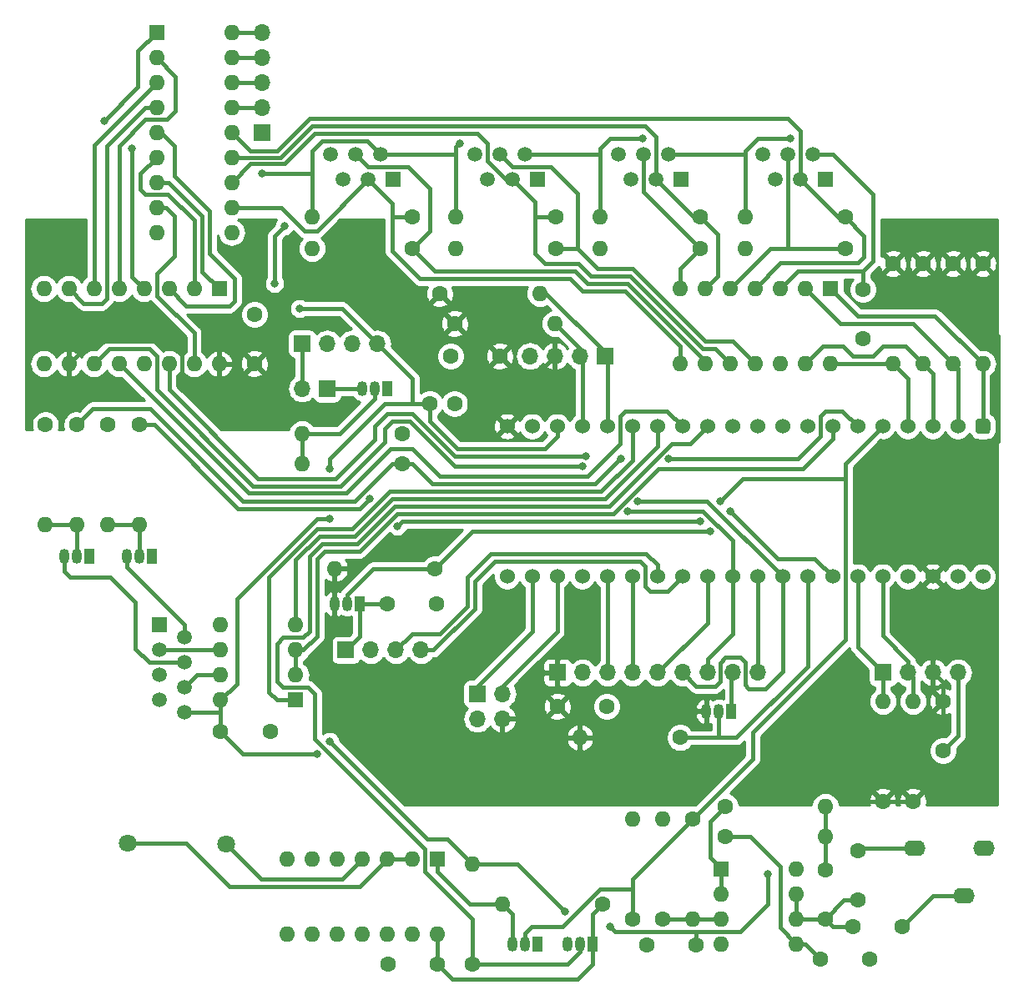
<source format=gbr>
G04 #@! TF.GenerationSoftware,KiCad,Pcbnew,(5.1.0)-1*
G04 #@! TF.CreationDate,2019-07-07T19:09:18+02:00*
G04 #@! TF.ProjectId,dip_v1,6469705f-7631-42e6-9b69-6361645f7063,rev?*
G04 #@! TF.SameCoordinates,Original*
G04 #@! TF.FileFunction,Copper,L1,Top*
G04 #@! TF.FilePolarity,Positive*
%FSLAX46Y46*%
G04 Gerber Fmt 4.6, Leading zero omitted, Abs format (unit mm)*
G04 Created by KiCad (PCBNEW (5.1.0)-1) date 2019-07-07 19:09:18*
%MOMM*%
%LPD*%
G04 APERTURE LIST*
%ADD10C,1.600000*%
%ADD11O,1.700000X1.700000*%
%ADD12R,1.700000X1.700000*%
%ADD13O,1.600000X1.600000*%
%ADD14R,1.050000X1.500000*%
%ADD15O,1.050000X1.500000*%
%ADD16C,1.800000*%
%ADD17R,1.600000X1.600000*%
%ADD18O,2.200000X1.600000*%
%ADD19C,1.500000*%
%ADD20R,1.500000X1.500000*%
%ADD21C,1.520000*%
%ADD22R,1.520000X1.520000*%
%ADD23C,1.524000*%
%ADD24C,0.100000*%
%ADD25C,0.800000*%
%ADD26C,0.400000*%
%ADD27C,0.254000*%
G04 APERTURE END LIST*
D10*
X94194000Y-89916000D03*
X91694000Y-89916000D03*
X73914000Y-80852000D03*
X73914000Y-85852000D03*
X118745000Y-144907000D03*
X113745000Y-144907000D03*
X87456000Y-146812000D03*
X92456000Y-146812000D03*
D11*
X99060000Y-121920000D03*
X96520000Y-121920000D03*
X99060000Y-119380000D03*
D12*
X96520000Y-119380000D03*
D13*
X106934000Y-123825000D03*
D10*
X117094000Y-123825000D03*
D14*
X122301000Y-121158000D03*
D15*
X119761000Y-121158000D03*
X121031000Y-121158000D03*
D11*
X124968000Y-117221000D03*
X122428000Y-117221000D03*
X119888000Y-117221000D03*
X117348000Y-117221000D03*
X114808000Y-117221000D03*
X112268000Y-117221000D03*
X109728000Y-117221000D03*
X107188000Y-117221000D03*
D12*
X104648000Y-117221000D03*
D10*
X109648000Y-120650000D03*
X104648000Y-120650000D03*
D11*
X101854000Y-85090000D03*
X104394000Y-85090000D03*
X106934000Y-85090000D03*
D12*
X109474000Y-85090000D03*
D13*
X99060000Y-140716000D03*
D10*
X109220000Y-140716000D03*
D13*
X112268000Y-132080000D03*
D10*
X112268000Y-142240000D03*
D13*
X96012000Y-136652000D03*
D10*
X96012000Y-146812000D03*
D14*
X102616000Y-144780000D03*
D15*
X100076000Y-144780000D03*
X101346000Y-144780000D03*
D14*
X108204000Y-144780000D03*
D15*
X105664000Y-144780000D03*
X106934000Y-144780000D03*
D16*
X61040000Y-134520000D03*
X71040000Y-134620000D03*
D13*
X140716000Y-120142000D03*
D10*
X140716000Y-130302000D03*
D13*
X137668000Y-120142000D03*
D10*
X137668000Y-130302000D03*
D11*
X145288000Y-117221000D03*
X142748000Y-117221000D03*
X140208000Y-117221000D03*
D12*
X137668000Y-117221000D03*
D10*
X143764000Y-120142000D03*
X143764000Y-125142000D03*
D13*
X128905000Y-137160000D03*
X121285000Y-144780000D03*
X128905000Y-139700000D03*
X121285000Y-142240000D03*
X128905000Y-142240000D03*
X121285000Y-139700000D03*
X128905000Y-144780000D03*
D17*
X121285000Y-137160000D03*
D13*
X92456000Y-143764000D03*
X77216000Y-136144000D03*
X89916000Y-143764000D03*
X79756000Y-136144000D03*
X87376000Y-143764000D03*
X82296000Y-136144000D03*
X84836000Y-143764000D03*
X84836000Y-136144000D03*
X82296000Y-143764000D03*
X87376000Y-136144000D03*
X79756000Y-143764000D03*
X89916000Y-136144000D03*
X77216000Y-143764000D03*
D17*
X92456000Y-136144000D03*
D13*
X131826000Y-133858000D03*
D10*
X121666000Y-133858000D03*
D13*
X131826000Y-130810000D03*
D10*
X121666000Y-130810000D03*
D13*
X115316000Y-132080000D03*
D10*
X115316000Y-142240000D03*
D13*
X118364000Y-142240000D03*
D10*
X118364000Y-132080000D03*
X136318000Y-146304000D03*
X131318000Y-146304000D03*
X131826000Y-142240000D03*
X131826000Y-137240000D03*
D11*
X78740000Y-88392000D03*
D12*
X81280000Y-88392000D03*
D13*
X104394000Y-81788000D03*
D10*
X94234000Y-81788000D03*
D13*
X102870000Y-78740000D03*
D10*
X92710000Y-78740000D03*
X98806000Y-85090000D03*
X93806000Y-85090000D03*
D13*
X82042000Y-106680000D03*
D10*
X92202000Y-106680000D03*
D14*
X84582000Y-110236000D03*
D15*
X82042000Y-110236000D03*
X83312000Y-110236000D03*
D11*
X74638000Y-52210000D03*
X74638000Y-54750000D03*
X74638000Y-57290000D03*
X74638000Y-59830000D03*
D12*
X74638000Y-62370000D03*
D13*
X71590000Y-52210000D03*
X63970000Y-72530000D03*
X71590000Y-54750000D03*
X63970000Y-69990000D03*
X71590000Y-57290000D03*
X63970000Y-67450000D03*
X71590000Y-59830000D03*
X63970000Y-64910000D03*
X71590000Y-62370000D03*
X63970000Y-62370000D03*
X71590000Y-64910000D03*
X63970000Y-59830000D03*
X71590000Y-67450000D03*
X63970000Y-57290000D03*
X71590000Y-69990000D03*
X63970000Y-54750000D03*
X71590000Y-72530000D03*
D17*
X63970000Y-52210000D03*
D13*
X70320000Y-85865000D03*
X52540000Y-78245000D03*
X67780000Y-85865000D03*
X55080000Y-78245000D03*
X65240000Y-85865000D03*
X57620000Y-78245000D03*
X62700000Y-85865000D03*
X60160000Y-78245000D03*
X60160000Y-85865000D03*
X62700000Y-78245000D03*
X57620000Y-85865000D03*
X65240000Y-78245000D03*
X55080000Y-85865000D03*
X67780000Y-78245000D03*
X52540000Y-85865000D03*
D17*
X70320000Y-78245000D03*
D11*
X90805000Y-114935000D03*
X88265000Y-114935000D03*
X85725000Y-114935000D03*
D12*
X83185000Y-114935000D03*
D10*
X87376000Y-110236000D03*
X92376000Y-110236000D03*
D18*
X140885000Y-135040000D03*
X145885000Y-139840000D03*
X147885000Y-135040000D03*
D10*
X135090000Y-135335000D03*
X135090000Y-140335000D03*
X139620000Y-143002000D03*
X134620000Y-143002000D03*
X75485000Y-123190000D03*
X70485000Y-123190000D03*
D13*
X70485000Y-120015000D03*
X78105000Y-112395000D03*
X70485000Y-117475000D03*
X78105000Y-114935000D03*
X70485000Y-114935000D03*
X78105000Y-117475000D03*
X70485000Y-112395000D03*
D17*
X78105000Y-120015000D03*
D10*
X59055000Y-92075000D03*
D13*
X59055000Y-102235000D03*
X62230000Y-102235000D03*
D10*
X62230000Y-92075000D03*
D14*
X63500000Y-105410000D03*
D15*
X60960000Y-105410000D03*
X62230000Y-105410000D03*
D19*
X66802000Y-121285000D03*
X64262000Y-120015000D03*
X66802000Y-118745000D03*
X64262000Y-117475000D03*
X66802000Y-116205000D03*
X64262000Y-114935000D03*
X66802000Y-113665000D03*
D20*
X64262000Y-112395000D03*
D13*
X55880000Y-102235000D03*
D10*
X55880000Y-92075000D03*
D13*
X78740000Y-96012000D03*
D10*
X88900000Y-96012000D03*
D13*
X52705000Y-102235000D03*
D10*
X52705000Y-92075000D03*
D13*
X78740000Y-92964000D03*
D10*
X88900000Y-92964000D03*
D14*
X57150000Y-105410000D03*
D15*
X54610000Y-105410000D03*
X55880000Y-105410000D03*
D14*
X87376000Y-88392000D03*
D15*
X84836000Y-88392000D03*
X86106000Y-88392000D03*
D11*
X86360000Y-83820000D03*
X83820000Y-83820000D03*
X81280000Y-83820000D03*
D12*
X78740000Y-83820000D03*
D17*
X132334000Y-78232000D03*
D13*
X117094000Y-85852000D03*
X129794000Y-78232000D03*
X119634000Y-85852000D03*
X127254000Y-78232000D03*
X122174000Y-85852000D03*
X124714000Y-78232000D03*
X124714000Y-85852000D03*
X122174000Y-78232000D03*
X127254000Y-85852000D03*
X119634000Y-78232000D03*
X129794000Y-85852000D03*
X117094000Y-78232000D03*
X132334000Y-85852000D03*
X94361000Y-70993000D03*
D10*
X104521000Y-70993000D03*
X135636000Y-83312000D03*
X135636000Y-78312000D03*
D13*
X138684000Y-85865000D03*
D10*
X138684000Y-75705000D03*
D13*
X141732000Y-85865000D03*
D10*
X141732000Y-75705000D03*
D13*
X147790000Y-85865000D03*
D10*
X147790000Y-75705000D03*
D13*
X144780000Y-85865000D03*
D10*
X144780000Y-75705000D03*
D13*
X79756000Y-74168000D03*
D10*
X89916000Y-74168000D03*
D13*
X79756000Y-70993000D03*
D10*
X89916000Y-70993000D03*
D13*
X94361000Y-74168000D03*
D10*
X104521000Y-74168000D03*
D13*
X108966000Y-74168000D03*
D10*
X119126000Y-74168000D03*
D13*
X108966000Y-70993000D03*
D10*
X119126000Y-70993000D03*
D13*
X123698000Y-74168000D03*
D10*
X133858000Y-74168000D03*
D13*
X123698000Y-70993000D03*
D10*
X133858000Y-70993000D03*
D21*
X81656000Y-64643000D03*
X82926000Y-67183000D03*
X84196000Y-64643000D03*
X85466000Y-67183000D03*
X86736000Y-64643000D03*
D22*
X88006000Y-67183000D03*
D21*
X96261000Y-64643000D03*
X97531000Y-67183000D03*
X98801000Y-64643000D03*
X100071000Y-67183000D03*
X101341000Y-64643000D03*
D22*
X102611000Y-67183000D03*
D21*
X110866000Y-64643000D03*
X112136000Y-67183000D03*
X113406000Y-64643000D03*
X114676000Y-67183000D03*
X115946000Y-64643000D03*
D22*
X117216000Y-67183000D03*
D21*
X125471000Y-64643000D03*
X126741000Y-67183000D03*
X128011000Y-64643000D03*
X129281000Y-67183000D03*
X130551000Y-64643000D03*
D22*
X131821000Y-67183000D03*
D23*
X147790000Y-107455000D03*
X145250000Y-107455000D03*
X142710000Y-107455000D03*
X140170000Y-107455000D03*
X137630000Y-107455000D03*
X135090000Y-107455000D03*
X132550000Y-107455000D03*
X130010000Y-107455000D03*
X127470000Y-107455000D03*
X124930000Y-107455000D03*
X122390000Y-107455000D03*
X119850000Y-107455000D03*
X117310000Y-107455000D03*
X114770000Y-107455000D03*
X112230000Y-107455000D03*
X109690000Y-107455000D03*
X107150000Y-107455000D03*
X104610000Y-107455000D03*
X102070000Y-107455000D03*
X99530000Y-107455000D03*
X99530000Y-92215000D03*
X102070000Y-92215000D03*
X104610000Y-92215000D03*
X107150000Y-92215000D03*
X109690000Y-92215000D03*
X112230000Y-92215000D03*
X114770000Y-92215000D03*
X117310000Y-92215000D03*
X119850000Y-92215000D03*
X122390000Y-92215000D03*
X124930000Y-92215000D03*
X127470000Y-92215000D03*
X130010000Y-92215000D03*
X132550000Y-92215000D03*
X135090000Y-92215000D03*
X137630000Y-92215000D03*
X140170000Y-92215000D03*
X142710000Y-92215000D03*
X145250000Y-92215000D03*
D24*
G36*
X148208345Y-91454835D02*
G01*
X148245329Y-91460321D01*
X148281598Y-91469406D01*
X148316802Y-91482002D01*
X148350602Y-91497988D01*
X148382672Y-91517210D01*
X148412704Y-91539483D01*
X148440408Y-91564592D01*
X148465517Y-91592296D01*
X148487790Y-91622328D01*
X148507012Y-91654398D01*
X148522998Y-91688198D01*
X148535594Y-91723402D01*
X148544679Y-91759671D01*
X148550165Y-91796655D01*
X148552000Y-91834000D01*
X148552000Y-92596000D01*
X148550165Y-92633345D01*
X148544679Y-92670329D01*
X148535594Y-92706598D01*
X148522998Y-92741802D01*
X148507012Y-92775602D01*
X148487790Y-92807672D01*
X148465517Y-92837704D01*
X148440408Y-92865408D01*
X148412704Y-92890517D01*
X148382672Y-92912790D01*
X148350602Y-92932012D01*
X148316802Y-92947998D01*
X148281598Y-92960594D01*
X148245329Y-92969679D01*
X148208345Y-92975165D01*
X148171000Y-92977000D01*
X147409000Y-92977000D01*
X147371655Y-92975165D01*
X147334671Y-92969679D01*
X147298402Y-92960594D01*
X147263198Y-92947998D01*
X147229398Y-92932012D01*
X147197328Y-92912790D01*
X147167296Y-92890517D01*
X147139592Y-92865408D01*
X147114483Y-92837704D01*
X147092210Y-92807672D01*
X147072988Y-92775602D01*
X147057002Y-92741802D01*
X147044406Y-92706598D01*
X147035321Y-92670329D01*
X147029835Y-92633345D01*
X147028000Y-92596000D01*
X147028000Y-91834000D01*
X147029835Y-91796655D01*
X147035321Y-91759671D01*
X147044406Y-91723402D01*
X147057002Y-91688198D01*
X147072988Y-91654398D01*
X147092210Y-91622328D01*
X147114483Y-91592296D01*
X147139592Y-91564592D01*
X147167296Y-91539483D01*
X147197328Y-91517210D01*
X147229398Y-91497988D01*
X147263198Y-91482002D01*
X147298402Y-91469406D01*
X147334671Y-91460321D01*
X147371655Y-91454835D01*
X147409000Y-91453000D01*
X148171000Y-91453000D01*
X148208345Y-91454835D01*
X148208345Y-91454835D01*
G37*
D23*
X147790000Y-92215000D03*
D25*
X95123000Y-92964000D03*
X92710000Y-103378000D03*
X123063000Y-125476000D03*
X125857000Y-126492000D03*
X94742000Y-63500000D03*
X113284000Y-62992000D03*
X128270000Y-62992000D03*
X76962000Y-71882000D03*
X74676000Y-66548000D03*
X125984000Y-137668000D03*
X109982000Y-143002000D03*
X81534000Y-96520000D03*
X81534000Y-101600000D03*
X105410000Y-141478000D03*
X81534000Y-124206000D03*
X80264000Y-125476000D03*
X78486000Y-80264000D03*
X75946000Y-77724000D03*
X122174000Y-100838000D03*
X120142000Y-102870000D03*
X112776000Y-99822000D03*
X107569000Y-95250000D03*
X107188000Y-96266000D03*
X111760000Y-100838000D03*
X111125000Y-95504000D03*
X115951000Y-95504000D03*
X119126000Y-101854000D03*
X121158000Y-99822000D03*
X85598000Y-99568000D03*
X88392000Y-102362000D03*
X61468000Y-64008000D03*
X58674000Y-61214000D03*
D26*
X143764000Y-118237000D02*
X142748000Y-117221000D01*
X143764000Y-120142000D02*
X143764000Y-118237000D01*
X140716000Y-130302000D02*
X137668000Y-130302000D01*
X104394000Y-85090000D02*
X102832000Y-86652000D01*
X82042000Y-110236000D02*
X82042000Y-106680000D01*
X103378000Y-121920000D02*
X104648000Y-120650000D01*
X99060000Y-121920000D02*
X103378000Y-121920000D01*
X67056000Y-87376000D02*
X68809000Y-87376000D01*
X66548000Y-86868000D02*
X67056000Y-87376000D01*
X66548000Y-84836000D02*
X66548000Y-86868000D01*
X65278000Y-83566000D02*
X66548000Y-84836000D01*
X57379000Y-83566000D02*
X65278000Y-83566000D01*
X55080000Y-85865000D02*
X57379000Y-83566000D01*
X91313000Y-104775000D02*
X86360000Y-104775000D01*
X95123000Y-92964000D02*
X95504000Y-93345000D01*
X95504000Y-93345000D02*
X98400000Y-93345000D01*
X98400000Y-93345000D02*
X99530000Y-92215000D01*
X92710000Y-103378000D02*
X91313000Y-104775000D01*
X84455000Y-106680000D02*
X82042000Y-106680000D01*
X86360000Y-104775000D02*
X84455000Y-106680000D01*
X149352000Y-83058000D02*
X149352000Y-93726000D01*
X147790000Y-81496000D02*
X149352000Y-83058000D01*
X140716000Y-125222000D02*
X143764000Y-122174000D01*
X143764000Y-122174000D02*
X143764000Y-120142000D01*
X125857000Y-126492000D02*
X126619000Y-125730000D01*
X126619000Y-125730000D02*
X130429000Y-125730000D01*
X130429000Y-125730000D02*
X135001000Y-130302000D01*
X135001000Y-130302000D02*
X137668000Y-130302000D01*
X135636000Y-78312000D02*
X135636000Y-76454000D01*
X132588000Y-64643000D02*
X130551000Y-64643000D01*
X136652000Y-68707000D02*
X132588000Y-64643000D01*
X135636000Y-76454000D02*
X136652000Y-75438000D01*
X136652000Y-75438000D02*
X136652000Y-68707000D01*
X127254000Y-78232000D02*
X128778000Y-76708000D01*
X129032000Y-76454000D02*
X128778000Y-76708000D01*
X135636000Y-76454000D02*
X129032000Y-76454000D01*
X66802000Y-121285000D02*
X70485000Y-121285000D01*
X70485000Y-123190000D02*
X70485000Y-121285000D01*
X70485000Y-121285000D02*
X70485000Y-120015000D01*
X79756000Y-64262000D02*
X80772000Y-63246000D01*
X85339000Y-63246000D02*
X86736000Y-64643000D01*
X80772000Y-63246000D02*
X85339000Y-63246000D01*
X94361000Y-64643000D02*
X86736000Y-64643000D01*
X94361000Y-70993000D02*
X94361000Y-64643000D01*
X94361000Y-64643000D02*
X94361000Y-63881000D01*
X94361000Y-63881000D02*
X94742000Y-63500000D01*
X108966000Y-64643000D02*
X108966000Y-70993000D01*
X101341000Y-64643000D02*
X108966000Y-64643000D01*
X108966000Y-64643000D02*
X108966000Y-64008000D01*
X108966000Y-64008000D02*
X109982000Y-62992000D01*
X109982000Y-62992000D02*
X113284000Y-62992000D01*
X123698000Y-64643000D02*
X123698000Y-70993000D01*
X115946000Y-64643000D02*
X123698000Y-64643000D01*
X123698000Y-64643000D02*
X123698000Y-64262000D01*
X123698000Y-64262000D02*
X124968000Y-62992000D01*
X124968000Y-62992000D02*
X128270000Y-62992000D01*
X74676000Y-66548000D02*
X79756000Y-66548000D01*
X79756000Y-70993000D02*
X79756000Y-66548000D01*
X79756000Y-66548000D02*
X79756000Y-64262000D01*
X125984000Y-137668000D02*
X125984000Y-140716000D01*
X125984000Y-140716000D02*
X123190000Y-143510000D01*
X123190000Y-143510000D02*
X110490000Y-143510000D01*
X110490000Y-143510000D02*
X109982000Y-143002000D01*
X89916000Y-89916000D02*
X87122000Y-89916000D01*
X87122000Y-89916000D02*
X81534000Y-95504000D01*
X81534000Y-95504000D02*
X81534000Y-96520000D01*
X72136000Y-118364000D02*
X70485000Y-120015000D01*
X72136000Y-109728000D02*
X72136000Y-118364000D01*
X81534000Y-101600000D02*
X80264000Y-101600000D01*
X80264000Y-101600000D02*
X72136000Y-109728000D01*
X100584000Y-136652000D02*
X96012000Y-136652000D01*
X105410000Y-141478000D02*
X100584000Y-136652000D01*
X96012000Y-136652000D02*
X93472000Y-134112000D01*
X93472000Y-134112000D02*
X91440000Y-134112000D01*
X91440000Y-134112000D02*
X81534000Y-124206000D01*
X72771000Y-125476000D02*
X70485000Y-123190000D01*
X80264000Y-125476000D02*
X72771000Y-125476000D01*
X89916000Y-87376000D02*
X86360000Y-83820000D01*
X89916000Y-89916000D02*
X89916000Y-87376000D01*
X103378000Y-94488000D02*
X94488000Y-94488000D01*
X104610000Y-92215000D02*
X104610000Y-93256000D01*
X104610000Y-93256000D02*
X103378000Y-94488000D01*
X82804000Y-80264000D02*
X86360000Y-83820000D01*
X78486000Y-80264000D02*
X82804000Y-80264000D01*
X75946000Y-72898000D02*
X76962000Y-71882000D01*
X75946000Y-77724000D02*
X75946000Y-72898000D01*
X91694000Y-91694000D02*
X91694000Y-89916000D01*
X94488000Y-94488000D02*
X91694000Y-91694000D01*
X91694000Y-89916000D02*
X89916000Y-89916000D01*
X118745000Y-144780000D02*
X118745000Y-143510000D01*
X128011000Y-74163000D02*
X128016000Y-74168000D01*
X128011000Y-64643000D02*
X128011000Y-74163000D01*
X128016000Y-74168000D02*
X133858000Y-74168000D01*
X126243000Y-74163000D02*
X128011000Y-74163000D01*
X122174000Y-78232000D02*
X126243000Y-74163000D01*
X113406000Y-68448000D02*
X119126000Y-74168000D01*
X113406000Y-64643000D02*
X113406000Y-68448000D01*
X117094000Y-76200000D02*
X119126000Y-74168000D01*
X117094000Y-78232000D02*
X117094000Y-76200000D01*
X106680000Y-74168000D02*
X104521000Y-74168000D01*
X106680000Y-74168000D02*
X106680000Y-68580000D01*
X106680000Y-68580000D02*
X104013000Y-65913000D01*
X100071000Y-65913000D02*
X98801000Y-64643000D01*
X104013000Y-65913000D02*
X100071000Y-65913000D01*
X108712000Y-76200000D02*
X106680000Y-74168000D01*
X112268000Y-76200000D02*
X108712000Y-76200000D01*
X119634000Y-83566000D02*
X112268000Y-76200000D01*
X124714000Y-85852000D02*
X122428000Y-83566000D01*
X122428000Y-83566000D02*
X119634000Y-83566000D01*
X89916000Y-74168000D02*
X91694000Y-72390000D01*
X91694000Y-72390000D02*
X91694000Y-68072000D01*
X91694000Y-68072000D02*
X89535000Y-65913000D01*
X85466000Y-65913000D02*
X84196000Y-64643000D01*
X89535000Y-65913000D02*
X85466000Y-65913000D01*
X92202000Y-76454000D02*
X89916000Y-74168000D01*
X106426000Y-76454000D02*
X92202000Y-76454000D01*
X107696000Y-77724000D02*
X106426000Y-76454000D01*
X111760000Y-77724000D02*
X107696000Y-77724000D01*
X119634000Y-85852000D02*
X119634000Y-85598000D01*
X119634000Y-85598000D02*
X111760000Y-77724000D01*
X145250000Y-86335000D02*
X144780000Y-85865000D01*
X145250000Y-92215000D02*
X145250000Y-86335000D01*
X129794000Y-78232000D02*
X133350000Y-81788000D01*
X140703000Y-81788000D02*
X144780000Y-85865000D01*
X133350000Y-81788000D02*
X140703000Y-81788000D01*
X147790000Y-92215000D02*
X147790000Y-85865000D01*
X132334000Y-78232000D02*
X135128000Y-81026000D01*
X142951000Y-81026000D02*
X147790000Y-85865000D01*
X135128000Y-81026000D02*
X142951000Y-81026000D01*
X142710000Y-86843000D02*
X141732000Y-85865000D01*
X142710000Y-92215000D02*
X142710000Y-86843000D01*
X129794000Y-85852000D02*
X131572000Y-84074000D01*
X131572000Y-84074000D02*
X133604000Y-84074000D01*
X133604000Y-84074000D02*
X134620000Y-85090000D01*
X134620000Y-85090000D02*
X136652000Y-85090000D01*
X136652000Y-85090000D02*
X137668000Y-84074000D01*
X139941000Y-84074000D02*
X141732000Y-85865000D01*
X137668000Y-84074000D02*
X139941000Y-84074000D01*
X140170000Y-87351000D02*
X138684000Y-85865000D01*
X140170000Y-92215000D02*
X140170000Y-87351000D01*
X138671000Y-85852000D02*
X138684000Y-85865000D01*
X132334000Y-85852000D02*
X138671000Y-85852000D01*
X140716000Y-117729000D02*
X140208000Y-117221000D01*
X140716000Y-120142000D02*
X140716000Y-117729000D01*
X140208000Y-116078000D02*
X140208000Y-117221000D01*
X137630000Y-107455000D02*
X137630000Y-113500000D01*
X137630000Y-113500000D02*
X140208000Y-116078000D01*
X137668000Y-120142000D02*
X137668000Y-117221000D01*
X135090000Y-114643000D02*
X137668000Y-117221000D01*
X135090000Y-107455000D02*
X135090000Y-114643000D01*
X107150000Y-85306000D02*
X106934000Y-85090000D01*
X107150000Y-92215000D02*
X107150000Y-85306000D01*
X106934000Y-85090000D02*
X106934000Y-84328000D01*
X106934000Y-84328000D02*
X104394000Y-81788000D01*
X109690000Y-85306000D02*
X109474000Y-85090000D01*
X109690000Y-92215000D02*
X109690000Y-85306000D01*
X109474000Y-84709000D02*
X109474000Y-85090000D01*
X102870000Y-78740000D02*
X103505000Y-78740000D01*
X103505000Y-78740000D02*
X109474000Y-84709000D01*
X76200000Y-120015000D02*
X78105000Y-120015000D01*
X75382463Y-119197463D02*
X76200000Y-120015000D01*
X112230000Y-95653702D02*
X109077702Y-98806000D01*
X112230000Y-92215000D02*
X112230000Y-95653702D01*
X109077702Y-98806000D02*
X87630000Y-98806000D01*
X87630000Y-98806000D02*
X83820000Y-102616000D01*
X75382463Y-107497537D02*
X75382463Y-119197463D01*
X83820000Y-102616000D02*
X80264000Y-102616000D01*
X80264000Y-102616000D02*
X75382463Y-107497537D01*
X114770000Y-92215000D02*
X114770000Y-94272000D01*
X114770000Y-94272000D02*
X109474000Y-99568000D01*
X109474000Y-99568000D02*
X87884000Y-99568000D01*
X87884000Y-99568000D02*
X84074000Y-103378000D01*
X78105000Y-105791000D02*
X78105000Y-112395000D01*
X84074000Y-103378000D02*
X80518000Y-103378000D01*
X80518000Y-103378000D02*
X78105000Y-105791000D01*
X112230000Y-117183000D02*
X112268000Y-117221000D01*
X112230000Y-107455000D02*
X112230000Y-117183000D01*
X83312000Y-110236000D02*
X83312000Y-109347000D01*
X85979000Y-106680000D02*
X92202000Y-106680000D01*
X83312000Y-109347000D02*
X85979000Y-106680000D01*
X96012000Y-102870000D02*
X92202000Y-106680000D01*
X120142000Y-102870000D02*
X96012000Y-102870000D01*
X127000000Y-105664000D02*
X122174000Y-100838000D01*
X132550000Y-107455000D02*
X130759000Y-105664000D01*
X130759000Y-105664000D02*
X127000000Y-105664000D01*
X121031000Y-121158000D02*
X121031000Y-123825000D01*
X121031000Y-123825000D02*
X117094000Y-123825000D01*
X122809000Y-123825000D02*
X121031000Y-123825000D01*
X130010000Y-107455000D02*
X130010000Y-116624000D01*
X130010000Y-116624000D02*
X122809000Y-123825000D01*
X109690000Y-117183000D02*
X109728000Y-117221000D01*
X109690000Y-107455000D02*
X109690000Y-117183000D01*
X73317962Y-99022962D02*
X60160000Y-85865000D01*
X83222038Y-99022962D02*
X73317962Y-99022962D01*
X87757000Y-94488000D02*
X83222038Y-99022962D01*
X89916000Y-94488000D02*
X87757000Y-94488000D01*
X92710000Y-97282000D02*
X89916000Y-94488000D01*
X115773000Y-90678000D02*
X111506000Y-90678000D01*
X117310000Y-92215000D02*
X115773000Y-90678000D01*
X111506000Y-90678000D02*
X110998000Y-91186000D01*
X110998000Y-91186000D02*
X110998000Y-93980000D01*
X110998000Y-93980000D02*
X107696000Y-97282000D01*
X107696000Y-97282000D02*
X92710000Y-97282000D01*
X106934000Y-144780000D02*
X106934000Y-145542000D01*
X105664000Y-146812000D02*
X96012000Y-146812000D01*
X106934000Y-145542000D02*
X105664000Y-146812000D01*
X118085000Y-93980000D02*
X119850000Y-92215000D01*
X116281857Y-93980000D02*
X118085000Y-93980000D01*
X109931857Y-100330000D02*
X116281857Y-93980000D01*
X88138000Y-100330000D02*
X109931857Y-100330000D01*
X80010000Y-119380000D02*
X79375000Y-118745000D01*
X80010000Y-123952000D02*
X80010000Y-119380000D01*
X91186000Y-135128000D02*
X80010000Y-123952000D01*
X91186000Y-137414000D02*
X91186000Y-135128000D01*
X96012000Y-146812000D02*
X96012000Y-142240000D01*
X96012000Y-142240000D02*
X91186000Y-137414000D01*
X79375000Y-118745000D02*
X76835000Y-118745000D01*
X76835000Y-118745000D02*
X76200000Y-118110000D01*
X76200000Y-118110000D02*
X76200000Y-114300000D01*
X76200000Y-114300000D02*
X76835000Y-113665000D01*
X76835000Y-113665000D02*
X78867000Y-113665000D01*
X78867000Y-113665000D02*
X79502000Y-113030000D01*
X79502000Y-113030000D02*
X79502000Y-105410000D01*
X79502000Y-105410000D02*
X80772000Y-104140000D01*
X80772000Y-104140000D02*
X84328000Y-104140000D01*
X84328000Y-104140000D02*
X88138000Y-100330000D01*
X119837000Y-99822000D02*
X127470000Y-107455000D01*
X112776000Y-99822000D02*
X119837000Y-99822000D01*
X65240000Y-88481000D02*
X65240000Y-85865000D01*
X74295000Y-97536000D02*
X65240000Y-88481000D01*
X82169000Y-97536000D02*
X74295000Y-97536000D01*
X94234000Y-95250000D02*
X89916000Y-90932000D01*
X107569000Y-95250000D02*
X94234000Y-95250000D01*
X89916000Y-90932000D02*
X87376000Y-90932000D01*
X87376000Y-90932000D02*
X86106000Y-92202000D01*
X86106000Y-92202000D02*
X86106000Y-93599000D01*
X86106000Y-93599000D02*
X82169000Y-97536000D01*
X121709943Y-115697000D02*
X121158000Y-116248943D01*
X123231515Y-115697000D02*
X121709943Y-115697000D01*
X127470000Y-117132000D02*
X125730000Y-118872000D01*
X121158000Y-116248943D02*
X121158000Y-118110000D01*
X127470000Y-107455000D02*
X127470000Y-117132000D01*
X121158000Y-118110000D02*
X120650000Y-118618000D01*
X125730000Y-118872000D02*
X124079000Y-118872000D01*
X120650000Y-118618000D02*
X118745000Y-118618000D01*
X124079000Y-118872000D02*
X123698000Y-118491000D01*
X118745000Y-118618000D02*
X117348000Y-117221000D01*
X123698000Y-118491000D02*
X123698000Y-116163485D01*
X123698000Y-116163485D02*
X123231515Y-115697000D01*
X124930000Y-117183000D02*
X124968000Y-117221000D01*
X124930000Y-107455000D02*
X124930000Y-117183000D01*
X119888000Y-115824000D02*
X119888000Y-117221000D01*
X122390000Y-107455000D02*
X122390000Y-113322000D01*
X122390000Y-113322000D02*
X119888000Y-115824000D01*
X122390000Y-103848000D02*
X122390000Y-107455000D01*
X111760000Y-100838000D02*
X119380000Y-100838000D01*
X119380000Y-100838000D02*
X122390000Y-103848000D01*
X94234000Y-96266000D02*
X107188000Y-96266000D01*
X89662000Y-91694000D02*
X94234000Y-96266000D01*
X87884000Y-91694000D02*
X89662000Y-91694000D01*
X87122000Y-92456000D02*
X87884000Y-91694000D01*
X87122000Y-93853000D02*
X87122000Y-92456000D01*
X82677000Y-98298000D02*
X87122000Y-93853000D01*
X59157000Y-84328000D02*
X63246000Y-84328000D01*
X57620000Y-85865000D02*
X59157000Y-84328000D01*
X63246000Y-84328000D02*
X64008000Y-85090000D01*
X64008000Y-85090000D02*
X64008000Y-88519000D01*
X64008000Y-88519000D02*
X73787000Y-98298000D01*
X73787000Y-98298000D02*
X82677000Y-98298000D01*
X119850000Y-112179000D02*
X114808000Y-117221000D01*
X119850000Y-107455000D02*
X119850000Y-112179000D01*
X114770000Y-106261000D02*
X114770000Y-107455000D01*
X113665000Y-105156000D02*
X114770000Y-106261000D01*
X89916000Y-113284000D02*
X92710000Y-113284000D01*
X88265000Y-114935000D02*
X89916000Y-113284000D01*
X92710000Y-113284000D02*
X95504000Y-110490000D01*
X95504000Y-110490000D02*
X95504000Y-107562168D01*
X95504000Y-107562168D02*
X97910168Y-105156000D01*
X97910168Y-105156000D02*
X113665000Y-105156000D01*
X99060000Y-119380000D02*
X99060000Y-118618000D01*
X104610000Y-113068000D02*
X104610000Y-107455000D01*
X99060000Y-118618000D02*
X104610000Y-113068000D01*
X96520000Y-119380000D02*
X96520000Y-118618000D01*
X102070000Y-113068000D02*
X102070000Y-107455000D01*
X96520000Y-118618000D02*
X102070000Y-113068000D01*
X78105000Y-117475000D02*
X78105000Y-114935000D01*
X80264000Y-113538000D02*
X78867000Y-114935000D01*
X80264000Y-105664000D02*
X80264000Y-113538000D01*
X81026000Y-104902000D02*
X80264000Y-105664000D01*
X78867000Y-114935000D02*
X78105000Y-114935000D01*
X84582000Y-104902000D02*
X81026000Y-104902000D01*
X132550000Y-93510000D02*
X129540000Y-96520000D01*
X132550000Y-92215000D02*
X132550000Y-93510000D01*
X129540000Y-96520000D02*
X114935000Y-96520000D01*
X114935000Y-96520000D02*
X110363000Y-101092000D01*
X110363000Y-101092000D02*
X88392000Y-101092000D01*
X88392000Y-101092000D02*
X84582000Y-104902000D01*
X89916000Y-96012000D02*
X88900000Y-96012000D01*
X111125000Y-95504000D02*
X110998000Y-95504000D01*
X110998000Y-95504000D02*
X108458000Y-98044000D01*
X108458000Y-98044000D02*
X91948000Y-98044000D01*
X91948000Y-98044000D02*
X89916000Y-96012000D01*
X133553000Y-90678000D02*
X135090000Y-92215000D01*
X129032000Y-95504000D02*
X131318000Y-93218000D01*
X131318000Y-93218000D02*
X131318000Y-91186000D01*
X131318000Y-91186000D02*
X131826000Y-90678000D01*
X131826000Y-90678000D02*
X133553000Y-90678000D01*
X115951000Y-95504000D02*
X129032000Y-95504000D01*
X55880000Y-92075000D02*
X57531000Y-90424000D01*
X87884000Y-96012000D02*
X88900000Y-96012000D01*
X84074000Y-99822000D02*
X87884000Y-96012000D01*
X72771000Y-99822000D02*
X84074000Y-99822000D01*
X63373000Y-90424000D02*
X72771000Y-99822000D01*
X57531000Y-90424000D02*
X63373000Y-90424000D01*
X137630000Y-92215000D02*
X133858000Y-95987000D01*
X133858000Y-95987000D02*
X133858000Y-97282000D01*
X112268000Y-138176000D02*
X118364000Y-132080000D01*
X112268000Y-142240000D02*
X112268000Y-138176000D01*
X88900000Y-101854000D02*
X119126000Y-101854000D01*
X88392000Y-102362000D02*
X88900000Y-101854000D01*
X101346000Y-143643611D02*
X101346000Y-144780000D01*
X101987611Y-143002000D02*
X101346000Y-143643611D01*
X105156000Y-143002000D02*
X101987611Y-143002000D01*
X112268000Y-139192000D02*
X108966000Y-139192000D01*
X108966000Y-139192000D02*
X105156000Y-143002000D01*
X124460000Y-125984000D02*
X118364000Y-132080000D01*
X124460000Y-123317000D02*
X124460000Y-125984000D01*
X133858000Y-97282000D02*
X133858000Y-113919000D01*
X133858000Y-113919000D02*
X124460000Y-123317000D01*
X123444000Y-97536000D02*
X133858000Y-97536000D01*
X121158000Y-99822000D02*
X123444000Y-97536000D01*
X63754000Y-92075000D02*
X62230000Y-92075000D01*
X72263000Y-100584000D02*
X63754000Y-92075000D01*
X85598000Y-99568000D02*
X84582000Y-100584000D01*
X84582000Y-100584000D02*
X72263000Y-100584000D01*
X78740000Y-83820000D02*
X78740000Y-88392000D01*
X84836000Y-88392000D02*
X81280000Y-88392000D01*
X54610000Y-106934000D02*
X54610000Y-105410000D01*
X63246000Y-116205000D02*
X61849000Y-114808000D01*
X66802000Y-116205000D02*
X63246000Y-116205000D01*
X61849000Y-114808000D02*
X61849000Y-110109000D01*
X61849000Y-110109000D02*
X59309000Y-107569000D01*
X59309000Y-107569000D02*
X55245000Y-107569000D01*
X55245000Y-107569000D02*
X54610000Y-106934000D01*
X78740000Y-92964000D02*
X78740000Y-96012000D01*
X82550000Y-92964000D02*
X78740000Y-92964000D01*
X86106000Y-88392000D02*
X86106000Y-89408000D01*
X86106000Y-89408000D02*
X82550000Y-92964000D01*
X52705000Y-102235000D02*
X55880000Y-102235000D01*
X55880000Y-105410000D02*
X55880000Y-102235000D01*
X68072000Y-117475000D02*
X70485000Y-117475000D01*
X66802000Y-118745000D02*
X68072000Y-117475000D01*
X64262000Y-114935000D02*
X70485000Y-114935000D01*
X60960000Y-106553000D02*
X60960000Y-105410000D01*
X66802000Y-113665000D02*
X66802000Y-112395000D01*
X66802000Y-112395000D02*
X60960000Y-106553000D01*
X59055000Y-102235000D02*
X62230000Y-102235000D01*
X62230000Y-105410000D02*
X62230000Y-102235000D01*
X142782000Y-139840000D02*
X139620000Y-143002000D01*
X145885000Y-139840000D02*
X142782000Y-139840000D01*
X132588000Y-143002000D02*
X131826000Y-142240000D01*
X134620000Y-143002000D02*
X132588000Y-143002000D01*
X133731000Y-140335000D02*
X131826000Y-142240000D01*
X135090000Y-140335000D02*
X133731000Y-140335000D01*
X128905000Y-139700000D02*
X128905000Y-142240000D01*
X128905000Y-142240000D02*
X131826000Y-142240000D01*
X135385000Y-135040000D02*
X135090000Y-135335000D01*
X140885000Y-135040000D02*
X135385000Y-135040000D01*
X114046000Y-108966000D02*
X115799000Y-108966000D01*
X113538000Y-108458000D02*
X114046000Y-108966000D01*
X113538000Y-106426000D02*
X113538000Y-108458000D01*
X115799000Y-108966000D02*
X117310000Y-107455000D01*
X92075000Y-114935000D02*
X96266000Y-110744000D01*
X90805000Y-114935000D02*
X92075000Y-114935000D01*
X96266000Y-110744000D02*
X96266000Y-107950000D01*
X96266000Y-107950000D02*
X98298000Y-105918000D01*
X98298000Y-105918000D02*
X113030000Y-105918000D01*
X113030000Y-105918000D02*
X113538000Y-106426000D01*
X84582000Y-113538000D02*
X84582000Y-110236000D01*
X83185000Y-114935000D02*
X84582000Y-113538000D01*
X84582000Y-110236000D02*
X87376000Y-110236000D01*
X63970000Y-69990000D02*
X64910000Y-69990000D01*
X64910000Y-69990000D02*
X65786000Y-70866000D01*
X65786000Y-70866000D02*
X65786000Y-74930000D01*
X65786000Y-74930000D02*
X64008000Y-76708000D01*
X64008000Y-76708000D02*
X64008000Y-78994000D01*
X67780000Y-82766000D02*
X67780000Y-85865000D01*
X64008000Y-78994000D02*
X67780000Y-82766000D01*
X63970000Y-62370000D02*
X64402000Y-62370000D01*
X64402000Y-62370000D02*
X65786000Y-63754000D01*
X65786000Y-63754000D02*
X65786000Y-66802000D01*
X65786000Y-66802000D02*
X69342000Y-70358000D01*
X69342000Y-70358000D02*
X69342000Y-74676000D01*
X69342000Y-74676000D02*
X71882000Y-77216000D01*
X71882000Y-77216000D02*
X71882000Y-79502000D01*
X71882000Y-79502000D02*
X71374000Y-80010000D01*
X67005000Y-80010000D02*
X71374000Y-80010000D01*
X65240000Y-78245000D02*
X67005000Y-80010000D01*
X67780000Y-78245000D02*
X67780000Y-71336000D01*
X67780000Y-71336000D02*
X65151000Y-68707000D01*
X65151000Y-68707000D02*
X62865000Y-68707000D01*
X62865000Y-68707000D02*
X62357000Y-68199000D01*
X62357000Y-66523000D02*
X63970000Y-64910000D01*
X62357000Y-68199000D02*
X62357000Y-66523000D01*
X70320000Y-78245000D02*
X68580000Y-76505000D01*
X68580000Y-76505000D02*
X68580000Y-70866000D01*
X65164000Y-67450000D02*
X63970000Y-67450000D01*
X68580000Y-70866000D02*
X65164000Y-67450000D01*
X133091000Y-70993000D02*
X133858000Y-70993000D01*
X129281000Y-67183000D02*
X133091000Y-70993000D01*
X129281000Y-62225000D02*
X129281000Y-67183000D01*
X128016000Y-60960000D02*
X129281000Y-62225000D01*
X79502000Y-60960000D02*
X128016000Y-60960000D01*
X76200000Y-64262000D02*
X79502000Y-60960000D01*
X71590000Y-62370000D02*
X73482000Y-64262000D01*
X73482000Y-64262000D02*
X76200000Y-64262000D01*
X127294077Y-75651923D02*
X124714000Y-78232000D01*
X135168077Y-75651923D02*
X127294077Y-75651923D01*
X135763000Y-75057000D02*
X135168077Y-75651923D01*
X133858000Y-70993000D02*
X135763000Y-72898000D01*
X135763000Y-72898000D02*
X135763000Y-75057000D01*
X118486000Y-70993000D02*
X114676000Y-67183000D01*
X119126000Y-70993000D02*
X118486000Y-70993000D01*
X119634000Y-78232000D02*
X120904000Y-76962000D01*
X120904000Y-72771000D02*
X119126000Y-70993000D01*
X120904000Y-76962000D02*
X120904000Y-72771000D01*
X114676000Y-62860000D02*
X114676000Y-67183000D01*
X113538000Y-61722000D02*
X114676000Y-62860000D01*
X79756000Y-61722000D02*
X113538000Y-61722000D01*
X71590000Y-64910000D02*
X76568000Y-64910000D01*
X76568000Y-64910000D02*
X79756000Y-61722000D01*
X102362000Y-69474000D02*
X100071000Y-67183000D01*
X102489000Y-70993000D02*
X102362000Y-71120000D01*
X104521000Y-70993000D02*
X102489000Y-70993000D01*
X102362000Y-71120000D02*
X102362000Y-69474000D01*
X99441000Y-67183000D02*
X100071000Y-67183000D01*
X73508000Y-65532000D02*
X76962000Y-65532000D01*
X71590000Y-67450000D02*
X73508000Y-65532000D01*
X76962000Y-65532000D02*
X80010000Y-62484000D01*
X80010000Y-62484000D02*
X96520000Y-62484000D01*
X96520000Y-62484000D02*
X97536000Y-63500000D01*
X97536000Y-65278000D02*
X99441000Y-67183000D01*
X97536000Y-63500000D02*
X97536000Y-65278000D01*
X102362000Y-74676000D02*
X102362000Y-71120000D01*
X103378000Y-75692000D02*
X102362000Y-74676000D01*
X120650000Y-84328000D02*
X119380000Y-84328000D01*
X122174000Y-85852000D02*
X120650000Y-84328000D01*
X119380000Y-84328000D02*
X112014000Y-76962000D01*
X112014000Y-76962000D02*
X108077000Y-76962000D01*
X108077000Y-76962000D02*
X106807000Y-75692000D01*
X106807000Y-75692000D02*
X103378000Y-75692000D01*
X87884000Y-69601000D02*
X85466000Y-67183000D01*
X88011000Y-70993000D02*
X87884000Y-70866000D01*
X89916000Y-70993000D02*
X88011000Y-70993000D01*
X87884000Y-70866000D02*
X87884000Y-69601000D01*
X71590000Y-69990000D02*
X76594000Y-69990000D01*
X76594000Y-69990000D02*
X78994000Y-72390000D01*
X80259000Y-72390000D02*
X85466000Y-67183000D01*
X78994000Y-72390000D02*
X80259000Y-72390000D01*
X87884000Y-74422000D02*
X87884000Y-70866000D01*
X117094000Y-84074000D02*
X111506000Y-78486000D01*
X117094000Y-85852000D02*
X117094000Y-84074000D01*
X111506000Y-78486000D02*
X107188000Y-78486000D01*
X107188000Y-78486000D02*
X105918000Y-77216000D01*
X105918000Y-77216000D02*
X90678000Y-77216000D01*
X90678000Y-77216000D02*
X87884000Y-74422000D01*
X131826000Y-133858000D02*
X131826000Y-137240000D01*
X131826000Y-133858000D02*
X131826000Y-130810000D01*
X127254000Y-143129000D02*
X128905000Y-144780000D01*
X127254000Y-136906000D02*
X127254000Y-143129000D01*
X121666000Y-133858000D02*
X124206000Y-133858000D01*
X124206000Y-133858000D02*
X127254000Y-136906000D01*
X129794000Y-144780000D02*
X128905000Y-144780000D01*
X131318000Y-146304000D02*
X129794000Y-144780000D01*
X121285000Y-142240000D02*
X118364000Y-142240000D01*
X118364000Y-142240000D02*
X115316000Y-142240000D01*
X121285000Y-139700000D02*
X121285000Y-137160000D01*
X121285000Y-137160000D02*
X120142000Y-136017000D01*
X120142000Y-132334000D02*
X121666000Y-130810000D01*
X120142000Y-136017000D02*
X120142000Y-132334000D01*
X145288000Y-123618000D02*
X145288000Y-117221000D01*
X143764000Y-125142000D02*
X145288000Y-123618000D01*
X89916000Y-136144000D02*
X87376000Y-136144000D01*
X66956000Y-134520000D02*
X61040000Y-134520000D01*
X71374000Y-138938000D02*
X66956000Y-134520000D01*
X87376000Y-136144000D02*
X84582000Y-138938000D01*
X84582000Y-138938000D02*
X71374000Y-138938000D01*
X84836000Y-136144000D02*
X82804000Y-138176000D01*
X74596000Y-138176000D02*
X71040000Y-134620000D01*
X82804000Y-138176000D02*
X74596000Y-138176000D01*
X108204000Y-141732000D02*
X109220000Y-140716000D01*
X108204000Y-144780000D02*
X108204000Y-141732000D01*
X92456000Y-143764000D02*
X92456000Y-146812000D01*
X92456000Y-146812000D02*
X93980000Y-148336000D01*
X93980000Y-148336000D02*
X106680000Y-148336000D01*
X108204000Y-146812000D02*
X108204000Y-144780000D01*
X106680000Y-148336000D02*
X108204000Y-146812000D01*
X100076000Y-141732000D02*
X99060000Y-140716000D01*
X100076000Y-144780000D02*
X100076000Y-141732000D01*
X92456000Y-137414000D02*
X92456000Y-136144000D01*
X99060000Y-140716000D02*
X95758000Y-140716000D01*
X95758000Y-140716000D02*
X92456000Y-137414000D01*
X122301000Y-117348000D02*
X122428000Y-117221000D01*
X122301000Y-121158000D02*
X122301000Y-117348000D01*
X71590000Y-52210000D02*
X74638000Y-52210000D01*
X71590000Y-54750000D02*
X74638000Y-54750000D01*
X71590000Y-57290000D02*
X74638000Y-57290000D01*
X71590000Y-59830000D02*
X74638000Y-59830000D01*
X55080000Y-78245000D02*
X56591000Y-79756000D01*
X56591000Y-79756000D02*
X58420000Y-79756000D01*
X58420000Y-79756000D02*
X58928000Y-79248000D01*
X58928000Y-79248000D02*
X58928000Y-63754000D01*
X62852000Y-59830000D02*
X63970000Y-59830000D01*
X58928000Y-63754000D02*
X62852000Y-59830000D01*
X57620000Y-63640000D02*
X63970000Y-57290000D01*
X57620000Y-78245000D02*
X57620000Y-63640000D01*
X60160000Y-78245000D02*
X60160000Y-63792000D01*
X60160000Y-63792000D02*
X62865000Y-61087000D01*
X62865000Y-61087000D02*
X65024000Y-61087000D01*
X65024000Y-61087000D02*
X65913000Y-60198000D01*
X65913000Y-56693000D02*
X63970000Y-54750000D01*
X65913000Y-60198000D02*
X65913000Y-56693000D01*
X62700000Y-78245000D02*
X61468000Y-77013000D01*
X61468000Y-77013000D02*
X61468000Y-64008000D01*
X58674000Y-61214000D02*
X62103000Y-57785000D01*
X62103000Y-54077000D02*
X63970000Y-52210000D01*
X62103000Y-57785000D02*
X62103000Y-54077000D01*
D27*
G36*
X149305001Y-130683000D02*
G01*
X142099892Y-130683000D01*
X142142300Y-130513816D01*
X142156217Y-130231488D01*
X142114787Y-129951870D01*
X142019603Y-129685708D01*
X141952671Y-129560486D01*
X141708702Y-129488903D01*
X140895605Y-130302000D01*
X140909748Y-130316143D01*
X140730143Y-130495748D01*
X140716000Y-130481605D01*
X140701858Y-130495748D01*
X140522253Y-130316143D01*
X140536395Y-130302000D01*
X139723298Y-129488903D01*
X139479329Y-129560486D01*
X139358429Y-129815996D01*
X139289700Y-130090184D01*
X139275783Y-130372512D01*
X139317213Y-130652130D01*
X139328253Y-130683000D01*
X139051892Y-130683000D01*
X139094300Y-130513816D01*
X139108217Y-130231488D01*
X139066787Y-129951870D01*
X138971603Y-129685708D01*
X138904671Y-129560486D01*
X138660702Y-129488903D01*
X137847605Y-130302000D01*
X137861748Y-130316143D01*
X137682143Y-130495748D01*
X137668000Y-130481605D01*
X137653858Y-130495748D01*
X137474253Y-130316143D01*
X137488395Y-130302000D01*
X136675298Y-129488903D01*
X136431329Y-129560486D01*
X136310429Y-129815996D01*
X136241700Y-130090184D01*
X136227783Y-130372512D01*
X136269213Y-130652130D01*
X136280253Y-130683000D01*
X133255434Y-130683000D01*
X133240236Y-130528691D01*
X133158182Y-130258192D01*
X133024932Y-130008899D01*
X132845608Y-129790392D01*
X132627101Y-129611068D01*
X132377808Y-129477818D01*
X132107309Y-129395764D01*
X131896492Y-129375000D01*
X131755508Y-129375000D01*
X131544691Y-129395764D01*
X131274192Y-129477818D01*
X131024899Y-129611068D01*
X130806392Y-129790392D01*
X130627068Y-130008899D01*
X130493818Y-130258192D01*
X130411764Y-130528691D01*
X130396566Y-130683000D01*
X123101000Y-130683000D01*
X123101000Y-130668665D01*
X123045853Y-130391426D01*
X122937680Y-130130273D01*
X122780637Y-129895241D01*
X122580759Y-129695363D01*
X122345727Y-129538320D01*
X122162460Y-129462408D01*
X122315570Y-129309298D01*
X136854903Y-129309298D01*
X137668000Y-130122395D01*
X138481097Y-129309298D01*
X139902903Y-129309298D01*
X140716000Y-130122395D01*
X141529097Y-129309298D01*
X141457514Y-129065329D01*
X141202004Y-128944429D01*
X140927816Y-128875700D01*
X140645488Y-128861783D01*
X140365870Y-128903213D01*
X140099708Y-128998397D01*
X139974486Y-129065329D01*
X139902903Y-129309298D01*
X138481097Y-129309298D01*
X138409514Y-129065329D01*
X138154004Y-128944429D01*
X137879816Y-128875700D01*
X137597488Y-128861783D01*
X137317870Y-128903213D01*
X137051708Y-128998397D01*
X136926486Y-129065329D01*
X136854903Y-129309298D01*
X122315570Y-129309298D01*
X125021432Y-126603437D01*
X125053291Y-126577291D01*
X125157636Y-126450146D01*
X125235172Y-126305087D01*
X125282918Y-126147689D01*
X125295000Y-126025019D01*
X125299040Y-125984000D01*
X125295000Y-125942982D01*
X125295000Y-125000665D01*
X142329000Y-125000665D01*
X142329000Y-125283335D01*
X142384147Y-125560574D01*
X142492320Y-125821727D01*
X142649363Y-126056759D01*
X142849241Y-126256637D01*
X143084273Y-126413680D01*
X143345426Y-126521853D01*
X143622665Y-126577000D01*
X143905335Y-126577000D01*
X144182574Y-126521853D01*
X144443727Y-126413680D01*
X144678759Y-126256637D01*
X144878637Y-126056759D01*
X145035680Y-125821727D01*
X145143853Y-125560574D01*
X145199000Y-125283335D01*
X145199000Y-125000665D01*
X145180285Y-124906582D01*
X145849428Y-124237440D01*
X145881291Y-124211291D01*
X145985636Y-124084146D01*
X146063172Y-123939087D01*
X146110918Y-123781689D01*
X146123000Y-123659019D01*
X146123000Y-123659009D01*
X146127039Y-123618001D01*
X146123000Y-123576993D01*
X146123000Y-118456793D01*
X146343134Y-118276134D01*
X146528706Y-118050014D01*
X146666599Y-117792034D01*
X146751513Y-117512111D01*
X146780185Y-117221000D01*
X146751513Y-116929889D01*
X146666599Y-116649966D01*
X146528706Y-116391986D01*
X146343134Y-116165866D01*
X146117014Y-115980294D01*
X145859034Y-115842401D01*
X145579111Y-115757487D01*
X145360950Y-115736000D01*
X145215050Y-115736000D01*
X144996889Y-115757487D01*
X144716966Y-115842401D01*
X144458986Y-115980294D01*
X144232866Y-116165866D01*
X144047294Y-116391986D01*
X144012799Y-116456523D01*
X143943178Y-116339645D01*
X143748269Y-116123412D01*
X143514920Y-115949359D01*
X143252099Y-115824175D01*
X143104890Y-115779524D01*
X142875000Y-115900845D01*
X142875000Y-117094000D01*
X142895000Y-117094000D01*
X142895000Y-117348000D01*
X142875000Y-117348000D01*
X142875000Y-118541155D01*
X143104890Y-118662476D01*
X143252099Y-118617825D01*
X143514920Y-118492641D01*
X143748269Y-118318588D01*
X143943178Y-118102355D01*
X144012799Y-117985477D01*
X144047294Y-118050014D01*
X144232866Y-118276134D01*
X144453001Y-118456794D01*
X144453001Y-118880481D01*
X144250004Y-118784429D01*
X143975816Y-118715700D01*
X143693488Y-118701783D01*
X143413870Y-118743213D01*
X143147708Y-118838397D01*
X143022486Y-118905329D01*
X142950903Y-119149298D01*
X143764000Y-119962395D01*
X143778143Y-119948253D01*
X143957748Y-120127858D01*
X143943605Y-120142000D01*
X143957748Y-120156143D01*
X143778143Y-120335748D01*
X143764000Y-120321605D01*
X142950903Y-121134702D01*
X143022486Y-121378671D01*
X143277996Y-121499571D01*
X143552184Y-121568300D01*
X143834512Y-121582217D01*
X144114130Y-121540787D01*
X144380292Y-121445603D01*
X144453000Y-121406740D01*
X144453000Y-123272132D01*
X143999418Y-123725715D01*
X143905335Y-123707000D01*
X143622665Y-123707000D01*
X143345426Y-123762147D01*
X143084273Y-123870320D01*
X142849241Y-124027363D01*
X142649363Y-124227241D01*
X142492320Y-124462273D01*
X142384147Y-124723426D01*
X142329000Y-125000665D01*
X125295000Y-125000665D01*
X125295000Y-123662867D01*
X134256690Y-114701178D01*
X134267082Y-114806688D01*
X134314828Y-114964086D01*
X134389459Y-115103710D01*
X134392365Y-115109146D01*
X134496710Y-115236291D01*
X134528574Y-115262441D01*
X136179928Y-116913796D01*
X136179928Y-118071000D01*
X136192188Y-118195482D01*
X136228498Y-118315180D01*
X136287463Y-118425494D01*
X136366815Y-118522185D01*
X136463506Y-118601537D01*
X136573820Y-118660502D01*
X136693518Y-118696812D01*
X136818000Y-118709072D01*
X136833000Y-118709072D01*
X136833000Y-118970888D01*
X136648392Y-119122392D01*
X136469068Y-119340899D01*
X136335818Y-119590192D01*
X136253764Y-119860691D01*
X136226057Y-120142000D01*
X136253764Y-120423309D01*
X136335818Y-120693808D01*
X136469068Y-120943101D01*
X136648392Y-121161608D01*
X136866899Y-121340932D01*
X137116192Y-121474182D01*
X137386691Y-121556236D01*
X137597508Y-121577000D01*
X137738492Y-121577000D01*
X137949309Y-121556236D01*
X138219808Y-121474182D01*
X138469101Y-121340932D01*
X138687608Y-121161608D01*
X138866932Y-120943101D01*
X139000182Y-120693808D01*
X139082236Y-120423309D01*
X139109943Y-120142000D01*
X139082236Y-119860691D01*
X139000182Y-119590192D01*
X138866932Y-119340899D01*
X138687608Y-119122392D01*
X138503000Y-118970888D01*
X138503000Y-118709072D01*
X138518000Y-118709072D01*
X138642482Y-118696812D01*
X138762180Y-118660502D01*
X138872494Y-118601537D01*
X138969185Y-118522185D01*
X139048537Y-118425494D01*
X139107502Y-118315180D01*
X139128393Y-118246313D01*
X139152866Y-118276134D01*
X139378986Y-118461706D01*
X139636966Y-118599599D01*
X139881001Y-118673626D01*
X139881000Y-118970888D01*
X139696392Y-119122392D01*
X139517068Y-119340899D01*
X139383818Y-119590192D01*
X139301764Y-119860691D01*
X139274057Y-120142000D01*
X139301764Y-120423309D01*
X139383818Y-120693808D01*
X139517068Y-120943101D01*
X139696392Y-121161608D01*
X139914899Y-121340932D01*
X140164192Y-121474182D01*
X140434691Y-121556236D01*
X140645508Y-121577000D01*
X140786492Y-121577000D01*
X140997309Y-121556236D01*
X141267808Y-121474182D01*
X141517101Y-121340932D01*
X141735608Y-121161608D01*
X141914932Y-120943101D01*
X142048182Y-120693808D01*
X142130236Y-120423309D01*
X142150998Y-120212512D01*
X142323783Y-120212512D01*
X142365213Y-120492130D01*
X142460397Y-120758292D01*
X142527329Y-120883514D01*
X142771298Y-120955097D01*
X143584395Y-120142000D01*
X142771298Y-119328903D01*
X142527329Y-119400486D01*
X142406429Y-119655996D01*
X142337700Y-119930184D01*
X142323783Y-120212512D01*
X142150998Y-120212512D01*
X142157943Y-120142000D01*
X142130236Y-119860691D01*
X142048182Y-119590192D01*
X141914932Y-119340899D01*
X141735608Y-119122392D01*
X141551000Y-118970888D01*
X141551000Y-118099296D01*
X141552822Y-118102355D01*
X141747731Y-118318588D01*
X141981080Y-118492641D01*
X142243901Y-118617825D01*
X142391110Y-118662476D01*
X142621000Y-118541155D01*
X142621000Y-117348000D01*
X142601000Y-117348000D01*
X142601000Y-117094000D01*
X142621000Y-117094000D01*
X142621000Y-115900845D01*
X142391110Y-115779524D01*
X142243901Y-115824175D01*
X141981080Y-115949359D01*
X141747731Y-116123412D01*
X141552822Y-116339645D01*
X141483201Y-116456523D01*
X141448706Y-116391986D01*
X141263134Y-116165866D01*
X141037452Y-115980654D01*
X141030918Y-115914312D01*
X141014652Y-115860688D01*
X140983172Y-115756913D01*
X140905636Y-115611854D01*
X140841179Y-115533313D01*
X140827439Y-115516570D01*
X140827437Y-115516568D01*
X140801291Y-115484709D01*
X140769433Y-115458564D01*
X138465000Y-113154133D01*
X138465000Y-108577227D01*
X138520535Y-108540120D01*
X138715120Y-108345535D01*
X138868005Y-108116727D01*
X138900000Y-108039485D01*
X138931995Y-108116727D01*
X139084880Y-108345535D01*
X139279465Y-108540120D01*
X139508273Y-108693005D01*
X139762510Y-108798314D01*
X140032408Y-108852000D01*
X140307592Y-108852000D01*
X140577490Y-108798314D01*
X140831727Y-108693005D01*
X141060535Y-108540120D01*
X141180090Y-108420565D01*
X141924040Y-108420565D01*
X141991020Y-108660656D01*
X142240048Y-108777756D01*
X142507135Y-108844023D01*
X142782017Y-108856910D01*
X143054133Y-108815922D01*
X143313023Y-108722636D01*
X143428980Y-108660656D01*
X143495960Y-108420565D01*
X142710000Y-107634605D01*
X141924040Y-108420565D01*
X141180090Y-108420565D01*
X141255120Y-108345535D01*
X141408005Y-108116727D01*
X141437692Y-108045057D01*
X141442364Y-108058023D01*
X141504344Y-108173980D01*
X141744435Y-108240960D01*
X142530395Y-107455000D01*
X142889605Y-107455000D01*
X143675565Y-108240960D01*
X143915656Y-108173980D01*
X143979485Y-108038240D01*
X144011995Y-108116727D01*
X144164880Y-108345535D01*
X144359465Y-108540120D01*
X144588273Y-108693005D01*
X144842510Y-108798314D01*
X145112408Y-108852000D01*
X145387592Y-108852000D01*
X145657490Y-108798314D01*
X145911727Y-108693005D01*
X146140535Y-108540120D01*
X146335120Y-108345535D01*
X146488005Y-108116727D01*
X146520000Y-108039485D01*
X146551995Y-108116727D01*
X146704880Y-108345535D01*
X146899465Y-108540120D01*
X147128273Y-108693005D01*
X147382510Y-108798314D01*
X147652408Y-108852000D01*
X147927592Y-108852000D01*
X148197490Y-108798314D01*
X148451727Y-108693005D01*
X148680535Y-108540120D01*
X148875120Y-108345535D01*
X149028005Y-108116727D01*
X149133314Y-107862490D01*
X149187000Y-107592592D01*
X149187000Y-107317408D01*
X149133314Y-107047510D01*
X149028005Y-106793273D01*
X148875120Y-106564465D01*
X148680535Y-106369880D01*
X148451727Y-106216995D01*
X148197490Y-106111686D01*
X147927592Y-106058000D01*
X147652408Y-106058000D01*
X147382510Y-106111686D01*
X147128273Y-106216995D01*
X146899465Y-106369880D01*
X146704880Y-106564465D01*
X146551995Y-106793273D01*
X146520000Y-106870515D01*
X146488005Y-106793273D01*
X146335120Y-106564465D01*
X146140535Y-106369880D01*
X145911727Y-106216995D01*
X145657490Y-106111686D01*
X145387592Y-106058000D01*
X145112408Y-106058000D01*
X144842510Y-106111686D01*
X144588273Y-106216995D01*
X144359465Y-106369880D01*
X144164880Y-106564465D01*
X144011995Y-106793273D01*
X143982308Y-106864943D01*
X143977636Y-106851977D01*
X143915656Y-106736020D01*
X143675565Y-106669040D01*
X142889605Y-107455000D01*
X142530395Y-107455000D01*
X141744435Y-106669040D01*
X141504344Y-106736020D01*
X141440515Y-106871760D01*
X141408005Y-106793273D01*
X141255120Y-106564465D01*
X141180090Y-106489435D01*
X141924040Y-106489435D01*
X142710000Y-107275395D01*
X143495960Y-106489435D01*
X143428980Y-106249344D01*
X143179952Y-106132244D01*
X142912865Y-106065977D01*
X142637983Y-106053090D01*
X142365867Y-106094078D01*
X142106977Y-106187364D01*
X141991020Y-106249344D01*
X141924040Y-106489435D01*
X141180090Y-106489435D01*
X141060535Y-106369880D01*
X140831727Y-106216995D01*
X140577490Y-106111686D01*
X140307592Y-106058000D01*
X140032408Y-106058000D01*
X139762510Y-106111686D01*
X139508273Y-106216995D01*
X139279465Y-106369880D01*
X139084880Y-106564465D01*
X138931995Y-106793273D01*
X138900000Y-106870515D01*
X138868005Y-106793273D01*
X138715120Y-106564465D01*
X138520535Y-106369880D01*
X138291727Y-106216995D01*
X138037490Y-106111686D01*
X137767592Y-106058000D01*
X137492408Y-106058000D01*
X137222510Y-106111686D01*
X136968273Y-106216995D01*
X136739465Y-106369880D01*
X136544880Y-106564465D01*
X136391995Y-106793273D01*
X136360000Y-106870515D01*
X136328005Y-106793273D01*
X136175120Y-106564465D01*
X135980535Y-106369880D01*
X135751727Y-106216995D01*
X135497490Y-106111686D01*
X135227592Y-106058000D01*
X134952408Y-106058000D01*
X134693000Y-106109599D01*
X134693000Y-97577019D01*
X134697040Y-97536000D01*
X134693000Y-97494981D01*
X134693000Y-96332867D01*
X137426899Y-93598969D01*
X137492408Y-93612000D01*
X137767592Y-93612000D01*
X138037490Y-93558314D01*
X138291727Y-93453005D01*
X138520535Y-93300120D01*
X138715120Y-93105535D01*
X138868005Y-92876727D01*
X138900000Y-92799485D01*
X138931995Y-92876727D01*
X139084880Y-93105535D01*
X139279465Y-93300120D01*
X139508273Y-93453005D01*
X139762510Y-93558314D01*
X140032408Y-93612000D01*
X140307592Y-93612000D01*
X140577490Y-93558314D01*
X140831727Y-93453005D01*
X141060535Y-93300120D01*
X141255120Y-93105535D01*
X141408005Y-92876727D01*
X141440000Y-92799485D01*
X141471995Y-92876727D01*
X141624880Y-93105535D01*
X141819465Y-93300120D01*
X142048273Y-93453005D01*
X142302510Y-93558314D01*
X142572408Y-93612000D01*
X142847592Y-93612000D01*
X143117490Y-93558314D01*
X143371727Y-93453005D01*
X143600535Y-93300120D01*
X143795120Y-93105535D01*
X143948005Y-92876727D01*
X143980000Y-92799485D01*
X144011995Y-92876727D01*
X144164880Y-93105535D01*
X144359465Y-93300120D01*
X144588273Y-93453005D01*
X144842510Y-93558314D01*
X145112408Y-93612000D01*
X145387592Y-93612000D01*
X145657490Y-93558314D01*
X145911727Y-93453005D01*
X146140535Y-93300120D01*
X146335120Y-93105535D01*
X146451108Y-92931946D01*
X146467500Y-92985982D01*
X146561673Y-93162166D01*
X146688407Y-93316593D01*
X146842834Y-93443327D01*
X147019018Y-93537500D01*
X147210189Y-93595491D01*
X147409000Y-93615072D01*
X148171000Y-93615072D01*
X148369811Y-93595491D01*
X148560982Y-93537500D01*
X148737166Y-93443327D01*
X148891593Y-93316593D01*
X149018327Y-93162166D01*
X149112500Y-92985982D01*
X149170491Y-92794811D01*
X149190072Y-92596000D01*
X149190072Y-91834000D01*
X149170491Y-91635189D01*
X149112500Y-91444018D01*
X149018327Y-91267834D01*
X148891593Y-91113407D01*
X148737166Y-90986673D01*
X148625000Y-90926719D01*
X148625000Y-87036112D01*
X148809608Y-86884608D01*
X148988932Y-86666101D01*
X149122182Y-86416808D01*
X149204236Y-86146309D01*
X149231943Y-85865000D01*
X149204236Y-85583691D01*
X149122182Y-85313192D01*
X148988932Y-85063899D01*
X148809608Y-84845392D01*
X148591101Y-84666068D01*
X148341808Y-84532818D01*
X148071309Y-84450764D01*
X147860492Y-84430000D01*
X147719508Y-84430000D01*
X147552333Y-84446466D01*
X143570446Y-80464579D01*
X143544291Y-80432709D01*
X143417146Y-80328364D01*
X143272087Y-80250828D01*
X143114689Y-80203082D01*
X142992019Y-80191000D01*
X142992018Y-80191000D01*
X142951000Y-80186960D01*
X142909982Y-80191000D01*
X135473869Y-80191000D01*
X133772072Y-78489204D01*
X133772072Y-77432000D01*
X133759812Y-77307518D01*
X133754195Y-77289000D01*
X134629604Y-77289000D01*
X134521363Y-77397241D01*
X134364320Y-77632273D01*
X134256147Y-77893426D01*
X134201000Y-78170665D01*
X134201000Y-78453335D01*
X134256147Y-78730574D01*
X134364320Y-78991727D01*
X134521363Y-79226759D01*
X134721241Y-79426637D01*
X134956273Y-79583680D01*
X135217426Y-79691853D01*
X135494665Y-79747000D01*
X135777335Y-79747000D01*
X136054574Y-79691853D01*
X136315727Y-79583680D01*
X136550759Y-79426637D01*
X136750637Y-79226759D01*
X136907680Y-78991727D01*
X137015853Y-78730574D01*
X137071000Y-78453335D01*
X137071000Y-78170665D01*
X137015853Y-77893426D01*
X136907680Y-77632273D01*
X136750637Y-77397241D01*
X136550759Y-77197363D01*
X136471000Y-77144070D01*
X136471000Y-76799867D01*
X136573165Y-76697702D01*
X137870903Y-76697702D01*
X137942486Y-76941671D01*
X138197996Y-77062571D01*
X138472184Y-77131300D01*
X138754512Y-77145217D01*
X139034130Y-77103787D01*
X139300292Y-77008603D01*
X139425514Y-76941671D01*
X139497097Y-76697702D01*
X140918903Y-76697702D01*
X140990486Y-76941671D01*
X141245996Y-77062571D01*
X141520184Y-77131300D01*
X141802512Y-77145217D01*
X142082130Y-77103787D01*
X142348292Y-77008603D01*
X142473514Y-76941671D01*
X142545097Y-76697702D01*
X143966903Y-76697702D01*
X144038486Y-76941671D01*
X144293996Y-77062571D01*
X144568184Y-77131300D01*
X144850512Y-77145217D01*
X145130130Y-77103787D01*
X145396292Y-77008603D01*
X145521514Y-76941671D01*
X145593097Y-76697702D01*
X146976903Y-76697702D01*
X147048486Y-76941671D01*
X147303996Y-77062571D01*
X147578184Y-77131300D01*
X147860512Y-77145217D01*
X148140130Y-77103787D01*
X148406292Y-77008603D01*
X148531514Y-76941671D01*
X148603097Y-76697702D01*
X147790000Y-75884605D01*
X146976903Y-76697702D01*
X145593097Y-76697702D01*
X144780000Y-75884605D01*
X143966903Y-76697702D01*
X142545097Y-76697702D01*
X141732000Y-75884605D01*
X140918903Y-76697702D01*
X139497097Y-76697702D01*
X138684000Y-75884605D01*
X137870903Y-76697702D01*
X136573165Y-76697702D01*
X137213428Y-76057440D01*
X137245291Y-76031291D01*
X137276116Y-75993731D01*
X137285213Y-76055130D01*
X137380397Y-76321292D01*
X137447329Y-76446514D01*
X137691298Y-76518097D01*
X138504395Y-75705000D01*
X138863605Y-75705000D01*
X139676702Y-76518097D01*
X139920671Y-76446514D01*
X140041571Y-76191004D01*
X140110300Y-75916816D01*
X140117265Y-75775512D01*
X140291783Y-75775512D01*
X140333213Y-76055130D01*
X140428397Y-76321292D01*
X140495329Y-76446514D01*
X140739298Y-76518097D01*
X141552395Y-75705000D01*
X141911605Y-75705000D01*
X142724702Y-76518097D01*
X142968671Y-76446514D01*
X143089571Y-76191004D01*
X143158300Y-75916816D01*
X143165265Y-75775512D01*
X143339783Y-75775512D01*
X143381213Y-76055130D01*
X143476397Y-76321292D01*
X143543329Y-76446514D01*
X143787298Y-76518097D01*
X144600395Y-75705000D01*
X144959605Y-75705000D01*
X145772702Y-76518097D01*
X146016671Y-76446514D01*
X146137571Y-76191004D01*
X146206300Y-75916816D01*
X146213265Y-75775512D01*
X146349783Y-75775512D01*
X146391213Y-76055130D01*
X146486397Y-76321292D01*
X146553329Y-76446514D01*
X146797298Y-76518097D01*
X147610395Y-75705000D01*
X147969605Y-75705000D01*
X148782702Y-76518097D01*
X149026671Y-76446514D01*
X149147571Y-76191004D01*
X149216300Y-75916816D01*
X149230217Y-75634488D01*
X149188787Y-75354870D01*
X149093603Y-75088708D01*
X149026671Y-74963486D01*
X148782702Y-74891903D01*
X147969605Y-75705000D01*
X147610395Y-75705000D01*
X146797298Y-74891903D01*
X146553329Y-74963486D01*
X146432429Y-75218996D01*
X146363700Y-75493184D01*
X146349783Y-75775512D01*
X146213265Y-75775512D01*
X146220217Y-75634488D01*
X146178787Y-75354870D01*
X146083603Y-75088708D01*
X146016671Y-74963486D01*
X145772702Y-74891903D01*
X144959605Y-75705000D01*
X144600395Y-75705000D01*
X143787298Y-74891903D01*
X143543329Y-74963486D01*
X143422429Y-75218996D01*
X143353700Y-75493184D01*
X143339783Y-75775512D01*
X143165265Y-75775512D01*
X143172217Y-75634488D01*
X143130787Y-75354870D01*
X143035603Y-75088708D01*
X142968671Y-74963486D01*
X142724702Y-74891903D01*
X141911605Y-75705000D01*
X141552395Y-75705000D01*
X140739298Y-74891903D01*
X140495329Y-74963486D01*
X140374429Y-75218996D01*
X140305700Y-75493184D01*
X140291783Y-75775512D01*
X140117265Y-75775512D01*
X140124217Y-75634488D01*
X140082787Y-75354870D01*
X139987603Y-75088708D01*
X139920671Y-74963486D01*
X139676702Y-74891903D01*
X138863605Y-75705000D01*
X138504395Y-75705000D01*
X137691298Y-74891903D01*
X137487000Y-74951846D01*
X137487000Y-74712298D01*
X137870903Y-74712298D01*
X138684000Y-75525395D01*
X139497097Y-74712298D01*
X140918903Y-74712298D01*
X141732000Y-75525395D01*
X142545097Y-74712298D01*
X143966903Y-74712298D01*
X144780000Y-75525395D01*
X145593097Y-74712298D01*
X146976903Y-74712298D01*
X147790000Y-75525395D01*
X148603097Y-74712298D01*
X148531514Y-74468329D01*
X148276004Y-74347429D01*
X148001816Y-74278700D01*
X147719488Y-74264783D01*
X147439870Y-74306213D01*
X147173708Y-74401397D01*
X147048486Y-74468329D01*
X146976903Y-74712298D01*
X145593097Y-74712298D01*
X145521514Y-74468329D01*
X145266004Y-74347429D01*
X144991816Y-74278700D01*
X144709488Y-74264783D01*
X144429870Y-74306213D01*
X144163708Y-74401397D01*
X144038486Y-74468329D01*
X143966903Y-74712298D01*
X142545097Y-74712298D01*
X142473514Y-74468329D01*
X142218004Y-74347429D01*
X141943816Y-74278700D01*
X141661488Y-74264783D01*
X141381870Y-74306213D01*
X141115708Y-74401397D01*
X140990486Y-74468329D01*
X140918903Y-74712298D01*
X139497097Y-74712298D01*
X139425514Y-74468329D01*
X139170004Y-74347429D01*
X138895816Y-74278700D01*
X138613488Y-74264783D01*
X138333870Y-74306213D01*
X138067708Y-74401397D01*
X137942486Y-74468329D01*
X137870903Y-74712298D01*
X137487000Y-74712298D01*
X137487000Y-71247000D01*
X149305000Y-71247000D01*
X149305001Y-130683000D01*
X149305001Y-130683000D01*
G37*
X149305001Y-130683000D02*
X142099892Y-130683000D01*
X142142300Y-130513816D01*
X142156217Y-130231488D01*
X142114787Y-129951870D01*
X142019603Y-129685708D01*
X141952671Y-129560486D01*
X141708702Y-129488903D01*
X140895605Y-130302000D01*
X140909748Y-130316143D01*
X140730143Y-130495748D01*
X140716000Y-130481605D01*
X140701858Y-130495748D01*
X140522253Y-130316143D01*
X140536395Y-130302000D01*
X139723298Y-129488903D01*
X139479329Y-129560486D01*
X139358429Y-129815996D01*
X139289700Y-130090184D01*
X139275783Y-130372512D01*
X139317213Y-130652130D01*
X139328253Y-130683000D01*
X139051892Y-130683000D01*
X139094300Y-130513816D01*
X139108217Y-130231488D01*
X139066787Y-129951870D01*
X138971603Y-129685708D01*
X138904671Y-129560486D01*
X138660702Y-129488903D01*
X137847605Y-130302000D01*
X137861748Y-130316143D01*
X137682143Y-130495748D01*
X137668000Y-130481605D01*
X137653858Y-130495748D01*
X137474253Y-130316143D01*
X137488395Y-130302000D01*
X136675298Y-129488903D01*
X136431329Y-129560486D01*
X136310429Y-129815996D01*
X136241700Y-130090184D01*
X136227783Y-130372512D01*
X136269213Y-130652130D01*
X136280253Y-130683000D01*
X133255434Y-130683000D01*
X133240236Y-130528691D01*
X133158182Y-130258192D01*
X133024932Y-130008899D01*
X132845608Y-129790392D01*
X132627101Y-129611068D01*
X132377808Y-129477818D01*
X132107309Y-129395764D01*
X131896492Y-129375000D01*
X131755508Y-129375000D01*
X131544691Y-129395764D01*
X131274192Y-129477818D01*
X131024899Y-129611068D01*
X130806392Y-129790392D01*
X130627068Y-130008899D01*
X130493818Y-130258192D01*
X130411764Y-130528691D01*
X130396566Y-130683000D01*
X123101000Y-130683000D01*
X123101000Y-130668665D01*
X123045853Y-130391426D01*
X122937680Y-130130273D01*
X122780637Y-129895241D01*
X122580759Y-129695363D01*
X122345727Y-129538320D01*
X122162460Y-129462408D01*
X122315570Y-129309298D01*
X136854903Y-129309298D01*
X137668000Y-130122395D01*
X138481097Y-129309298D01*
X139902903Y-129309298D01*
X140716000Y-130122395D01*
X141529097Y-129309298D01*
X141457514Y-129065329D01*
X141202004Y-128944429D01*
X140927816Y-128875700D01*
X140645488Y-128861783D01*
X140365870Y-128903213D01*
X140099708Y-128998397D01*
X139974486Y-129065329D01*
X139902903Y-129309298D01*
X138481097Y-129309298D01*
X138409514Y-129065329D01*
X138154004Y-128944429D01*
X137879816Y-128875700D01*
X137597488Y-128861783D01*
X137317870Y-128903213D01*
X137051708Y-128998397D01*
X136926486Y-129065329D01*
X136854903Y-129309298D01*
X122315570Y-129309298D01*
X125021432Y-126603437D01*
X125053291Y-126577291D01*
X125157636Y-126450146D01*
X125235172Y-126305087D01*
X125282918Y-126147689D01*
X125295000Y-126025019D01*
X125299040Y-125984000D01*
X125295000Y-125942982D01*
X125295000Y-125000665D01*
X142329000Y-125000665D01*
X142329000Y-125283335D01*
X142384147Y-125560574D01*
X142492320Y-125821727D01*
X142649363Y-126056759D01*
X142849241Y-126256637D01*
X143084273Y-126413680D01*
X143345426Y-126521853D01*
X143622665Y-126577000D01*
X143905335Y-126577000D01*
X144182574Y-126521853D01*
X144443727Y-126413680D01*
X144678759Y-126256637D01*
X144878637Y-126056759D01*
X145035680Y-125821727D01*
X145143853Y-125560574D01*
X145199000Y-125283335D01*
X145199000Y-125000665D01*
X145180285Y-124906582D01*
X145849428Y-124237440D01*
X145881291Y-124211291D01*
X145985636Y-124084146D01*
X146063172Y-123939087D01*
X146110918Y-123781689D01*
X146123000Y-123659019D01*
X146123000Y-123659009D01*
X146127039Y-123618001D01*
X146123000Y-123576993D01*
X146123000Y-118456793D01*
X146343134Y-118276134D01*
X146528706Y-118050014D01*
X146666599Y-117792034D01*
X146751513Y-117512111D01*
X146780185Y-117221000D01*
X146751513Y-116929889D01*
X146666599Y-116649966D01*
X146528706Y-116391986D01*
X146343134Y-116165866D01*
X146117014Y-115980294D01*
X145859034Y-115842401D01*
X145579111Y-115757487D01*
X145360950Y-115736000D01*
X145215050Y-115736000D01*
X144996889Y-115757487D01*
X144716966Y-115842401D01*
X144458986Y-115980294D01*
X144232866Y-116165866D01*
X144047294Y-116391986D01*
X144012799Y-116456523D01*
X143943178Y-116339645D01*
X143748269Y-116123412D01*
X143514920Y-115949359D01*
X143252099Y-115824175D01*
X143104890Y-115779524D01*
X142875000Y-115900845D01*
X142875000Y-117094000D01*
X142895000Y-117094000D01*
X142895000Y-117348000D01*
X142875000Y-117348000D01*
X142875000Y-118541155D01*
X143104890Y-118662476D01*
X143252099Y-118617825D01*
X143514920Y-118492641D01*
X143748269Y-118318588D01*
X143943178Y-118102355D01*
X144012799Y-117985477D01*
X144047294Y-118050014D01*
X144232866Y-118276134D01*
X144453001Y-118456794D01*
X144453001Y-118880481D01*
X144250004Y-118784429D01*
X143975816Y-118715700D01*
X143693488Y-118701783D01*
X143413870Y-118743213D01*
X143147708Y-118838397D01*
X143022486Y-118905329D01*
X142950903Y-119149298D01*
X143764000Y-119962395D01*
X143778143Y-119948253D01*
X143957748Y-120127858D01*
X143943605Y-120142000D01*
X143957748Y-120156143D01*
X143778143Y-120335748D01*
X143764000Y-120321605D01*
X142950903Y-121134702D01*
X143022486Y-121378671D01*
X143277996Y-121499571D01*
X143552184Y-121568300D01*
X143834512Y-121582217D01*
X144114130Y-121540787D01*
X144380292Y-121445603D01*
X144453000Y-121406740D01*
X144453000Y-123272132D01*
X143999418Y-123725715D01*
X143905335Y-123707000D01*
X143622665Y-123707000D01*
X143345426Y-123762147D01*
X143084273Y-123870320D01*
X142849241Y-124027363D01*
X142649363Y-124227241D01*
X142492320Y-124462273D01*
X142384147Y-124723426D01*
X142329000Y-125000665D01*
X125295000Y-125000665D01*
X125295000Y-123662867D01*
X134256690Y-114701178D01*
X134267082Y-114806688D01*
X134314828Y-114964086D01*
X134389459Y-115103710D01*
X134392365Y-115109146D01*
X134496710Y-115236291D01*
X134528574Y-115262441D01*
X136179928Y-116913796D01*
X136179928Y-118071000D01*
X136192188Y-118195482D01*
X136228498Y-118315180D01*
X136287463Y-118425494D01*
X136366815Y-118522185D01*
X136463506Y-118601537D01*
X136573820Y-118660502D01*
X136693518Y-118696812D01*
X136818000Y-118709072D01*
X136833000Y-118709072D01*
X136833000Y-118970888D01*
X136648392Y-119122392D01*
X136469068Y-119340899D01*
X136335818Y-119590192D01*
X136253764Y-119860691D01*
X136226057Y-120142000D01*
X136253764Y-120423309D01*
X136335818Y-120693808D01*
X136469068Y-120943101D01*
X136648392Y-121161608D01*
X136866899Y-121340932D01*
X137116192Y-121474182D01*
X137386691Y-121556236D01*
X137597508Y-121577000D01*
X137738492Y-121577000D01*
X137949309Y-121556236D01*
X138219808Y-121474182D01*
X138469101Y-121340932D01*
X138687608Y-121161608D01*
X138866932Y-120943101D01*
X139000182Y-120693808D01*
X139082236Y-120423309D01*
X139109943Y-120142000D01*
X139082236Y-119860691D01*
X139000182Y-119590192D01*
X138866932Y-119340899D01*
X138687608Y-119122392D01*
X138503000Y-118970888D01*
X138503000Y-118709072D01*
X138518000Y-118709072D01*
X138642482Y-118696812D01*
X138762180Y-118660502D01*
X138872494Y-118601537D01*
X138969185Y-118522185D01*
X139048537Y-118425494D01*
X139107502Y-118315180D01*
X139128393Y-118246313D01*
X139152866Y-118276134D01*
X139378986Y-118461706D01*
X139636966Y-118599599D01*
X139881001Y-118673626D01*
X139881000Y-118970888D01*
X139696392Y-119122392D01*
X139517068Y-119340899D01*
X139383818Y-119590192D01*
X139301764Y-119860691D01*
X139274057Y-120142000D01*
X139301764Y-120423309D01*
X139383818Y-120693808D01*
X139517068Y-120943101D01*
X139696392Y-121161608D01*
X139914899Y-121340932D01*
X140164192Y-121474182D01*
X140434691Y-121556236D01*
X140645508Y-121577000D01*
X140786492Y-121577000D01*
X140997309Y-121556236D01*
X141267808Y-121474182D01*
X141517101Y-121340932D01*
X141735608Y-121161608D01*
X141914932Y-120943101D01*
X142048182Y-120693808D01*
X142130236Y-120423309D01*
X142150998Y-120212512D01*
X142323783Y-120212512D01*
X142365213Y-120492130D01*
X142460397Y-120758292D01*
X142527329Y-120883514D01*
X142771298Y-120955097D01*
X143584395Y-120142000D01*
X142771298Y-119328903D01*
X142527329Y-119400486D01*
X142406429Y-119655996D01*
X142337700Y-119930184D01*
X142323783Y-120212512D01*
X142150998Y-120212512D01*
X142157943Y-120142000D01*
X142130236Y-119860691D01*
X142048182Y-119590192D01*
X141914932Y-119340899D01*
X141735608Y-119122392D01*
X141551000Y-118970888D01*
X141551000Y-118099296D01*
X141552822Y-118102355D01*
X141747731Y-118318588D01*
X141981080Y-118492641D01*
X142243901Y-118617825D01*
X142391110Y-118662476D01*
X142621000Y-118541155D01*
X142621000Y-117348000D01*
X142601000Y-117348000D01*
X142601000Y-117094000D01*
X142621000Y-117094000D01*
X142621000Y-115900845D01*
X142391110Y-115779524D01*
X142243901Y-115824175D01*
X141981080Y-115949359D01*
X141747731Y-116123412D01*
X141552822Y-116339645D01*
X141483201Y-116456523D01*
X141448706Y-116391986D01*
X141263134Y-116165866D01*
X141037452Y-115980654D01*
X141030918Y-115914312D01*
X141014652Y-115860688D01*
X140983172Y-115756913D01*
X140905636Y-115611854D01*
X140841179Y-115533313D01*
X140827439Y-115516570D01*
X140827437Y-115516568D01*
X140801291Y-115484709D01*
X140769433Y-115458564D01*
X138465000Y-113154133D01*
X138465000Y-108577227D01*
X138520535Y-108540120D01*
X138715120Y-108345535D01*
X138868005Y-108116727D01*
X138900000Y-108039485D01*
X138931995Y-108116727D01*
X139084880Y-108345535D01*
X139279465Y-108540120D01*
X139508273Y-108693005D01*
X139762510Y-108798314D01*
X140032408Y-108852000D01*
X140307592Y-108852000D01*
X140577490Y-108798314D01*
X140831727Y-108693005D01*
X141060535Y-108540120D01*
X141180090Y-108420565D01*
X141924040Y-108420565D01*
X141991020Y-108660656D01*
X142240048Y-108777756D01*
X142507135Y-108844023D01*
X142782017Y-108856910D01*
X143054133Y-108815922D01*
X143313023Y-108722636D01*
X143428980Y-108660656D01*
X143495960Y-108420565D01*
X142710000Y-107634605D01*
X141924040Y-108420565D01*
X141180090Y-108420565D01*
X141255120Y-108345535D01*
X141408005Y-108116727D01*
X141437692Y-108045057D01*
X141442364Y-108058023D01*
X141504344Y-108173980D01*
X141744435Y-108240960D01*
X142530395Y-107455000D01*
X142889605Y-107455000D01*
X143675565Y-108240960D01*
X143915656Y-108173980D01*
X143979485Y-108038240D01*
X144011995Y-108116727D01*
X144164880Y-108345535D01*
X144359465Y-108540120D01*
X144588273Y-108693005D01*
X144842510Y-108798314D01*
X145112408Y-108852000D01*
X145387592Y-108852000D01*
X145657490Y-108798314D01*
X145911727Y-108693005D01*
X146140535Y-108540120D01*
X146335120Y-108345535D01*
X146488005Y-108116727D01*
X146520000Y-108039485D01*
X146551995Y-108116727D01*
X146704880Y-108345535D01*
X146899465Y-108540120D01*
X147128273Y-108693005D01*
X147382510Y-108798314D01*
X147652408Y-108852000D01*
X147927592Y-108852000D01*
X148197490Y-108798314D01*
X148451727Y-108693005D01*
X148680535Y-108540120D01*
X148875120Y-108345535D01*
X149028005Y-108116727D01*
X149133314Y-107862490D01*
X149187000Y-107592592D01*
X149187000Y-107317408D01*
X149133314Y-107047510D01*
X149028005Y-106793273D01*
X148875120Y-106564465D01*
X148680535Y-106369880D01*
X148451727Y-106216995D01*
X148197490Y-106111686D01*
X147927592Y-106058000D01*
X147652408Y-106058000D01*
X147382510Y-106111686D01*
X147128273Y-106216995D01*
X146899465Y-106369880D01*
X146704880Y-106564465D01*
X146551995Y-106793273D01*
X146520000Y-106870515D01*
X146488005Y-106793273D01*
X146335120Y-106564465D01*
X146140535Y-106369880D01*
X145911727Y-106216995D01*
X145657490Y-106111686D01*
X145387592Y-106058000D01*
X145112408Y-106058000D01*
X144842510Y-106111686D01*
X144588273Y-106216995D01*
X144359465Y-106369880D01*
X144164880Y-106564465D01*
X144011995Y-106793273D01*
X143982308Y-106864943D01*
X143977636Y-106851977D01*
X143915656Y-106736020D01*
X143675565Y-106669040D01*
X142889605Y-107455000D01*
X142530395Y-107455000D01*
X141744435Y-106669040D01*
X141504344Y-106736020D01*
X141440515Y-106871760D01*
X141408005Y-106793273D01*
X141255120Y-106564465D01*
X141180090Y-106489435D01*
X141924040Y-106489435D01*
X142710000Y-107275395D01*
X143495960Y-106489435D01*
X143428980Y-106249344D01*
X143179952Y-106132244D01*
X142912865Y-106065977D01*
X142637983Y-106053090D01*
X142365867Y-106094078D01*
X142106977Y-106187364D01*
X141991020Y-106249344D01*
X141924040Y-106489435D01*
X141180090Y-106489435D01*
X141060535Y-106369880D01*
X140831727Y-106216995D01*
X140577490Y-106111686D01*
X140307592Y-106058000D01*
X140032408Y-106058000D01*
X139762510Y-106111686D01*
X139508273Y-106216995D01*
X139279465Y-106369880D01*
X139084880Y-106564465D01*
X138931995Y-106793273D01*
X138900000Y-106870515D01*
X138868005Y-106793273D01*
X138715120Y-106564465D01*
X138520535Y-106369880D01*
X138291727Y-106216995D01*
X138037490Y-106111686D01*
X137767592Y-106058000D01*
X137492408Y-106058000D01*
X137222510Y-106111686D01*
X136968273Y-106216995D01*
X136739465Y-106369880D01*
X136544880Y-106564465D01*
X136391995Y-106793273D01*
X136360000Y-106870515D01*
X136328005Y-106793273D01*
X136175120Y-106564465D01*
X135980535Y-106369880D01*
X135751727Y-106216995D01*
X135497490Y-106111686D01*
X135227592Y-106058000D01*
X134952408Y-106058000D01*
X134693000Y-106109599D01*
X134693000Y-97577019D01*
X134697040Y-97536000D01*
X134693000Y-97494981D01*
X134693000Y-96332867D01*
X137426899Y-93598969D01*
X137492408Y-93612000D01*
X137767592Y-93612000D01*
X138037490Y-93558314D01*
X138291727Y-93453005D01*
X138520535Y-93300120D01*
X138715120Y-93105535D01*
X138868005Y-92876727D01*
X138900000Y-92799485D01*
X138931995Y-92876727D01*
X139084880Y-93105535D01*
X139279465Y-93300120D01*
X139508273Y-93453005D01*
X139762510Y-93558314D01*
X140032408Y-93612000D01*
X140307592Y-93612000D01*
X140577490Y-93558314D01*
X140831727Y-93453005D01*
X141060535Y-93300120D01*
X141255120Y-93105535D01*
X141408005Y-92876727D01*
X141440000Y-92799485D01*
X141471995Y-92876727D01*
X141624880Y-93105535D01*
X141819465Y-93300120D01*
X142048273Y-93453005D01*
X142302510Y-93558314D01*
X142572408Y-93612000D01*
X142847592Y-93612000D01*
X143117490Y-93558314D01*
X143371727Y-93453005D01*
X143600535Y-93300120D01*
X143795120Y-93105535D01*
X143948005Y-92876727D01*
X143980000Y-92799485D01*
X144011995Y-92876727D01*
X144164880Y-93105535D01*
X144359465Y-93300120D01*
X144588273Y-93453005D01*
X144842510Y-93558314D01*
X145112408Y-93612000D01*
X145387592Y-93612000D01*
X145657490Y-93558314D01*
X145911727Y-93453005D01*
X146140535Y-93300120D01*
X146335120Y-93105535D01*
X146451108Y-92931946D01*
X146467500Y-92985982D01*
X146561673Y-93162166D01*
X146688407Y-93316593D01*
X146842834Y-93443327D01*
X147019018Y-93537500D01*
X147210189Y-93595491D01*
X147409000Y-93615072D01*
X148171000Y-93615072D01*
X148369811Y-93595491D01*
X148560982Y-93537500D01*
X148737166Y-93443327D01*
X148891593Y-93316593D01*
X149018327Y-93162166D01*
X149112500Y-92985982D01*
X149170491Y-92794811D01*
X149190072Y-92596000D01*
X149190072Y-91834000D01*
X149170491Y-91635189D01*
X149112500Y-91444018D01*
X149018327Y-91267834D01*
X148891593Y-91113407D01*
X148737166Y-90986673D01*
X148625000Y-90926719D01*
X148625000Y-87036112D01*
X148809608Y-86884608D01*
X148988932Y-86666101D01*
X149122182Y-86416808D01*
X149204236Y-86146309D01*
X149231943Y-85865000D01*
X149204236Y-85583691D01*
X149122182Y-85313192D01*
X148988932Y-85063899D01*
X148809608Y-84845392D01*
X148591101Y-84666068D01*
X148341808Y-84532818D01*
X148071309Y-84450764D01*
X147860492Y-84430000D01*
X147719508Y-84430000D01*
X147552333Y-84446466D01*
X143570446Y-80464579D01*
X143544291Y-80432709D01*
X143417146Y-80328364D01*
X143272087Y-80250828D01*
X143114689Y-80203082D01*
X142992019Y-80191000D01*
X142992018Y-80191000D01*
X142951000Y-80186960D01*
X142909982Y-80191000D01*
X135473869Y-80191000D01*
X133772072Y-78489204D01*
X133772072Y-77432000D01*
X133759812Y-77307518D01*
X133754195Y-77289000D01*
X134629604Y-77289000D01*
X134521363Y-77397241D01*
X134364320Y-77632273D01*
X134256147Y-77893426D01*
X134201000Y-78170665D01*
X134201000Y-78453335D01*
X134256147Y-78730574D01*
X134364320Y-78991727D01*
X134521363Y-79226759D01*
X134721241Y-79426637D01*
X134956273Y-79583680D01*
X135217426Y-79691853D01*
X135494665Y-79747000D01*
X135777335Y-79747000D01*
X136054574Y-79691853D01*
X136315727Y-79583680D01*
X136550759Y-79426637D01*
X136750637Y-79226759D01*
X136907680Y-78991727D01*
X137015853Y-78730574D01*
X137071000Y-78453335D01*
X137071000Y-78170665D01*
X137015853Y-77893426D01*
X136907680Y-77632273D01*
X136750637Y-77397241D01*
X136550759Y-77197363D01*
X136471000Y-77144070D01*
X136471000Y-76799867D01*
X136573165Y-76697702D01*
X137870903Y-76697702D01*
X137942486Y-76941671D01*
X138197996Y-77062571D01*
X138472184Y-77131300D01*
X138754512Y-77145217D01*
X139034130Y-77103787D01*
X139300292Y-77008603D01*
X139425514Y-76941671D01*
X139497097Y-76697702D01*
X140918903Y-76697702D01*
X140990486Y-76941671D01*
X141245996Y-77062571D01*
X141520184Y-77131300D01*
X141802512Y-77145217D01*
X142082130Y-77103787D01*
X142348292Y-77008603D01*
X142473514Y-76941671D01*
X142545097Y-76697702D01*
X143966903Y-76697702D01*
X144038486Y-76941671D01*
X144293996Y-77062571D01*
X144568184Y-77131300D01*
X144850512Y-77145217D01*
X145130130Y-77103787D01*
X145396292Y-77008603D01*
X145521514Y-76941671D01*
X145593097Y-76697702D01*
X146976903Y-76697702D01*
X147048486Y-76941671D01*
X147303996Y-77062571D01*
X147578184Y-77131300D01*
X147860512Y-77145217D01*
X148140130Y-77103787D01*
X148406292Y-77008603D01*
X148531514Y-76941671D01*
X148603097Y-76697702D01*
X147790000Y-75884605D01*
X146976903Y-76697702D01*
X145593097Y-76697702D01*
X144780000Y-75884605D01*
X143966903Y-76697702D01*
X142545097Y-76697702D01*
X141732000Y-75884605D01*
X140918903Y-76697702D01*
X139497097Y-76697702D01*
X138684000Y-75884605D01*
X137870903Y-76697702D01*
X136573165Y-76697702D01*
X137213428Y-76057440D01*
X137245291Y-76031291D01*
X137276116Y-75993731D01*
X137285213Y-76055130D01*
X137380397Y-76321292D01*
X137447329Y-76446514D01*
X137691298Y-76518097D01*
X138504395Y-75705000D01*
X138863605Y-75705000D01*
X139676702Y-76518097D01*
X139920671Y-76446514D01*
X140041571Y-76191004D01*
X140110300Y-75916816D01*
X140117265Y-75775512D01*
X140291783Y-75775512D01*
X140333213Y-76055130D01*
X140428397Y-76321292D01*
X140495329Y-76446514D01*
X140739298Y-76518097D01*
X141552395Y-75705000D01*
X141911605Y-75705000D01*
X142724702Y-76518097D01*
X142968671Y-76446514D01*
X143089571Y-76191004D01*
X143158300Y-75916816D01*
X143165265Y-75775512D01*
X143339783Y-75775512D01*
X143381213Y-76055130D01*
X143476397Y-76321292D01*
X143543329Y-76446514D01*
X143787298Y-76518097D01*
X144600395Y-75705000D01*
X144959605Y-75705000D01*
X145772702Y-76518097D01*
X146016671Y-76446514D01*
X146137571Y-76191004D01*
X146206300Y-75916816D01*
X146213265Y-75775512D01*
X146349783Y-75775512D01*
X146391213Y-76055130D01*
X146486397Y-76321292D01*
X146553329Y-76446514D01*
X146797298Y-76518097D01*
X147610395Y-75705000D01*
X147969605Y-75705000D01*
X148782702Y-76518097D01*
X149026671Y-76446514D01*
X149147571Y-76191004D01*
X149216300Y-75916816D01*
X149230217Y-75634488D01*
X149188787Y-75354870D01*
X149093603Y-75088708D01*
X149026671Y-74963486D01*
X148782702Y-74891903D01*
X147969605Y-75705000D01*
X147610395Y-75705000D01*
X146797298Y-74891903D01*
X146553329Y-74963486D01*
X146432429Y-75218996D01*
X146363700Y-75493184D01*
X146349783Y-75775512D01*
X146213265Y-75775512D01*
X146220217Y-75634488D01*
X146178787Y-75354870D01*
X146083603Y-75088708D01*
X146016671Y-74963486D01*
X145772702Y-74891903D01*
X144959605Y-75705000D01*
X144600395Y-75705000D01*
X143787298Y-74891903D01*
X143543329Y-74963486D01*
X143422429Y-75218996D01*
X143353700Y-75493184D01*
X143339783Y-75775512D01*
X143165265Y-75775512D01*
X143172217Y-75634488D01*
X143130787Y-75354870D01*
X143035603Y-75088708D01*
X142968671Y-74963486D01*
X142724702Y-74891903D01*
X141911605Y-75705000D01*
X141552395Y-75705000D01*
X140739298Y-74891903D01*
X140495329Y-74963486D01*
X140374429Y-75218996D01*
X140305700Y-75493184D01*
X140291783Y-75775512D01*
X140117265Y-75775512D01*
X140124217Y-75634488D01*
X140082787Y-75354870D01*
X139987603Y-75088708D01*
X139920671Y-74963486D01*
X139676702Y-74891903D01*
X138863605Y-75705000D01*
X138504395Y-75705000D01*
X137691298Y-74891903D01*
X137487000Y-74951846D01*
X137487000Y-74712298D01*
X137870903Y-74712298D01*
X138684000Y-75525395D01*
X139497097Y-74712298D01*
X140918903Y-74712298D01*
X141732000Y-75525395D01*
X142545097Y-74712298D01*
X143966903Y-74712298D01*
X144780000Y-75525395D01*
X145593097Y-74712298D01*
X146976903Y-74712298D01*
X147790000Y-75525395D01*
X148603097Y-74712298D01*
X148531514Y-74468329D01*
X148276004Y-74347429D01*
X148001816Y-74278700D01*
X147719488Y-74264783D01*
X147439870Y-74306213D01*
X147173708Y-74401397D01*
X147048486Y-74468329D01*
X146976903Y-74712298D01*
X145593097Y-74712298D01*
X145521514Y-74468329D01*
X145266004Y-74347429D01*
X144991816Y-74278700D01*
X144709488Y-74264783D01*
X144429870Y-74306213D01*
X144163708Y-74401397D01*
X144038486Y-74468329D01*
X143966903Y-74712298D01*
X142545097Y-74712298D01*
X142473514Y-74468329D01*
X142218004Y-74347429D01*
X141943816Y-74278700D01*
X141661488Y-74264783D01*
X141381870Y-74306213D01*
X141115708Y-74401397D01*
X140990486Y-74468329D01*
X140918903Y-74712298D01*
X139497097Y-74712298D01*
X139425514Y-74468329D01*
X139170004Y-74347429D01*
X138895816Y-74278700D01*
X138613488Y-74264783D01*
X138333870Y-74306213D01*
X138067708Y-74401397D01*
X137942486Y-74468329D01*
X137870903Y-74712298D01*
X137487000Y-74712298D01*
X137487000Y-71247000D01*
X149305000Y-71247000D01*
X149305001Y-130683000D01*
G36*
X92437418Y-105263715D02*
G01*
X92343335Y-105245000D01*
X92060665Y-105245000D01*
X91783426Y-105300147D01*
X91522273Y-105408320D01*
X91287241Y-105565363D01*
X91087363Y-105765241D01*
X91034070Y-105845000D01*
X86020018Y-105845000D01*
X85979000Y-105840960D01*
X85937982Y-105845000D01*
X85937981Y-105845000D01*
X85815311Y-105857082D01*
X85657913Y-105904828D01*
X85512854Y-105982364D01*
X85385709Y-106086709D01*
X85359563Y-106118568D01*
X82750574Y-108727559D01*
X82718710Y-108753709D01*
X82678823Y-108802312D01*
X82614364Y-108880855D01*
X82566467Y-108970463D01*
X82409337Y-108900728D01*
X82347810Y-108892036D01*
X82169000Y-109017837D01*
X82169000Y-109782891D01*
X82168785Y-109783600D01*
X82152000Y-109954021D01*
X82152000Y-110517978D01*
X82168785Y-110688399D01*
X82169000Y-110689108D01*
X82169000Y-111454163D01*
X82347810Y-111579964D01*
X82409337Y-111571272D01*
X82618882Y-111478275D01*
X82677331Y-111437071D01*
X82865940Y-111537885D01*
X83084600Y-111604215D01*
X83312000Y-111626612D01*
X83539399Y-111604215D01*
X83747001Y-111541240D01*
X83747000Y-113192132D01*
X83492204Y-113446928D01*
X82335000Y-113446928D01*
X82210518Y-113459188D01*
X82090820Y-113495498D01*
X81980506Y-113554463D01*
X81883815Y-113633815D01*
X81804463Y-113730506D01*
X81745498Y-113840820D01*
X81709188Y-113960518D01*
X81696928Y-114085000D01*
X81696928Y-115785000D01*
X81709188Y-115909482D01*
X81745498Y-116029180D01*
X81804463Y-116139494D01*
X81883815Y-116236185D01*
X81980506Y-116315537D01*
X82090820Y-116374502D01*
X82210518Y-116410812D01*
X82335000Y-116423072D01*
X84035000Y-116423072D01*
X84159482Y-116410812D01*
X84279180Y-116374502D01*
X84389494Y-116315537D01*
X84486185Y-116236185D01*
X84565537Y-116139494D01*
X84624502Y-116029180D01*
X84645393Y-115960313D01*
X84669866Y-115990134D01*
X84895986Y-116175706D01*
X85153966Y-116313599D01*
X85433889Y-116398513D01*
X85652050Y-116420000D01*
X85797950Y-116420000D01*
X86016111Y-116398513D01*
X86296034Y-116313599D01*
X86554014Y-116175706D01*
X86780134Y-115990134D01*
X86965706Y-115764014D01*
X86995000Y-115709209D01*
X87024294Y-115764014D01*
X87209866Y-115990134D01*
X87435986Y-116175706D01*
X87693966Y-116313599D01*
X87973889Y-116398513D01*
X88192050Y-116420000D01*
X88337950Y-116420000D01*
X88556111Y-116398513D01*
X88836034Y-116313599D01*
X89094014Y-116175706D01*
X89320134Y-115990134D01*
X89505706Y-115764014D01*
X89535000Y-115709209D01*
X89564294Y-115764014D01*
X89749866Y-115990134D01*
X89975986Y-116175706D01*
X90233966Y-116313599D01*
X90513889Y-116398513D01*
X90732050Y-116420000D01*
X90877950Y-116420000D01*
X91096111Y-116398513D01*
X91376034Y-116313599D01*
X91634014Y-116175706D01*
X91860134Y-115990134D01*
X92040284Y-115770621D01*
X92075000Y-115774040D01*
X92116018Y-115770000D01*
X92116019Y-115770000D01*
X92238689Y-115757918D01*
X92396087Y-115710172D01*
X92541146Y-115632636D01*
X92668291Y-115528291D01*
X92694446Y-115496421D01*
X96827428Y-111363440D01*
X96859291Y-111337291D01*
X96963636Y-111210146D01*
X97041172Y-111065087D01*
X97088918Y-110907689D01*
X97101000Y-110785019D01*
X97101000Y-110785018D01*
X97105040Y-110744001D01*
X97101000Y-110702982D01*
X97101000Y-108295867D01*
X98146294Y-107250574D01*
X98133000Y-107317408D01*
X98133000Y-107592592D01*
X98186686Y-107862490D01*
X98291995Y-108116727D01*
X98444880Y-108345535D01*
X98639465Y-108540120D01*
X98868273Y-108693005D01*
X99122510Y-108798314D01*
X99392408Y-108852000D01*
X99667592Y-108852000D01*
X99937490Y-108798314D01*
X100191727Y-108693005D01*
X100420535Y-108540120D01*
X100615120Y-108345535D01*
X100768005Y-108116727D01*
X100800000Y-108039485D01*
X100831995Y-108116727D01*
X100984880Y-108345535D01*
X101179465Y-108540120D01*
X101235001Y-108577228D01*
X101235000Y-112722132D01*
X96065205Y-117891928D01*
X95670000Y-117891928D01*
X95545518Y-117904188D01*
X95425820Y-117940498D01*
X95315506Y-117999463D01*
X95218815Y-118078815D01*
X95139463Y-118175506D01*
X95080498Y-118285820D01*
X95044188Y-118405518D01*
X95031928Y-118530000D01*
X95031928Y-120230000D01*
X95044188Y-120354482D01*
X95080498Y-120474180D01*
X95139463Y-120584494D01*
X95218815Y-120681185D01*
X95315506Y-120760537D01*
X95425820Y-120819502D01*
X95494687Y-120840393D01*
X95464866Y-120864866D01*
X95279294Y-121090986D01*
X95141401Y-121348966D01*
X95056487Y-121628889D01*
X95027815Y-121920000D01*
X95056487Y-122211111D01*
X95141401Y-122491034D01*
X95279294Y-122749014D01*
X95464866Y-122975134D01*
X95690986Y-123160706D01*
X95948966Y-123298599D01*
X96228889Y-123383513D01*
X96447050Y-123405000D01*
X96592950Y-123405000D01*
X96811111Y-123383513D01*
X97091034Y-123298599D01*
X97349014Y-123160706D01*
X97575134Y-122975134D01*
X97760706Y-122749014D01*
X97791584Y-122691244D01*
X97962412Y-122920269D01*
X98178645Y-123115178D01*
X98428748Y-123264157D01*
X98703109Y-123361481D01*
X98933000Y-123240814D01*
X98933000Y-122047000D01*
X99187000Y-122047000D01*
X99187000Y-123240814D01*
X99416891Y-123361481D01*
X99691252Y-123264157D01*
X99941355Y-123115178D01*
X100157588Y-122920269D01*
X100331641Y-122686920D01*
X100456825Y-122424099D01*
X100501476Y-122276890D01*
X100380155Y-122047000D01*
X99187000Y-122047000D01*
X98933000Y-122047000D01*
X98913000Y-122047000D01*
X98913000Y-121793000D01*
X98933000Y-121793000D01*
X98933000Y-121773000D01*
X99187000Y-121773000D01*
X99187000Y-121793000D01*
X100380155Y-121793000D01*
X100459472Y-121642702D01*
X103834903Y-121642702D01*
X103906486Y-121886671D01*
X104161996Y-122007571D01*
X104436184Y-122076300D01*
X104718512Y-122090217D01*
X104998130Y-122048787D01*
X105264292Y-121953603D01*
X105389514Y-121886671D01*
X105461097Y-121642702D01*
X104648000Y-120829605D01*
X103834903Y-121642702D01*
X100459472Y-121642702D01*
X100501476Y-121563110D01*
X100456825Y-121415901D01*
X100331641Y-121153080D01*
X100157588Y-120919731D01*
X99941355Y-120724822D01*
X99934120Y-120720512D01*
X103207783Y-120720512D01*
X103249213Y-121000130D01*
X103344397Y-121266292D01*
X103411329Y-121391514D01*
X103655298Y-121463097D01*
X104468395Y-120650000D01*
X104827605Y-120650000D01*
X105640702Y-121463097D01*
X105884671Y-121391514D01*
X106005571Y-121136004D01*
X106074300Y-120861816D01*
X106088217Y-120579488D01*
X106077724Y-120508665D01*
X108213000Y-120508665D01*
X108213000Y-120791335D01*
X108268147Y-121068574D01*
X108376320Y-121329727D01*
X108533363Y-121564759D01*
X108733241Y-121764637D01*
X108968273Y-121921680D01*
X109229426Y-122029853D01*
X109506665Y-122085000D01*
X109789335Y-122085000D01*
X110066574Y-122029853D01*
X110327727Y-121921680D01*
X110562759Y-121764637D01*
X110762637Y-121564759D01*
X110826950Y-121468507D01*
X118594669Y-121468507D01*
X118633761Y-121694404D01*
X118716172Y-121908334D01*
X118838736Y-122102076D01*
X118996742Y-122268184D01*
X119184118Y-122400275D01*
X119393663Y-122493272D01*
X119455190Y-122501964D01*
X119634000Y-122376163D01*
X119634000Y-121285000D01*
X118754402Y-121285000D01*
X118594669Y-121468507D01*
X110826950Y-121468507D01*
X110919680Y-121329727D01*
X111027853Y-121068574D01*
X111071829Y-120847493D01*
X118594669Y-120847493D01*
X118754402Y-121031000D01*
X119634000Y-121031000D01*
X119634000Y-119939837D01*
X119455190Y-119814036D01*
X119393663Y-119822728D01*
X119184118Y-119915725D01*
X118996742Y-120047816D01*
X118838736Y-120213924D01*
X118716172Y-120407666D01*
X118633761Y-120621596D01*
X118594669Y-120847493D01*
X111071829Y-120847493D01*
X111083000Y-120791335D01*
X111083000Y-120508665D01*
X111027853Y-120231426D01*
X110919680Y-119970273D01*
X110762637Y-119735241D01*
X110562759Y-119535363D01*
X110327727Y-119378320D01*
X110066574Y-119270147D01*
X109789335Y-119215000D01*
X109506665Y-119215000D01*
X109229426Y-119270147D01*
X108968273Y-119378320D01*
X108733241Y-119535363D01*
X108533363Y-119735241D01*
X108376320Y-119970273D01*
X108268147Y-120231426D01*
X108213000Y-120508665D01*
X106077724Y-120508665D01*
X106046787Y-120299870D01*
X105951603Y-120033708D01*
X105884671Y-119908486D01*
X105640702Y-119836903D01*
X104827605Y-120650000D01*
X104468395Y-120650000D01*
X103655298Y-119836903D01*
X103411329Y-119908486D01*
X103290429Y-120163996D01*
X103221700Y-120438184D01*
X103207783Y-120720512D01*
X99934120Y-120720512D01*
X99824477Y-120655201D01*
X99889014Y-120620706D01*
X100115134Y-120435134D01*
X100300706Y-120209014D01*
X100438599Y-119951034D01*
X100523513Y-119671111D01*
X100524873Y-119657298D01*
X103834903Y-119657298D01*
X104648000Y-120470395D01*
X105461097Y-119657298D01*
X105389514Y-119413329D01*
X105134004Y-119292429D01*
X104859816Y-119223700D01*
X104577488Y-119209783D01*
X104297870Y-119251213D01*
X104031708Y-119346397D01*
X103906486Y-119413329D01*
X103834903Y-119657298D01*
X100524873Y-119657298D01*
X100552185Y-119380000D01*
X100523513Y-119088889D01*
X100438599Y-118808966D01*
X100303205Y-118555662D01*
X100787867Y-118071000D01*
X103159928Y-118071000D01*
X103172188Y-118195482D01*
X103208498Y-118315180D01*
X103267463Y-118425494D01*
X103346815Y-118522185D01*
X103443506Y-118601537D01*
X103553820Y-118660502D01*
X103673518Y-118696812D01*
X103798000Y-118709072D01*
X104362250Y-118706000D01*
X104521000Y-118547250D01*
X104521000Y-117348000D01*
X103321750Y-117348000D01*
X103163000Y-117506750D01*
X103159928Y-118071000D01*
X100787867Y-118071000D01*
X102487867Y-116371000D01*
X103159928Y-116371000D01*
X103163000Y-116935250D01*
X103321750Y-117094000D01*
X104521000Y-117094000D01*
X104521000Y-115894750D01*
X104362250Y-115736000D01*
X103798000Y-115732928D01*
X103673518Y-115745188D01*
X103553820Y-115781498D01*
X103443506Y-115840463D01*
X103346815Y-115919815D01*
X103267463Y-116016506D01*
X103208498Y-116126820D01*
X103172188Y-116246518D01*
X103159928Y-116371000D01*
X102487867Y-116371000D01*
X105171428Y-113687440D01*
X105203291Y-113661291D01*
X105307636Y-113534146D01*
X105385172Y-113389087D01*
X105432918Y-113231689D01*
X105445000Y-113109019D01*
X105445000Y-113109009D01*
X105449039Y-113068001D01*
X105445000Y-113026993D01*
X105445000Y-108577227D01*
X105500535Y-108540120D01*
X105695120Y-108345535D01*
X105848005Y-108116727D01*
X105880000Y-108039485D01*
X105911995Y-108116727D01*
X106064880Y-108345535D01*
X106259465Y-108540120D01*
X106488273Y-108693005D01*
X106742510Y-108798314D01*
X107012408Y-108852000D01*
X107287592Y-108852000D01*
X107557490Y-108798314D01*
X107811727Y-108693005D01*
X108040535Y-108540120D01*
X108235120Y-108345535D01*
X108388005Y-108116727D01*
X108420000Y-108039485D01*
X108451995Y-108116727D01*
X108604880Y-108345535D01*
X108799465Y-108540120D01*
X108855000Y-108577227D01*
X108855001Y-116016392D01*
X108672866Y-116165866D01*
X108487294Y-116391986D01*
X108458000Y-116446791D01*
X108428706Y-116391986D01*
X108243134Y-116165866D01*
X108017014Y-115980294D01*
X107759034Y-115842401D01*
X107479111Y-115757487D01*
X107260950Y-115736000D01*
X107115050Y-115736000D01*
X106896889Y-115757487D01*
X106616966Y-115842401D01*
X106358986Y-115980294D01*
X106132866Y-116165866D01*
X106108393Y-116195687D01*
X106087502Y-116126820D01*
X106028537Y-116016506D01*
X105949185Y-115919815D01*
X105852494Y-115840463D01*
X105742180Y-115781498D01*
X105622482Y-115745188D01*
X105498000Y-115732928D01*
X104933750Y-115736000D01*
X104775000Y-115894750D01*
X104775000Y-117094000D01*
X104795000Y-117094000D01*
X104795000Y-117348000D01*
X104775000Y-117348000D01*
X104775000Y-118547250D01*
X104933750Y-118706000D01*
X105498000Y-118709072D01*
X105622482Y-118696812D01*
X105742180Y-118660502D01*
X105852494Y-118601537D01*
X105949185Y-118522185D01*
X106028537Y-118425494D01*
X106087502Y-118315180D01*
X106108393Y-118246313D01*
X106132866Y-118276134D01*
X106358986Y-118461706D01*
X106616966Y-118599599D01*
X106896889Y-118684513D01*
X107115050Y-118706000D01*
X107260950Y-118706000D01*
X107479111Y-118684513D01*
X107759034Y-118599599D01*
X108017014Y-118461706D01*
X108243134Y-118276134D01*
X108428706Y-118050014D01*
X108458000Y-117995209D01*
X108487294Y-118050014D01*
X108672866Y-118276134D01*
X108898986Y-118461706D01*
X109156966Y-118599599D01*
X109436889Y-118684513D01*
X109655050Y-118706000D01*
X109800950Y-118706000D01*
X110019111Y-118684513D01*
X110299034Y-118599599D01*
X110557014Y-118461706D01*
X110783134Y-118276134D01*
X110968706Y-118050014D01*
X110998000Y-117995209D01*
X111027294Y-118050014D01*
X111212866Y-118276134D01*
X111438986Y-118461706D01*
X111696966Y-118599599D01*
X111976889Y-118684513D01*
X112195050Y-118706000D01*
X112340950Y-118706000D01*
X112559111Y-118684513D01*
X112839034Y-118599599D01*
X113097014Y-118461706D01*
X113323134Y-118276134D01*
X113508706Y-118050014D01*
X113538000Y-117995209D01*
X113567294Y-118050014D01*
X113752866Y-118276134D01*
X113978986Y-118461706D01*
X114236966Y-118599599D01*
X114516889Y-118684513D01*
X114735050Y-118706000D01*
X114880950Y-118706000D01*
X115099111Y-118684513D01*
X115379034Y-118599599D01*
X115637014Y-118461706D01*
X115863134Y-118276134D01*
X116048706Y-118050014D01*
X116078000Y-117995209D01*
X116107294Y-118050014D01*
X116292866Y-118276134D01*
X116518986Y-118461706D01*
X116776966Y-118599599D01*
X117056889Y-118684513D01*
X117275050Y-118706000D01*
X117420950Y-118706000D01*
X117631404Y-118685272D01*
X118125558Y-119179426D01*
X118151709Y-119211291D01*
X118278854Y-119315636D01*
X118423913Y-119393172D01*
X118581311Y-119440918D01*
X118703981Y-119453000D01*
X118703991Y-119453000D01*
X118744999Y-119457039D01*
X118786007Y-119453000D01*
X120608982Y-119453000D01*
X120650000Y-119457040D01*
X120691018Y-119453000D01*
X120691019Y-119453000D01*
X120813689Y-119440918D01*
X120971087Y-119393172D01*
X121116146Y-119315636D01*
X121243291Y-119211291D01*
X121269446Y-119179421D01*
X121466001Y-118982866D01*
X121466000Y-119852760D01*
X121258400Y-119789785D01*
X121031000Y-119767388D01*
X120803601Y-119789785D01*
X120584941Y-119856115D01*
X120396331Y-119956929D01*
X120337882Y-119915725D01*
X120128337Y-119822728D01*
X120066810Y-119814036D01*
X119888000Y-119939837D01*
X119888000Y-120704891D01*
X119887785Y-120705600D01*
X119871000Y-120876021D01*
X119871000Y-121439978D01*
X119887785Y-121610399D01*
X119888000Y-121611108D01*
X119888000Y-122376163D01*
X120066810Y-122501964D01*
X120128337Y-122493272D01*
X120196000Y-122463243D01*
X120196001Y-122990000D01*
X118261930Y-122990000D01*
X118208637Y-122910241D01*
X118008759Y-122710363D01*
X117773727Y-122553320D01*
X117512574Y-122445147D01*
X117235335Y-122390000D01*
X116952665Y-122390000D01*
X116675426Y-122445147D01*
X116414273Y-122553320D01*
X116179241Y-122710363D01*
X115979363Y-122910241D01*
X115822320Y-123145273D01*
X115714147Y-123406426D01*
X115659000Y-123683665D01*
X115659000Y-123966335D01*
X115714147Y-124243574D01*
X115822320Y-124504727D01*
X115979363Y-124739759D01*
X116179241Y-124939637D01*
X116414273Y-125096680D01*
X116675426Y-125204853D01*
X116952665Y-125260000D01*
X117235335Y-125260000D01*
X117512574Y-125204853D01*
X117773727Y-125096680D01*
X118008759Y-124939637D01*
X118208637Y-124739759D01*
X118261930Y-124660000D01*
X120989982Y-124660000D01*
X121031000Y-124664040D01*
X121072019Y-124660000D01*
X122767982Y-124660000D01*
X122809000Y-124664040D01*
X122850018Y-124660000D01*
X122850019Y-124660000D01*
X122972689Y-124647918D01*
X123130087Y-124600172D01*
X123275146Y-124522636D01*
X123402291Y-124418291D01*
X123428446Y-124386421D01*
X123625000Y-124189867D01*
X123625001Y-125638130D01*
X118599418Y-130663715D01*
X118505335Y-130645000D01*
X118222665Y-130645000D01*
X118031629Y-130683000D01*
X115654129Y-130683000D01*
X115597309Y-130665764D01*
X115386492Y-130645000D01*
X115245508Y-130645000D01*
X115034691Y-130665764D01*
X114977871Y-130683000D01*
X112606129Y-130683000D01*
X112549309Y-130665764D01*
X112338492Y-130645000D01*
X112197508Y-130645000D01*
X111986691Y-130665764D01*
X111929871Y-130683000D01*
X89191868Y-130683000D01*
X82682907Y-124174039D01*
X105542096Y-124174039D01*
X105582754Y-124308087D01*
X105702963Y-124562420D01*
X105870481Y-124788414D01*
X106078869Y-124977385D01*
X106320119Y-125122070D01*
X106584960Y-125216909D01*
X106807000Y-125095624D01*
X106807000Y-123952000D01*
X107061000Y-123952000D01*
X107061000Y-125095624D01*
X107283040Y-125216909D01*
X107547881Y-125122070D01*
X107789131Y-124977385D01*
X107997519Y-124788414D01*
X108165037Y-124562420D01*
X108285246Y-124308087D01*
X108325904Y-124174039D01*
X108203915Y-123952000D01*
X107061000Y-123952000D01*
X106807000Y-123952000D01*
X105664085Y-123952000D01*
X105542096Y-124174039D01*
X82682907Y-124174039D01*
X82558093Y-124049226D01*
X82529226Y-123904102D01*
X82451205Y-123715744D01*
X82337937Y-123546226D01*
X82267672Y-123475961D01*
X105542096Y-123475961D01*
X105664085Y-123698000D01*
X106807000Y-123698000D01*
X106807000Y-122554376D01*
X107061000Y-122554376D01*
X107061000Y-123698000D01*
X108203915Y-123698000D01*
X108325904Y-123475961D01*
X108285246Y-123341913D01*
X108165037Y-123087580D01*
X107997519Y-122861586D01*
X107789131Y-122672615D01*
X107547881Y-122527930D01*
X107283040Y-122433091D01*
X107061000Y-122554376D01*
X106807000Y-122554376D01*
X106584960Y-122433091D01*
X106320119Y-122527930D01*
X106078869Y-122672615D01*
X105870481Y-122861586D01*
X105702963Y-123087580D01*
X105582754Y-123341913D01*
X105542096Y-123475961D01*
X82267672Y-123475961D01*
X82193774Y-123402063D01*
X82024256Y-123288795D01*
X81835898Y-123210774D01*
X81635939Y-123171000D01*
X81432061Y-123171000D01*
X81232102Y-123210774D01*
X81043744Y-123288795D01*
X80874226Y-123402063D01*
X80845000Y-123431289D01*
X80845000Y-119421018D01*
X80849040Y-119380000D01*
X80837829Y-119266172D01*
X80832918Y-119216311D01*
X80785172Y-119058913D01*
X80707636Y-118913854D01*
X80681011Y-118881411D01*
X80629439Y-118818570D01*
X80629437Y-118818568D01*
X80603291Y-118786709D01*
X80571431Y-118760562D01*
X79994445Y-118183578D01*
X79968291Y-118151709D01*
X79841146Y-118047364D01*
X79696087Y-117969828D01*
X79538689Y-117922082D01*
X79470973Y-117915413D01*
X79519236Y-117756309D01*
X79546943Y-117475000D01*
X79519236Y-117193691D01*
X79437182Y-116923192D01*
X79303932Y-116673899D01*
X79124608Y-116455392D01*
X78940000Y-116303888D01*
X78940000Y-116106112D01*
X79124608Y-115954608D01*
X79303932Y-115736101D01*
X79379623Y-115594494D01*
X79460291Y-115528291D01*
X79486446Y-115496421D01*
X80825426Y-114157442D01*
X80857291Y-114131291D01*
X80961636Y-114004146D01*
X81039172Y-113859087D01*
X81086918Y-113701689D01*
X81099000Y-113579019D01*
X81099000Y-113579009D01*
X81103039Y-113538001D01*
X81099000Y-113496993D01*
X81099000Y-111147298D01*
X81119736Y-111180076D01*
X81277742Y-111346184D01*
X81465118Y-111478275D01*
X81674663Y-111571272D01*
X81736190Y-111579964D01*
X81915000Y-111454163D01*
X81915000Y-110363000D01*
X81895000Y-110363000D01*
X81895000Y-110109000D01*
X81915000Y-110109000D01*
X81915000Y-109017837D01*
X81736190Y-108892036D01*
X81674663Y-108900728D01*
X81465118Y-108993725D01*
X81277742Y-109125816D01*
X81119736Y-109291924D01*
X81099000Y-109324702D01*
X81099000Y-107752703D01*
X81186869Y-107832385D01*
X81428119Y-107977070D01*
X81692960Y-108071909D01*
X81915000Y-107950624D01*
X81915000Y-106807000D01*
X82169000Y-106807000D01*
X82169000Y-107950624D01*
X82391040Y-108071909D01*
X82655881Y-107977070D01*
X82897131Y-107832385D01*
X83105519Y-107643414D01*
X83273037Y-107417420D01*
X83393246Y-107163087D01*
X83433904Y-107029039D01*
X83311915Y-106807000D01*
X82169000Y-106807000D01*
X81915000Y-106807000D01*
X81895000Y-106807000D01*
X81895000Y-106553000D01*
X81915000Y-106553000D01*
X81915000Y-106533000D01*
X82169000Y-106533000D01*
X82169000Y-106553000D01*
X83311915Y-106553000D01*
X83433904Y-106330961D01*
X83393246Y-106196913D01*
X83273037Y-105942580D01*
X83120651Y-105737000D01*
X84540982Y-105737000D01*
X84582000Y-105741040D01*
X84623018Y-105737000D01*
X84623019Y-105737000D01*
X84745689Y-105724918D01*
X84903087Y-105677172D01*
X85048146Y-105599636D01*
X85175291Y-105495291D01*
X85201446Y-105463421D01*
X87615579Y-103049290D01*
X87732226Y-103165937D01*
X87901744Y-103279205D01*
X88090102Y-103357226D01*
X88290061Y-103397000D01*
X88493939Y-103397000D01*
X88693898Y-103357226D01*
X88882256Y-103279205D01*
X89051774Y-103165937D01*
X89195937Y-103021774D01*
X89309205Y-102852256D01*
X89376828Y-102689000D01*
X95012131Y-102689000D01*
X92437418Y-105263715D01*
X92437418Y-105263715D01*
G37*
X92437418Y-105263715D02*
X92343335Y-105245000D01*
X92060665Y-105245000D01*
X91783426Y-105300147D01*
X91522273Y-105408320D01*
X91287241Y-105565363D01*
X91087363Y-105765241D01*
X91034070Y-105845000D01*
X86020018Y-105845000D01*
X85979000Y-105840960D01*
X85937982Y-105845000D01*
X85937981Y-105845000D01*
X85815311Y-105857082D01*
X85657913Y-105904828D01*
X85512854Y-105982364D01*
X85385709Y-106086709D01*
X85359563Y-106118568D01*
X82750574Y-108727559D01*
X82718710Y-108753709D01*
X82678823Y-108802312D01*
X82614364Y-108880855D01*
X82566467Y-108970463D01*
X82409337Y-108900728D01*
X82347810Y-108892036D01*
X82169000Y-109017837D01*
X82169000Y-109782891D01*
X82168785Y-109783600D01*
X82152000Y-109954021D01*
X82152000Y-110517978D01*
X82168785Y-110688399D01*
X82169000Y-110689108D01*
X82169000Y-111454163D01*
X82347810Y-111579964D01*
X82409337Y-111571272D01*
X82618882Y-111478275D01*
X82677331Y-111437071D01*
X82865940Y-111537885D01*
X83084600Y-111604215D01*
X83312000Y-111626612D01*
X83539399Y-111604215D01*
X83747001Y-111541240D01*
X83747000Y-113192132D01*
X83492204Y-113446928D01*
X82335000Y-113446928D01*
X82210518Y-113459188D01*
X82090820Y-113495498D01*
X81980506Y-113554463D01*
X81883815Y-113633815D01*
X81804463Y-113730506D01*
X81745498Y-113840820D01*
X81709188Y-113960518D01*
X81696928Y-114085000D01*
X81696928Y-115785000D01*
X81709188Y-115909482D01*
X81745498Y-116029180D01*
X81804463Y-116139494D01*
X81883815Y-116236185D01*
X81980506Y-116315537D01*
X82090820Y-116374502D01*
X82210518Y-116410812D01*
X82335000Y-116423072D01*
X84035000Y-116423072D01*
X84159482Y-116410812D01*
X84279180Y-116374502D01*
X84389494Y-116315537D01*
X84486185Y-116236185D01*
X84565537Y-116139494D01*
X84624502Y-116029180D01*
X84645393Y-115960313D01*
X84669866Y-115990134D01*
X84895986Y-116175706D01*
X85153966Y-116313599D01*
X85433889Y-116398513D01*
X85652050Y-116420000D01*
X85797950Y-116420000D01*
X86016111Y-116398513D01*
X86296034Y-116313599D01*
X86554014Y-116175706D01*
X86780134Y-115990134D01*
X86965706Y-115764014D01*
X86995000Y-115709209D01*
X87024294Y-115764014D01*
X87209866Y-115990134D01*
X87435986Y-116175706D01*
X87693966Y-116313599D01*
X87973889Y-116398513D01*
X88192050Y-116420000D01*
X88337950Y-116420000D01*
X88556111Y-116398513D01*
X88836034Y-116313599D01*
X89094014Y-116175706D01*
X89320134Y-115990134D01*
X89505706Y-115764014D01*
X89535000Y-115709209D01*
X89564294Y-115764014D01*
X89749866Y-115990134D01*
X89975986Y-116175706D01*
X90233966Y-116313599D01*
X90513889Y-116398513D01*
X90732050Y-116420000D01*
X90877950Y-116420000D01*
X91096111Y-116398513D01*
X91376034Y-116313599D01*
X91634014Y-116175706D01*
X91860134Y-115990134D01*
X92040284Y-115770621D01*
X92075000Y-115774040D01*
X92116018Y-115770000D01*
X92116019Y-115770000D01*
X92238689Y-115757918D01*
X92396087Y-115710172D01*
X92541146Y-115632636D01*
X92668291Y-115528291D01*
X92694446Y-115496421D01*
X96827428Y-111363440D01*
X96859291Y-111337291D01*
X96963636Y-111210146D01*
X97041172Y-111065087D01*
X97088918Y-110907689D01*
X97101000Y-110785019D01*
X97101000Y-110785018D01*
X97105040Y-110744001D01*
X97101000Y-110702982D01*
X97101000Y-108295867D01*
X98146294Y-107250574D01*
X98133000Y-107317408D01*
X98133000Y-107592592D01*
X98186686Y-107862490D01*
X98291995Y-108116727D01*
X98444880Y-108345535D01*
X98639465Y-108540120D01*
X98868273Y-108693005D01*
X99122510Y-108798314D01*
X99392408Y-108852000D01*
X99667592Y-108852000D01*
X99937490Y-108798314D01*
X100191727Y-108693005D01*
X100420535Y-108540120D01*
X100615120Y-108345535D01*
X100768005Y-108116727D01*
X100800000Y-108039485D01*
X100831995Y-108116727D01*
X100984880Y-108345535D01*
X101179465Y-108540120D01*
X101235001Y-108577228D01*
X101235000Y-112722132D01*
X96065205Y-117891928D01*
X95670000Y-117891928D01*
X95545518Y-117904188D01*
X95425820Y-117940498D01*
X95315506Y-117999463D01*
X95218815Y-118078815D01*
X95139463Y-118175506D01*
X95080498Y-118285820D01*
X95044188Y-118405518D01*
X95031928Y-118530000D01*
X95031928Y-120230000D01*
X95044188Y-120354482D01*
X95080498Y-120474180D01*
X95139463Y-120584494D01*
X95218815Y-120681185D01*
X95315506Y-120760537D01*
X95425820Y-120819502D01*
X95494687Y-120840393D01*
X95464866Y-120864866D01*
X95279294Y-121090986D01*
X95141401Y-121348966D01*
X95056487Y-121628889D01*
X95027815Y-121920000D01*
X95056487Y-122211111D01*
X95141401Y-122491034D01*
X95279294Y-122749014D01*
X95464866Y-122975134D01*
X95690986Y-123160706D01*
X95948966Y-123298599D01*
X96228889Y-123383513D01*
X96447050Y-123405000D01*
X96592950Y-123405000D01*
X96811111Y-123383513D01*
X97091034Y-123298599D01*
X97349014Y-123160706D01*
X97575134Y-122975134D01*
X97760706Y-122749014D01*
X97791584Y-122691244D01*
X97962412Y-122920269D01*
X98178645Y-123115178D01*
X98428748Y-123264157D01*
X98703109Y-123361481D01*
X98933000Y-123240814D01*
X98933000Y-122047000D01*
X99187000Y-122047000D01*
X99187000Y-123240814D01*
X99416891Y-123361481D01*
X99691252Y-123264157D01*
X99941355Y-123115178D01*
X100157588Y-122920269D01*
X100331641Y-122686920D01*
X100456825Y-122424099D01*
X100501476Y-122276890D01*
X100380155Y-122047000D01*
X99187000Y-122047000D01*
X98933000Y-122047000D01*
X98913000Y-122047000D01*
X98913000Y-121793000D01*
X98933000Y-121793000D01*
X98933000Y-121773000D01*
X99187000Y-121773000D01*
X99187000Y-121793000D01*
X100380155Y-121793000D01*
X100459472Y-121642702D01*
X103834903Y-121642702D01*
X103906486Y-121886671D01*
X104161996Y-122007571D01*
X104436184Y-122076300D01*
X104718512Y-122090217D01*
X104998130Y-122048787D01*
X105264292Y-121953603D01*
X105389514Y-121886671D01*
X105461097Y-121642702D01*
X104648000Y-120829605D01*
X103834903Y-121642702D01*
X100459472Y-121642702D01*
X100501476Y-121563110D01*
X100456825Y-121415901D01*
X100331641Y-121153080D01*
X100157588Y-120919731D01*
X99941355Y-120724822D01*
X99934120Y-120720512D01*
X103207783Y-120720512D01*
X103249213Y-121000130D01*
X103344397Y-121266292D01*
X103411329Y-121391514D01*
X103655298Y-121463097D01*
X104468395Y-120650000D01*
X104827605Y-120650000D01*
X105640702Y-121463097D01*
X105884671Y-121391514D01*
X106005571Y-121136004D01*
X106074300Y-120861816D01*
X106088217Y-120579488D01*
X106077724Y-120508665D01*
X108213000Y-120508665D01*
X108213000Y-120791335D01*
X108268147Y-121068574D01*
X108376320Y-121329727D01*
X108533363Y-121564759D01*
X108733241Y-121764637D01*
X108968273Y-121921680D01*
X109229426Y-122029853D01*
X109506665Y-122085000D01*
X109789335Y-122085000D01*
X110066574Y-122029853D01*
X110327727Y-121921680D01*
X110562759Y-121764637D01*
X110762637Y-121564759D01*
X110826950Y-121468507D01*
X118594669Y-121468507D01*
X118633761Y-121694404D01*
X118716172Y-121908334D01*
X118838736Y-122102076D01*
X118996742Y-122268184D01*
X119184118Y-122400275D01*
X119393663Y-122493272D01*
X119455190Y-122501964D01*
X119634000Y-122376163D01*
X119634000Y-121285000D01*
X118754402Y-121285000D01*
X118594669Y-121468507D01*
X110826950Y-121468507D01*
X110919680Y-121329727D01*
X111027853Y-121068574D01*
X111071829Y-120847493D01*
X118594669Y-120847493D01*
X118754402Y-121031000D01*
X119634000Y-121031000D01*
X119634000Y-119939837D01*
X119455190Y-119814036D01*
X119393663Y-119822728D01*
X119184118Y-119915725D01*
X118996742Y-120047816D01*
X118838736Y-120213924D01*
X118716172Y-120407666D01*
X118633761Y-120621596D01*
X118594669Y-120847493D01*
X111071829Y-120847493D01*
X111083000Y-120791335D01*
X111083000Y-120508665D01*
X111027853Y-120231426D01*
X110919680Y-119970273D01*
X110762637Y-119735241D01*
X110562759Y-119535363D01*
X110327727Y-119378320D01*
X110066574Y-119270147D01*
X109789335Y-119215000D01*
X109506665Y-119215000D01*
X109229426Y-119270147D01*
X108968273Y-119378320D01*
X108733241Y-119535363D01*
X108533363Y-119735241D01*
X108376320Y-119970273D01*
X108268147Y-120231426D01*
X108213000Y-120508665D01*
X106077724Y-120508665D01*
X106046787Y-120299870D01*
X105951603Y-120033708D01*
X105884671Y-119908486D01*
X105640702Y-119836903D01*
X104827605Y-120650000D01*
X104468395Y-120650000D01*
X103655298Y-119836903D01*
X103411329Y-119908486D01*
X103290429Y-120163996D01*
X103221700Y-120438184D01*
X103207783Y-120720512D01*
X99934120Y-120720512D01*
X99824477Y-120655201D01*
X99889014Y-120620706D01*
X100115134Y-120435134D01*
X100300706Y-120209014D01*
X100438599Y-119951034D01*
X100523513Y-119671111D01*
X100524873Y-119657298D01*
X103834903Y-119657298D01*
X104648000Y-120470395D01*
X105461097Y-119657298D01*
X105389514Y-119413329D01*
X105134004Y-119292429D01*
X104859816Y-119223700D01*
X104577488Y-119209783D01*
X104297870Y-119251213D01*
X104031708Y-119346397D01*
X103906486Y-119413329D01*
X103834903Y-119657298D01*
X100524873Y-119657298D01*
X100552185Y-119380000D01*
X100523513Y-119088889D01*
X100438599Y-118808966D01*
X100303205Y-118555662D01*
X100787867Y-118071000D01*
X103159928Y-118071000D01*
X103172188Y-118195482D01*
X103208498Y-118315180D01*
X103267463Y-118425494D01*
X103346815Y-118522185D01*
X103443506Y-118601537D01*
X103553820Y-118660502D01*
X103673518Y-118696812D01*
X103798000Y-118709072D01*
X104362250Y-118706000D01*
X104521000Y-118547250D01*
X104521000Y-117348000D01*
X103321750Y-117348000D01*
X103163000Y-117506750D01*
X103159928Y-118071000D01*
X100787867Y-118071000D01*
X102487867Y-116371000D01*
X103159928Y-116371000D01*
X103163000Y-116935250D01*
X103321750Y-117094000D01*
X104521000Y-117094000D01*
X104521000Y-115894750D01*
X104362250Y-115736000D01*
X103798000Y-115732928D01*
X103673518Y-115745188D01*
X103553820Y-115781498D01*
X103443506Y-115840463D01*
X103346815Y-115919815D01*
X103267463Y-116016506D01*
X103208498Y-116126820D01*
X103172188Y-116246518D01*
X103159928Y-116371000D01*
X102487867Y-116371000D01*
X105171428Y-113687440D01*
X105203291Y-113661291D01*
X105307636Y-113534146D01*
X105385172Y-113389087D01*
X105432918Y-113231689D01*
X105445000Y-113109019D01*
X105445000Y-113109009D01*
X105449039Y-113068001D01*
X105445000Y-113026993D01*
X105445000Y-108577227D01*
X105500535Y-108540120D01*
X105695120Y-108345535D01*
X105848005Y-108116727D01*
X105880000Y-108039485D01*
X105911995Y-108116727D01*
X106064880Y-108345535D01*
X106259465Y-108540120D01*
X106488273Y-108693005D01*
X106742510Y-108798314D01*
X107012408Y-108852000D01*
X107287592Y-108852000D01*
X107557490Y-108798314D01*
X107811727Y-108693005D01*
X108040535Y-108540120D01*
X108235120Y-108345535D01*
X108388005Y-108116727D01*
X108420000Y-108039485D01*
X108451995Y-108116727D01*
X108604880Y-108345535D01*
X108799465Y-108540120D01*
X108855000Y-108577227D01*
X108855001Y-116016392D01*
X108672866Y-116165866D01*
X108487294Y-116391986D01*
X108458000Y-116446791D01*
X108428706Y-116391986D01*
X108243134Y-116165866D01*
X108017014Y-115980294D01*
X107759034Y-115842401D01*
X107479111Y-115757487D01*
X107260950Y-115736000D01*
X107115050Y-115736000D01*
X106896889Y-115757487D01*
X106616966Y-115842401D01*
X106358986Y-115980294D01*
X106132866Y-116165866D01*
X106108393Y-116195687D01*
X106087502Y-116126820D01*
X106028537Y-116016506D01*
X105949185Y-115919815D01*
X105852494Y-115840463D01*
X105742180Y-115781498D01*
X105622482Y-115745188D01*
X105498000Y-115732928D01*
X104933750Y-115736000D01*
X104775000Y-115894750D01*
X104775000Y-117094000D01*
X104795000Y-117094000D01*
X104795000Y-117348000D01*
X104775000Y-117348000D01*
X104775000Y-118547250D01*
X104933750Y-118706000D01*
X105498000Y-118709072D01*
X105622482Y-118696812D01*
X105742180Y-118660502D01*
X105852494Y-118601537D01*
X105949185Y-118522185D01*
X106028537Y-118425494D01*
X106087502Y-118315180D01*
X106108393Y-118246313D01*
X106132866Y-118276134D01*
X106358986Y-118461706D01*
X106616966Y-118599599D01*
X106896889Y-118684513D01*
X107115050Y-118706000D01*
X107260950Y-118706000D01*
X107479111Y-118684513D01*
X107759034Y-118599599D01*
X108017014Y-118461706D01*
X108243134Y-118276134D01*
X108428706Y-118050014D01*
X108458000Y-117995209D01*
X108487294Y-118050014D01*
X108672866Y-118276134D01*
X108898986Y-118461706D01*
X109156966Y-118599599D01*
X109436889Y-118684513D01*
X109655050Y-118706000D01*
X109800950Y-118706000D01*
X110019111Y-118684513D01*
X110299034Y-118599599D01*
X110557014Y-118461706D01*
X110783134Y-118276134D01*
X110968706Y-118050014D01*
X110998000Y-117995209D01*
X111027294Y-118050014D01*
X111212866Y-118276134D01*
X111438986Y-118461706D01*
X111696966Y-118599599D01*
X111976889Y-118684513D01*
X112195050Y-118706000D01*
X112340950Y-118706000D01*
X112559111Y-118684513D01*
X112839034Y-118599599D01*
X113097014Y-118461706D01*
X113323134Y-118276134D01*
X113508706Y-118050014D01*
X113538000Y-117995209D01*
X113567294Y-118050014D01*
X113752866Y-118276134D01*
X113978986Y-118461706D01*
X114236966Y-118599599D01*
X114516889Y-118684513D01*
X114735050Y-118706000D01*
X114880950Y-118706000D01*
X115099111Y-118684513D01*
X115379034Y-118599599D01*
X115637014Y-118461706D01*
X115863134Y-118276134D01*
X116048706Y-118050014D01*
X116078000Y-117995209D01*
X116107294Y-118050014D01*
X116292866Y-118276134D01*
X116518986Y-118461706D01*
X116776966Y-118599599D01*
X117056889Y-118684513D01*
X117275050Y-118706000D01*
X117420950Y-118706000D01*
X117631404Y-118685272D01*
X118125558Y-119179426D01*
X118151709Y-119211291D01*
X118278854Y-119315636D01*
X118423913Y-119393172D01*
X118581311Y-119440918D01*
X118703981Y-119453000D01*
X118703991Y-119453000D01*
X118744999Y-119457039D01*
X118786007Y-119453000D01*
X120608982Y-119453000D01*
X120650000Y-119457040D01*
X120691018Y-119453000D01*
X120691019Y-119453000D01*
X120813689Y-119440918D01*
X120971087Y-119393172D01*
X121116146Y-119315636D01*
X121243291Y-119211291D01*
X121269446Y-119179421D01*
X121466001Y-118982866D01*
X121466000Y-119852760D01*
X121258400Y-119789785D01*
X121031000Y-119767388D01*
X120803601Y-119789785D01*
X120584941Y-119856115D01*
X120396331Y-119956929D01*
X120337882Y-119915725D01*
X120128337Y-119822728D01*
X120066810Y-119814036D01*
X119888000Y-119939837D01*
X119888000Y-120704891D01*
X119887785Y-120705600D01*
X119871000Y-120876021D01*
X119871000Y-121439978D01*
X119887785Y-121610399D01*
X119888000Y-121611108D01*
X119888000Y-122376163D01*
X120066810Y-122501964D01*
X120128337Y-122493272D01*
X120196000Y-122463243D01*
X120196001Y-122990000D01*
X118261930Y-122990000D01*
X118208637Y-122910241D01*
X118008759Y-122710363D01*
X117773727Y-122553320D01*
X117512574Y-122445147D01*
X117235335Y-122390000D01*
X116952665Y-122390000D01*
X116675426Y-122445147D01*
X116414273Y-122553320D01*
X116179241Y-122710363D01*
X115979363Y-122910241D01*
X115822320Y-123145273D01*
X115714147Y-123406426D01*
X115659000Y-123683665D01*
X115659000Y-123966335D01*
X115714147Y-124243574D01*
X115822320Y-124504727D01*
X115979363Y-124739759D01*
X116179241Y-124939637D01*
X116414273Y-125096680D01*
X116675426Y-125204853D01*
X116952665Y-125260000D01*
X117235335Y-125260000D01*
X117512574Y-125204853D01*
X117773727Y-125096680D01*
X118008759Y-124939637D01*
X118208637Y-124739759D01*
X118261930Y-124660000D01*
X120989982Y-124660000D01*
X121031000Y-124664040D01*
X121072019Y-124660000D01*
X122767982Y-124660000D01*
X122809000Y-124664040D01*
X122850018Y-124660000D01*
X122850019Y-124660000D01*
X122972689Y-124647918D01*
X123130087Y-124600172D01*
X123275146Y-124522636D01*
X123402291Y-124418291D01*
X123428446Y-124386421D01*
X123625000Y-124189867D01*
X123625001Y-125638130D01*
X118599418Y-130663715D01*
X118505335Y-130645000D01*
X118222665Y-130645000D01*
X118031629Y-130683000D01*
X115654129Y-130683000D01*
X115597309Y-130665764D01*
X115386492Y-130645000D01*
X115245508Y-130645000D01*
X115034691Y-130665764D01*
X114977871Y-130683000D01*
X112606129Y-130683000D01*
X112549309Y-130665764D01*
X112338492Y-130645000D01*
X112197508Y-130645000D01*
X111986691Y-130665764D01*
X111929871Y-130683000D01*
X89191868Y-130683000D01*
X82682907Y-124174039D01*
X105542096Y-124174039D01*
X105582754Y-124308087D01*
X105702963Y-124562420D01*
X105870481Y-124788414D01*
X106078869Y-124977385D01*
X106320119Y-125122070D01*
X106584960Y-125216909D01*
X106807000Y-125095624D01*
X106807000Y-123952000D01*
X107061000Y-123952000D01*
X107061000Y-125095624D01*
X107283040Y-125216909D01*
X107547881Y-125122070D01*
X107789131Y-124977385D01*
X107997519Y-124788414D01*
X108165037Y-124562420D01*
X108285246Y-124308087D01*
X108325904Y-124174039D01*
X108203915Y-123952000D01*
X107061000Y-123952000D01*
X106807000Y-123952000D01*
X105664085Y-123952000D01*
X105542096Y-124174039D01*
X82682907Y-124174039D01*
X82558093Y-124049226D01*
X82529226Y-123904102D01*
X82451205Y-123715744D01*
X82337937Y-123546226D01*
X82267672Y-123475961D01*
X105542096Y-123475961D01*
X105664085Y-123698000D01*
X106807000Y-123698000D01*
X106807000Y-122554376D01*
X107061000Y-122554376D01*
X107061000Y-123698000D01*
X108203915Y-123698000D01*
X108325904Y-123475961D01*
X108285246Y-123341913D01*
X108165037Y-123087580D01*
X107997519Y-122861586D01*
X107789131Y-122672615D01*
X107547881Y-122527930D01*
X107283040Y-122433091D01*
X107061000Y-122554376D01*
X106807000Y-122554376D01*
X106584960Y-122433091D01*
X106320119Y-122527930D01*
X106078869Y-122672615D01*
X105870481Y-122861586D01*
X105702963Y-123087580D01*
X105582754Y-123341913D01*
X105542096Y-123475961D01*
X82267672Y-123475961D01*
X82193774Y-123402063D01*
X82024256Y-123288795D01*
X81835898Y-123210774D01*
X81635939Y-123171000D01*
X81432061Y-123171000D01*
X81232102Y-123210774D01*
X81043744Y-123288795D01*
X80874226Y-123402063D01*
X80845000Y-123431289D01*
X80845000Y-119421018D01*
X80849040Y-119380000D01*
X80837829Y-119266172D01*
X80832918Y-119216311D01*
X80785172Y-119058913D01*
X80707636Y-118913854D01*
X80681011Y-118881411D01*
X80629439Y-118818570D01*
X80629437Y-118818568D01*
X80603291Y-118786709D01*
X80571431Y-118760562D01*
X79994445Y-118183578D01*
X79968291Y-118151709D01*
X79841146Y-118047364D01*
X79696087Y-117969828D01*
X79538689Y-117922082D01*
X79470973Y-117915413D01*
X79519236Y-117756309D01*
X79546943Y-117475000D01*
X79519236Y-117193691D01*
X79437182Y-116923192D01*
X79303932Y-116673899D01*
X79124608Y-116455392D01*
X78940000Y-116303888D01*
X78940000Y-116106112D01*
X79124608Y-115954608D01*
X79303932Y-115736101D01*
X79379623Y-115594494D01*
X79460291Y-115528291D01*
X79486446Y-115496421D01*
X80825426Y-114157442D01*
X80857291Y-114131291D01*
X80961636Y-114004146D01*
X81039172Y-113859087D01*
X81086918Y-113701689D01*
X81099000Y-113579019D01*
X81099000Y-113579009D01*
X81103039Y-113538001D01*
X81099000Y-113496993D01*
X81099000Y-111147298D01*
X81119736Y-111180076D01*
X81277742Y-111346184D01*
X81465118Y-111478275D01*
X81674663Y-111571272D01*
X81736190Y-111579964D01*
X81915000Y-111454163D01*
X81915000Y-110363000D01*
X81895000Y-110363000D01*
X81895000Y-110109000D01*
X81915000Y-110109000D01*
X81915000Y-109017837D01*
X81736190Y-108892036D01*
X81674663Y-108900728D01*
X81465118Y-108993725D01*
X81277742Y-109125816D01*
X81119736Y-109291924D01*
X81099000Y-109324702D01*
X81099000Y-107752703D01*
X81186869Y-107832385D01*
X81428119Y-107977070D01*
X81692960Y-108071909D01*
X81915000Y-107950624D01*
X81915000Y-106807000D01*
X82169000Y-106807000D01*
X82169000Y-107950624D01*
X82391040Y-108071909D01*
X82655881Y-107977070D01*
X82897131Y-107832385D01*
X83105519Y-107643414D01*
X83273037Y-107417420D01*
X83393246Y-107163087D01*
X83433904Y-107029039D01*
X83311915Y-106807000D01*
X82169000Y-106807000D01*
X81915000Y-106807000D01*
X81895000Y-106807000D01*
X81895000Y-106553000D01*
X81915000Y-106553000D01*
X81915000Y-106533000D01*
X82169000Y-106533000D01*
X82169000Y-106553000D01*
X83311915Y-106553000D01*
X83433904Y-106330961D01*
X83393246Y-106196913D01*
X83273037Y-105942580D01*
X83120651Y-105737000D01*
X84540982Y-105737000D01*
X84582000Y-105741040D01*
X84623018Y-105737000D01*
X84623019Y-105737000D01*
X84745689Y-105724918D01*
X84903087Y-105677172D01*
X85048146Y-105599636D01*
X85175291Y-105495291D01*
X85201446Y-105463421D01*
X87615579Y-103049290D01*
X87732226Y-103165937D01*
X87901744Y-103279205D01*
X88090102Y-103357226D01*
X88290061Y-103397000D01*
X88493939Y-103397000D01*
X88693898Y-103357226D01*
X88882256Y-103279205D01*
X89051774Y-103165937D01*
X89195937Y-103021774D01*
X89309205Y-102852256D01*
X89376828Y-102689000D01*
X95012131Y-102689000D01*
X92437418Y-105263715D01*
G36*
X76044795Y-71391744D02*
G01*
X75966774Y-71580102D01*
X75937907Y-71725225D01*
X75384574Y-72278559D01*
X75352710Y-72304709D01*
X75297276Y-72372256D01*
X75248364Y-72431855D01*
X75170828Y-72576914D01*
X75123082Y-72734312D01*
X75106960Y-72898000D01*
X75111001Y-72939028D01*
X75111000Y-77110715D01*
X75028795Y-77233744D01*
X74950774Y-77422102D01*
X74911000Y-77622061D01*
X74911000Y-77825939D01*
X74950774Y-78025898D01*
X75028795Y-78214256D01*
X75142063Y-78383774D01*
X75286226Y-78527937D01*
X75455744Y-78641205D01*
X75644102Y-78719226D01*
X75844061Y-78759000D01*
X76047939Y-78759000D01*
X76247898Y-78719226D01*
X76436256Y-78641205D01*
X76605774Y-78527937D01*
X76749937Y-78383774D01*
X76863205Y-78214256D01*
X76941226Y-78025898D01*
X76981000Y-77825939D01*
X76981000Y-77622061D01*
X76941226Y-77422102D01*
X76863205Y-77233744D01*
X76781000Y-77110715D01*
X76781000Y-73243867D01*
X77118775Y-72906093D01*
X77263898Y-72877226D01*
X77452256Y-72799205D01*
X77621774Y-72685937D01*
X77765937Y-72541774D01*
X77845632Y-72422501D01*
X78374561Y-72951430D01*
X78400709Y-72983291D01*
X78527854Y-73087636D01*
X78672913Y-73165172D01*
X78712713Y-73177245D01*
X78557068Y-73366899D01*
X78423818Y-73616192D01*
X78341764Y-73886691D01*
X78314057Y-74168000D01*
X78341764Y-74449309D01*
X78423818Y-74719808D01*
X78557068Y-74969101D01*
X78736392Y-75187608D01*
X78954899Y-75366932D01*
X79204192Y-75500182D01*
X79474691Y-75582236D01*
X79685508Y-75603000D01*
X79826492Y-75603000D01*
X80037309Y-75582236D01*
X80307808Y-75500182D01*
X80557101Y-75366932D01*
X80775608Y-75187608D01*
X80954932Y-74969101D01*
X81088182Y-74719808D01*
X81170236Y-74449309D01*
X81197943Y-74168000D01*
X81170236Y-73886691D01*
X81088182Y-73616192D01*
X80954932Y-73366899D01*
X80775608Y-73148392D01*
X80710873Y-73095265D01*
X80725146Y-73087636D01*
X80852291Y-72983291D01*
X80878446Y-72951421D01*
X82582867Y-71247000D01*
X87049001Y-71247000D01*
X87049000Y-74380981D01*
X87044960Y-74422000D01*
X87049000Y-74463018D01*
X87061082Y-74585688D01*
X87108828Y-74743086D01*
X87186364Y-74888145D01*
X87290709Y-75015291D01*
X87322579Y-75041446D01*
X90058563Y-77777432D01*
X90084709Y-77809291D01*
X90116568Y-77835437D01*
X90116570Y-77835439D01*
X90187228Y-77893426D01*
X90211854Y-77913636D01*
X90356913Y-77991172D01*
X90514311Y-78038918D01*
X90636981Y-78051000D01*
X90636982Y-78051000D01*
X90678000Y-78055040D01*
X90719018Y-78051000D01*
X91448481Y-78051000D01*
X91352429Y-78253996D01*
X91283700Y-78528184D01*
X91269783Y-78810512D01*
X91311213Y-79090130D01*
X91406397Y-79356292D01*
X91473329Y-79481514D01*
X91717298Y-79553097D01*
X92530395Y-78740000D01*
X92516253Y-78725858D01*
X92695858Y-78546253D01*
X92710000Y-78560395D01*
X92724143Y-78546253D01*
X92903748Y-78725858D01*
X92889605Y-78740000D01*
X93702702Y-79553097D01*
X93946671Y-79481514D01*
X94067571Y-79226004D01*
X94136300Y-78951816D01*
X94150217Y-78669488D01*
X94108787Y-78389870D01*
X94013603Y-78123708D01*
X93974740Y-78051000D01*
X101611149Y-78051000D01*
X101537818Y-78188192D01*
X101455764Y-78458691D01*
X101428057Y-78740000D01*
X101455764Y-79021309D01*
X101537818Y-79291808D01*
X101671068Y-79541101D01*
X101850392Y-79759608D01*
X102068899Y-79938932D01*
X102318192Y-80072182D01*
X102588691Y-80154236D01*
X102799508Y-80175000D01*
X102940492Y-80175000D01*
X103151309Y-80154236D01*
X103421808Y-80072182D01*
X103574630Y-79990497D01*
X103993924Y-80409791D01*
X103842192Y-80455818D01*
X103592899Y-80589068D01*
X103374392Y-80768392D01*
X103195068Y-80986899D01*
X103061818Y-81236192D01*
X102979764Y-81506691D01*
X102952057Y-81788000D01*
X102979764Y-82069309D01*
X103061818Y-82339808D01*
X103195068Y-82589101D01*
X103374392Y-82807608D01*
X103592899Y-82986932D01*
X103842192Y-83120182D01*
X104112691Y-83202236D01*
X104323508Y-83223000D01*
X104464492Y-83223000D01*
X104631667Y-83206534D01*
X105690795Y-84265662D01*
X105658799Y-84325523D01*
X105589178Y-84208645D01*
X105394269Y-83992412D01*
X105160920Y-83818359D01*
X104898099Y-83693175D01*
X104750890Y-83648524D01*
X104521000Y-83769845D01*
X104521000Y-84963000D01*
X104541000Y-84963000D01*
X104541000Y-85217000D01*
X104521000Y-85217000D01*
X104521000Y-86410155D01*
X104750890Y-86531476D01*
X104898099Y-86486825D01*
X105160920Y-86361641D01*
X105394269Y-86187588D01*
X105589178Y-85971355D01*
X105658799Y-85854477D01*
X105693294Y-85919014D01*
X105878866Y-86145134D01*
X106104986Y-86330706D01*
X106315001Y-86442961D01*
X106315000Y-91092772D01*
X106259465Y-91129880D01*
X106064880Y-91324465D01*
X105911995Y-91553273D01*
X105880000Y-91630515D01*
X105848005Y-91553273D01*
X105695120Y-91324465D01*
X105500535Y-91129880D01*
X105271727Y-90976995D01*
X105017490Y-90871686D01*
X104747592Y-90818000D01*
X104472408Y-90818000D01*
X104202510Y-90871686D01*
X103948273Y-90976995D01*
X103719465Y-91129880D01*
X103524880Y-91324465D01*
X103371995Y-91553273D01*
X103340000Y-91630515D01*
X103308005Y-91553273D01*
X103155120Y-91324465D01*
X102960535Y-91129880D01*
X102731727Y-90976995D01*
X102477490Y-90871686D01*
X102207592Y-90818000D01*
X101932408Y-90818000D01*
X101662510Y-90871686D01*
X101408273Y-90976995D01*
X101179465Y-91129880D01*
X100984880Y-91324465D01*
X100831995Y-91553273D01*
X100802308Y-91624943D01*
X100797636Y-91611977D01*
X100735656Y-91496020D01*
X100495565Y-91429040D01*
X99709605Y-92215000D01*
X100495565Y-93000960D01*
X100735656Y-92933980D01*
X100799485Y-92798240D01*
X100831995Y-92876727D01*
X100984880Y-93105535D01*
X101179465Y-93300120D01*
X101408273Y-93453005D01*
X101662510Y-93558314D01*
X101932408Y-93612000D01*
X102207592Y-93612000D01*
X102477490Y-93558314D01*
X102731727Y-93453005D01*
X102960535Y-93300120D01*
X103155120Y-93105535D01*
X103308005Y-92876727D01*
X103340000Y-92799485D01*
X103371995Y-92876727D01*
X103524880Y-93105535D01*
X103552239Y-93132894D01*
X103032133Y-93653000D01*
X94833869Y-93653000D01*
X94361434Y-93180565D01*
X98744040Y-93180565D01*
X98811020Y-93420656D01*
X99060048Y-93537756D01*
X99327135Y-93604023D01*
X99602017Y-93616910D01*
X99874133Y-93575922D01*
X100133023Y-93482636D01*
X100248980Y-93420656D01*
X100315960Y-93180565D01*
X99530000Y-92394605D01*
X98744040Y-93180565D01*
X94361434Y-93180565D01*
X93467885Y-92287017D01*
X98128090Y-92287017D01*
X98169078Y-92559133D01*
X98262364Y-92818023D01*
X98324344Y-92933980D01*
X98564435Y-93000960D01*
X99350395Y-92215000D01*
X98564435Y-91429040D01*
X98324344Y-91496020D01*
X98207244Y-91745048D01*
X98140977Y-92012135D01*
X98128090Y-92287017D01*
X93467885Y-92287017D01*
X92529000Y-91348133D01*
X92529000Y-91083930D01*
X92608759Y-91030637D01*
X92808637Y-90830759D01*
X92944000Y-90628173D01*
X93079363Y-90830759D01*
X93279241Y-91030637D01*
X93514273Y-91187680D01*
X93775426Y-91295853D01*
X94052665Y-91351000D01*
X94335335Y-91351000D01*
X94612574Y-91295853D01*
X94724637Y-91249435D01*
X98744040Y-91249435D01*
X99530000Y-92035395D01*
X100315960Y-91249435D01*
X100248980Y-91009344D01*
X99999952Y-90892244D01*
X99732865Y-90825977D01*
X99457983Y-90813090D01*
X99185867Y-90854078D01*
X98926977Y-90947364D01*
X98811020Y-91009344D01*
X98744040Y-91249435D01*
X94724637Y-91249435D01*
X94873727Y-91187680D01*
X95108759Y-91030637D01*
X95308637Y-90830759D01*
X95465680Y-90595727D01*
X95573853Y-90334574D01*
X95629000Y-90057335D01*
X95629000Y-89774665D01*
X95573853Y-89497426D01*
X95465680Y-89236273D01*
X95308637Y-89001241D01*
X95108759Y-88801363D01*
X94873727Y-88644320D01*
X94612574Y-88536147D01*
X94335335Y-88481000D01*
X94052665Y-88481000D01*
X93775426Y-88536147D01*
X93514273Y-88644320D01*
X93279241Y-88801363D01*
X93079363Y-89001241D01*
X92944000Y-89203827D01*
X92808637Y-89001241D01*
X92608759Y-88801363D01*
X92373727Y-88644320D01*
X92112574Y-88536147D01*
X91835335Y-88481000D01*
X91552665Y-88481000D01*
X91275426Y-88536147D01*
X91014273Y-88644320D01*
X90779241Y-88801363D01*
X90751000Y-88829604D01*
X90751000Y-87417007D01*
X90755039Y-87375999D01*
X90751000Y-87334991D01*
X90751000Y-87334981D01*
X90738918Y-87212311D01*
X90691172Y-87054913D01*
X90613636Y-86909854D01*
X90509291Y-86782709D01*
X90477427Y-86756559D01*
X88669533Y-84948665D01*
X92371000Y-84948665D01*
X92371000Y-85231335D01*
X92426147Y-85508574D01*
X92534320Y-85769727D01*
X92691363Y-86004759D01*
X92891241Y-86204637D01*
X93126273Y-86361680D01*
X93387426Y-86469853D01*
X93664665Y-86525000D01*
X93947335Y-86525000D01*
X94224574Y-86469853D01*
X94485727Y-86361680D01*
X94720759Y-86204637D01*
X94842694Y-86082702D01*
X97992903Y-86082702D01*
X98064486Y-86326671D01*
X98319996Y-86447571D01*
X98594184Y-86516300D01*
X98876512Y-86530217D01*
X99156130Y-86488787D01*
X99422292Y-86393603D01*
X99547514Y-86326671D01*
X99619097Y-86082702D01*
X98806000Y-85269605D01*
X97992903Y-86082702D01*
X94842694Y-86082702D01*
X94920637Y-86004759D01*
X95077680Y-85769727D01*
X95185853Y-85508574D01*
X95241000Y-85231335D01*
X95241000Y-85160512D01*
X97365783Y-85160512D01*
X97407213Y-85440130D01*
X97502397Y-85706292D01*
X97569329Y-85831514D01*
X97813298Y-85903097D01*
X98626395Y-85090000D01*
X98985605Y-85090000D01*
X99798702Y-85903097D01*
X100042671Y-85831514D01*
X100163571Y-85576004D01*
X100232300Y-85301816D01*
X100242741Y-85090000D01*
X100361815Y-85090000D01*
X100390487Y-85381111D01*
X100475401Y-85661034D01*
X100613294Y-85919014D01*
X100798866Y-86145134D01*
X101024986Y-86330706D01*
X101282966Y-86468599D01*
X101562889Y-86553513D01*
X101781050Y-86575000D01*
X101926950Y-86575000D01*
X102145111Y-86553513D01*
X102425034Y-86468599D01*
X102683014Y-86330706D01*
X102909134Y-86145134D01*
X103094706Y-85919014D01*
X103129201Y-85854477D01*
X103198822Y-85971355D01*
X103393731Y-86187588D01*
X103627080Y-86361641D01*
X103889901Y-86486825D01*
X104037110Y-86531476D01*
X104267000Y-86410155D01*
X104267000Y-85217000D01*
X104247000Y-85217000D01*
X104247000Y-84963000D01*
X104267000Y-84963000D01*
X104267000Y-83769845D01*
X104037110Y-83648524D01*
X103889901Y-83693175D01*
X103627080Y-83818359D01*
X103393731Y-83992412D01*
X103198822Y-84208645D01*
X103129201Y-84325523D01*
X103094706Y-84260986D01*
X102909134Y-84034866D01*
X102683014Y-83849294D01*
X102425034Y-83711401D01*
X102145111Y-83626487D01*
X101926950Y-83605000D01*
X101781050Y-83605000D01*
X101562889Y-83626487D01*
X101282966Y-83711401D01*
X101024986Y-83849294D01*
X100798866Y-84034866D01*
X100613294Y-84260986D01*
X100475401Y-84518966D01*
X100390487Y-84798889D01*
X100361815Y-85090000D01*
X100242741Y-85090000D01*
X100246217Y-85019488D01*
X100204787Y-84739870D01*
X100109603Y-84473708D01*
X100042671Y-84348486D01*
X99798702Y-84276903D01*
X98985605Y-85090000D01*
X98626395Y-85090000D01*
X97813298Y-84276903D01*
X97569329Y-84348486D01*
X97448429Y-84603996D01*
X97379700Y-84878184D01*
X97365783Y-85160512D01*
X95241000Y-85160512D01*
X95241000Y-84948665D01*
X95185853Y-84671426D01*
X95077680Y-84410273D01*
X94920637Y-84175241D01*
X94842694Y-84097298D01*
X97992903Y-84097298D01*
X98806000Y-84910395D01*
X99619097Y-84097298D01*
X99547514Y-83853329D01*
X99292004Y-83732429D01*
X99017816Y-83663700D01*
X98735488Y-83649783D01*
X98455870Y-83691213D01*
X98189708Y-83786397D01*
X98064486Y-83853329D01*
X97992903Y-84097298D01*
X94842694Y-84097298D01*
X94720759Y-83975363D01*
X94485727Y-83818320D01*
X94224574Y-83710147D01*
X93947335Y-83655000D01*
X93664665Y-83655000D01*
X93387426Y-83710147D01*
X93126273Y-83818320D01*
X92891241Y-83975363D01*
X92691363Y-84175241D01*
X92534320Y-84410273D01*
X92426147Y-84671426D01*
X92371000Y-84948665D01*
X88669533Y-84948665D01*
X87824272Y-84103405D01*
X87852185Y-83820000D01*
X87823513Y-83528889D01*
X87738599Y-83248966D01*
X87600706Y-82990986D01*
X87428131Y-82780702D01*
X93420903Y-82780702D01*
X93492486Y-83024671D01*
X93747996Y-83145571D01*
X94022184Y-83214300D01*
X94304512Y-83228217D01*
X94584130Y-83186787D01*
X94850292Y-83091603D01*
X94975514Y-83024671D01*
X95047097Y-82780702D01*
X94234000Y-81967605D01*
X93420903Y-82780702D01*
X87428131Y-82780702D01*
X87415134Y-82764866D01*
X87189014Y-82579294D01*
X86931034Y-82441401D01*
X86651111Y-82356487D01*
X86432950Y-82335000D01*
X86287050Y-82335000D01*
X86076596Y-82355728D01*
X85579380Y-81858512D01*
X92793783Y-81858512D01*
X92835213Y-82138130D01*
X92930397Y-82404292D01*
X92997329Y-82529514D01*
X93241298Y-82601097D01*
X94054395Y-81788000D01*
X94413605Y-81788000D01*
X95226702Y-82601097D01*
X95470671Y-82529514D01*
X95591571Y-82274004D01*
X95660300Y-81999816D01*
X95674217Y-81717488D01*
X95632787Y-81437870D01*
X95537603Y-81171708D01*
X95470671Y-81046486D01*
X95226702Y-80974903D01*
X94413605Y-81788000D01*
X94054395Y-81788000D01*
X93241298Y-80974903D01*
X92997329Y-81046486D01*
X92876429Y-81301996D01*
X92807700Y-81576184D01*
X92793783Y-81858512D01*
X85579380Y-81858512D01*
X84516166Y-80795298D01*
X93420903Y-80795298D01*
X94234000Y-81608395D01*
X95047097Y-80795298D01*
X94975514Y-80551329D01*
X94720004Y-80430429D01*
X94445816Y-80361700D01*
X94163488Y-80347783D01*
X93883870Y-80389213D01*
X93617708Y-80484397D01*
X93492486Y-80551329D01*
X93420903Y-80795298D01*
X84516166Y-80795298D01*
X83453570Y-79732702D01*
X91896903Y-79732702D01*
X91968486Y-79976671D01*
X92223996Y-80097571D01*
X92498184Y-80166300D01*
X92780512Y-80180217D01*
X93060130Y-80138787D01*
X93326292Y-80043603D01*
X93451514Y-79976671D01*
X93523097Y-79732702D01*
X92710000Y-78919605D01*
X91896903Y-79732702D01*
X83453570Y-79732702D01*
X83423446Y-79702579D01*
X83397291Y-79670709D01*
X83270146Y-79566364D01*
X83125087Y-79488828D01*
X82967689Y-79441082D01*
X82845019Y-79429000D01*
X82845018Y-79429000D01*
X82804000Y-79424960D01*
X82762982Y-79429000D01*
X79099285Y-79429000D01*
X78976256Y-79346795D01*
X78787898Y-79268774D01*
X78587939Y-79229000D01*
X78384061Y-79229000D01*
X78184102Y-79268774D01*
X77995744Y-79346795D01*
X77826226Y-79460063D01*
X77682063Y-79604226D01*
X77568795Y-79773744D01*
X77490774Y-79962102D01*
X77451000Y-80162061D01*
X77451000Y-80365939D01*
X77490774Y-80565898D01*
X77568795Y-80754256D01*
X77682063Y-80923774D01*
X77826226Y-81067937D01*
X77995744Y-81181205D01*
X78184102Y-81259226D01*
X78384061Y-81299000D01*
X78587939Y-81299000D01*
X78787898Y-81259226D01*
X78976256Y-81181205D01*
X79099285Y-81099000D01*
X82458133Y-81099000D01*
X83698877Y-82339745D01*
X83528889Y-82356487D01*
X83248966Y-82441401D01*
X82990986Y-82579294D01*
X82764866Y-82764866D01*
X82579294Y-82990986D01*
X82550000Y-83045791D01*
X82520706Y-82990986D01*
X82335134Y-82764866D01*
X82109014Y-82579294D01*
X81851034Y-82441401D01*
X81571111Y-82356487D01*
X81352950Y-82335000D01*
X81207050Y-82335000D01*
X80988889Y-82356487D01*
X80708966Y-82441401D01*
X80450986Y-82579294D01*
X80224866Y-82764866D01*
X80200393Y-82794687D01*
X80179502Y-82725820D01*
X80120537Y-82615506D01*
X80041185Y-82518815D01*
X79944494Y-82439463D01*
X79834180Y-82380498D01*
X79714482Y-82344188D01*
X79590000Y-82331928D01*
X77890000Y-82331928D01*
X77765518Y-82344188D01*
X77645820Y-82380498D01*
X77535506Y-82439463D01*
X77438815Y-82518815D01*
X77359463Y-82615506D01*
X77300498Y-82725820D01*
X77264188Y-82845518D01*
X77251928Y-82970000D01*
X77251928Y-84670000D01*
X77264188Y-84794482D01*
X77300498Y-84914180D01*
X77359463Y-85024494D01*
X77438815Y-85121185D01*
X77535506Y-85200537D01*
X77645820Y-85259502D01*
X77765518Y-85295812D01*
X77890000Y-85308072D01*
X77905000Y-85308072D01*
X77905001Y-87156206D01*
X77684866Y-87336866D01*
X77499294Y-87562986D01*
X77361401Y-87820966D01*
X77276487Y-88100889D01*
X77247815Y-88392000D01*
X77276487Y-88683111D01*
X77361401Y-88963034D01*
X77499294Y-89221014D01*
X77684866Y-89447134D01*
X77910986Y-89632706D01*
X78168966Y-89770599D01*
X78448889Y-89855513D01*
X78667050Y-89877000D01*
X78812950Y-89877000D01*
X79031111Y-89855513D01*
X79311034Y-89770599D01*
X79569014Y-89632706D01*
X79795134Y-89447134D01*
X79819607Y-89417313D01*
X79840498Y-89486180D01*
X79899463Y-89596494D01*
X79978815Y-89693185D01*
X80075506Y-89772537D01*
X80185820Y-89831502D01*
X80305518Y-89867812D01*
X80430000Y-89880072D01*
X82130000Y-89880072D01*
X82254482Y-89867812D01*
X82374180Y-89831502D01*
X82484494Y-89772537D01*
X82581185Y-89693185D01*
X82660537Y-89596494D01*
X82719502Y-89486180D01*
X82755812Y-89366482D01*
X82768072Y-89242000D01*
X82768072Y-89227000D01*
X83846743Y-89227000D01*
X83866829Y-89264578D01*
X84011788Y-89441212D01*
X84188421Y-89586171D01*
X84389940Y-89693885D01*
X84581222Y-89751910D01*
X82204133Y-92129000D01*
X79911112Y-92129000D01*
X79759608Y-91944392D01*
X79541101Y-91765068D01*
X79291808Y-91631818D01*
X79021309Y-91549764D01*
X78810492Y-91529000D01*
X78669508Y-91529000D01*
X78458691Y-91549764D01*
X78188192Y-91631818D01*
X77938899Y-91765068D01*
X77720392Y-91944392D01*
X77541068Y-92162899D01*
X77407818Y-92412192D01*
X77356005Y-92583000D01*
X70522868Y-92583000D01*
X66075000Y-88135133D01*
X66075000Y-87036112D01*
X66259608Y-86884608D01*
X66438932Y-86666101D01*
X66510000Y-86533142D01*
X66581068Y-86666101D01*
X66760392Y-86884608D01*
X66978899Y-87063932D01*
X67228192Y-87197182D01*
X67498691Y-87279236D01*
X67709508Y-87300000D01*
X67850492Y-87300000D01*
X68061309Y-87279236D01*
X68331808Y-87197182D01*
X68581101Y-87063932D01*
X68799608Y-86884608D01*
X68978932Y-86666101D01*
X69052579Y-86528318D01*
X69167615Y-86720131D01*
X69356586Y-86928519D01*
X69582580Y-87096037D01*
X69836913Y-87216246D01*
X69970961Y-87256904D01*
X70193000Y-87134915D01*
X70193000Y-85992000D01*
X70447000Y-85992000D01*
X70447000Y-87134915D01*
X70669039Y-87256904D01*
X70803087Y-87216246D01*
X71057420Y-87096037D01*
X71283414Y-86928519D01*
X71359421Y-86844702D01*
X73100903Y-86844702D01*
X73172486Y-87088671D01*
X73427996Y-87209571D01*
X73702184Y-87278300D01*
X73984512Y-87292217D01*
X74264130Y-87250787D01*
X74530292Y-87155603D01*
X74655514Y-87088671D01*
X74727097Y-86844702D01*
X73914000Y-86031605D01*
X73100903Y-86844702D01*
X71359421Y-86844702D01*
X71472385Y-86720131D01*
X71617070Y-86478881D01*
X71711909Y-86214040D01*
X71590624Y-85992000D01*
X70447000Y-85992000D01*
X70193000Y-85992000D01*
X70173000Y-85992000D01*
X70173000Y-85922512D01*
X72473783Y-85922512D01*
X72515213Y-86202130D01*
X72610397Y-86468292D01*
X72677329Y-86593514D01*
X72921298Y-86665097D01*
X73734395Y-85852000D01*
X74093605Y-85852000D01*
X74906702Y-86665097D01*
X75150671Y-86593514D01*
X75271571Y-86338004D01*
X75340300Y-86063816D01*
X75354217Y-85781488D01*
X75312787Y-85501870D01*
X75217603Y-85235708D01*
X75150671Y-85110486D01*
X74906702Y-85038903D01*
X74093605Y-85852000D01*
X73734395Y-85852000D01*
X72921298Y-85038903D01*
X72677329Y-85110486D01*
X72556429Y-85365996D01*
X72487700Y-85640184D01*
X72473783Y-85922512D01*
X70173000Y-85922512D01*
X70173000Y-85738000D01*
X70193000Y-85738000D01*
X70193000Y-84595085D01*
X70447000Y-84595085D01*
X70447000Y-85738000D01*
X71590624Y-85738000D01*
X71711909Y-85515960D01*
X71617070Y-85251119D01*
X71472385Y-85009869D01*
X71335844Y-84859298D01*
X73100903Y-84859298D01*
X73914000Y-85672395D01*
X74727097Y-84859298D01*
X74655514Y-84615329D01*
X74400004Y-84494429D01*
X74125816Y-84425700D01*
X73843488Y-84411783D01*
X73563870Y-84453213D01*
X73297708Y-84548397D01*
X73172486Y-84615329D01*
X73100903Y-84859298D01*
X71335844Y-84859298D01*
X71283414Y-84801481D01*
X71057420Y-84633963D01*
X70803087Y-84513754D01*
X70669039Y-84473096D01*
X70447000Y-84595085D01*
X70193000Y-84595085D01*
X69970961Y-84473096D01*
X69836913Y-84513754D01*
X69582580Y-84633963D01*
X69356586Y-84801481D01*
X69167615Y-85009869D01*
X69052579Y-85201682D01*
X68978932Y-85063899D01*
X68799608Y-84845392D01*
X68615000Y-84693888D01*
X68615000Y-82807018D01*
X68619040Y-82766000D01*
X68605869Y-82632273D01*
X68602918Y-82602311D01*
X68555172Y-82444913D01*
X68477636Y-82299854D01*
X68373291Y-82172709D01*
X68341433Y-82146564D01*
X67040420Y-80845551D01*
X67046018Y-80845000D01*
X71332982Y-80845000D01*
X71374000Y-80849040D01*
X71415018Y-80845000D01*
X71415019Y-80845000D01*
X71537689Y-80832918D01*
X71695087Y-80785172D01*
X71834479Y-80710665D01*
X72479000Y-80710665D01*
X72479000Y-80993335D01*
X72534147Y-81270574D01*
X72642320Y-81531727D01*
X72799363Y-81766759D01*
X72999241Y-81966637D01*
X73234273Y-82123680D01*
X73495426Y-82231853D01*
X73772665Y-82287000D01*
X74055335Y-82287000D01*
X74332574Y-82231853D01*
X74593727Y-82123680D01*
X74828759Y-81966637D01*
X75028637Y-81766759D01*
X75185680Y-81531727D01*
X75293853Y-81270574D01*
X75349000Y-80993335D01*
X75349000Y-80710665D01*
X75293853Y-80433426D01*
X75185680Y-80172273D01*
X75028637Y-79937241D01*
X74828759Y-79737363D01*
X74593727Y-79580320D01*
X74332574Y-79472147D01*
X74055335Y-79417000D01*
X73772665Y-79417000D01*
X73495426Y-79472147D01*
X73234273Y-79580320D01*
X72999241Y-79737363D01*
X72799363Y-79937241D01*
X72642320Y-80172273D01*
X72534147Y-80433426D01*
X72479000Y-80710665D01*
X71834479Y-80710665D01*
X71840146Y-80707636D01*
X71967291Y-80603291D01*
X71993446Y-80571421D01*
X72443421Y-80121446D01*
X72475291Y-80095291D01*
X72579636Y-79968146D01*
X72657172Y-79823087D01*
X72704918Y-79665689D01*
X72717000Y-79543019D01*
X72717000Y-79543009D01*
X72721039Y-79502001D01*
X72717000Y-79460993D01*
X72717000Y-77257007D01*
X72721039Y-77215999D01*
X72717000Y-77174991D01*
X72717000Y-77174981D01*
X72704918Y-77052311D01*
X72657172Y-76894913D01*
X72579636Y-76749854D01*
X72475291Y-76622709D01*
X72443428Y-76596560D01*
X70177000Y-74330133D01*
X70177000Y-72815384D01*
X70257818Y-73081808D01*
X70391068Y-73331101D01*
X70570392Y-73549608D01*
X70788899Y-73728932D01*
X71038192Y-73862182D01*
X71308691Y-73944236D01*
X71519508Y-73965000D01*
X71660492Y-73965000D01*
X71871309Y-73944236D01*
X72141808Y-73862182D01*
X72391101Y-73728932D01*
X72609608Y-73549608D01*
X72788932Y-73331101D01*
X72922182Y-73081808D01*
X73004236Y-72811309D01*
X73031943Y-72530000D01*
X73004236Y-72248691D01*
X72922182Y-71978192D01*
X72788932Y-71728899D01*
X72609608Y-71510392D01*
X72391101Y-71331068D01*
X72258142Y-71260000D01*
X72282463Y-71247000D01*
X76141510Y-71247000D01*
X76044795Y-71391744D01*
X76044795Y-71391744D01*
G37*
X76044795Y-71391744D02*
X75966774Y-71580102D01*
X75937907Y-71725225D01*
X75384574Y-72278559D01*
X75352710Y-72304709D01*
X75297276Y-72372256D01*
X75248364Y-72431855D01*
X75170828Y-72576914D01*
X75123082Y-72734312D01*
X75106960Y-72898000D01*
X75111001Y-72939028D01*
X75111000Y-77110715D01*
X75028795Y-77233744D01*
X74950774Y-77422102D01*
X74911000Y-77622061D01*
X74911000Y-77825939D01*
X74950774Y-78025898D01*
X75028795Y-78214256D01*
X75142063Y-78383774D01*
X75286226Y-78527937D01*
X75455744Y-78641205D01*
X75644102Y-78719226D01*
X75844061Y-78759000D01*
X76047939Y-78759000D01*
X76247898Y-78719226D01*
X76436256Y-78641205D01*
X76605774Y-78527937D01*
X76749937Y-78383774D01*
X76863205Y-78214256D01*
X76941226Y-78025898D01*
X76981000Y-77825939D01*
X76981000Y-77622061D01*
X76941226Y-77422102D01*
X76863205Y-77233744D01*
X76781000Y-77110715D01*
X76781000Y-73243867D01*
X77118775Y-72906093D01*
X77263898Y-72877226D01*
X77452256Y-72799205D01*
X77621774Y-72685937D01*
X77765937Y-72541774D01*
X77845632Y-72422501D01*
X78374561Y-72951430D01*
X78400709Y-72983291D01*
X78527854Y-73087636D01*
X78672913Y-73165172D01*
X78712713Y-73177245D01*
X78557068Y-73366899D01*
X78423818Y-73616192D01*
X78341764Y-73886691D01*
X78314057Y-74168000D01*
X78341764Y-74449309D01*
X78423818Y-74719808D01*
X78557068Y-74969101D01*
X78736392Y-75187608D01*
X78954899Y-75366932D01*
X79204192Y-75500182D01*
X79474691Y-75582236D01*
X79685508Y-75603000D01*
X79826492Y-75603000D01*
X80037309Y-75582236D01*
X80307808Y-75500182D01*
X80557101Y-75366932D01*
X80775608Y-75187608D01*
X80954932Y-74969101D01*
X81088182Y-74719808D01*
X81170236Y-74449309D01*
X81197943Y-74168000D01*
X81170236Y-73886691D01*
X81088182Y-73616192D01*
X80954932Y-73366899D01*
X80775608Y-73148392D01*
X80710873Y-73095265D01*
X80725146Y-73087636D01*
X80852291Y-72983291D01*
X80878446Y-72951421D01*
X82582867Y-71247000D01*
X87049001Y-71247000D01*
X87049000Y-74380981D01*
X87044960Y-74422000D01*
X87049000Y-74463018D01*
X87061082Y-74585688D01*
X87108828Y-74743086D01*
X87186364Y-74888145D01*
X87290709Y-75015291D01*
X87322579Y-75041446D01*
X90058563Y-77777432D01*
X90084709Y-77809291D01*
X90116568Y-77835437D01*
X90116570Y-77835439D01*
X90187228Y-77893426D01*
X90211854Y-77913636D01*
X90356913Y-77991172D01*
X90514311Y-78038918D01*
X90636981Y-78051000D01*
X90636982Y-78051000D01*
X90678000Y-78055040D01*
X90719018Y-78051000D01*
X91448481Y-78051000D01*
X91352429Y-78253996D01*
X91283700Y-78528184D01*
X91269783Y-78810512D01*
X91311213Y-79090130D01*
X91406397Y-79356292D01*
X91473329Y-79481514D01*
X91717298Y-79553097D01*
X92530395Y-78740000D01*
X92516253Y-78725858D01*
X92695858Y-78546253D01*
X92710000Y-78560395D01*
X92724143Y-78546253D01*
X92903748Y-78725858D01*
X92889605Y-78740000D01*
X93702702Y-79553097D01*
X93946671Y-79481514D01*
X94067571Y-79226004D01*
X94136300Y-78951816D01*
X94150217Y-78669488D01*
X94108787Y-78389870D01*
X94013603Y-78123708D01*
X93974740Y-78051000D01*
X101611149Y-78051000D01*
X101537818Y-78188192D01*
X101455764Y-78458691D01*
X101428057Y-78740000D01*
X101455764Y-79021309D01*
X101537818Y-79291808D01*
X101671068Y-79541101D01*
X101850392Y-79759608D01*
X102068899Y-79938932D01*
X102318192Y-80072182D01*
X102588691Y-80154236D01*
X102799508Y-80175000D01*
X102940492Y-80175000D01*
X103151309Y-80154236D01*
X103421808Y-80072182D01*
X103574630Y-79990497D01*
X103993924Y-80409791D01*
X103842192Y-80455818D01*
X103592899Y-80589068D01*
X103374392Y-80768392D01*
X103195068Y-80986899D01*
X103061818Y-81236192D01*
X102979764Y-81506691D01*
X102952057Y-81788000D01*
X102979764Y-82069309D01*
X103061818Y-82339808D01*
X103195068Y-82589101D01*
X103374392Y-82807608D01*
X103592899Y-82986932D01*
X103842192Y-83120182D01*
X104112691Y-83202236D01*
X104323508Y-83223000D01*
X104464492Y-83223000D01*
X104631667Y-83206534D01*
X105690795Y-84265662D01*
X105658799Y-84325523D01*
X105589178Y-84208645D01*
X105394269Y-83992412D01*
X105160920Y-83818359D01*
X104898099Y-83693175D01*
X104750890Y-83648524D01*
X104521000Y-83769845D01*
X104521000Y-84963000D01*
X104541000Y-84963000D01*
X104541000Y-85217000D01*
X104521000Y-85217000D01*
X104521000Y-86410155D01*
X104750890Y-86531476D01*
X104898099Y-86486825D01*
X105160920Y-86361641D01*
X105394269Y-86187588D01*
X105589178Y-85971355D01*
X105658799Y-85854477D01*
X105693294Y-85919014D01*
X105878866Y-86145134D01*
X106104986Y-86330706D01*
X106315001Y-86442961D01*
X106315000Y-91092772D01*
X106259465Y-91129880D01*
X106064880Y-91324465D01*
X105911995Y-91553273D01*
X105880000Y-91630515D01*
X105848005Y-91553273D01*
X105695120Y-91324465D01*
X105500535Y-91129880D01*
X105271727Y-90976995D01*
X105017490Y-90871686D01*
X104747592Y-90818000D01*
X104472408Y-90818000D01*
X104202510Y-90871686D01*
X103948273Y-90976995D01*
X103719465Y-91129880D01*
X103524880Y-91324465D01*
X103371995Y-91553273D01*
X103340000Y-91630515D01*
X103308005Y-91553273D01*
X103155120Y-91324465D01*
X102960535Y-91129880D01*
X102731727Y-90976995D01*
X102477490Y-90871686D01*
X102207592Y-90818000D01*
X101932408Y-90818000D01*
X101662510Y-90871686D01*
X101408273Y-90976995D01*
X101179465Y-91129880D01*
X100984880Y-91324465D01*
X100831995Y-91553273D01*
X100802308Y-91624943D01*
X100797636Y-91611977D01*
X100735656Y-91496020D01*
X100495565Y-91429040D01*
X99709605Y-92215000D01*
X100495565Y-93000960D01*
X100735656Y-92933980D01*
X100799485Y-92798240D01*
X100831995Y-92876727D01*
X100984880Y-93105535D01*
X101179465Y-93300120D01*
X101408273Y-93453005D01*
X101662510Y-93558314D01*
X101932408Y-93612000D01*
X102207592Y-93612000D01*
X102477490Y-93558314D01*
X102731727Y-93453005D01*
X102960535Y-93300120D01*
X103155120Y-93105535D01*
X103308005Y-92876727D01*
X103340000Y-92799485D01*
X103371995Y-92876727D01*
X103524880Y-93105535D01*
X103552239Y-93132894D01*
X103032133Y-93653000D01*
X94833869Y-93653000D01*
X94361434Y-93180565D01*
X98744040Y-93180565D01*
X98811020Y-93420656D01*
X99060048Y-93537756D01*
X99327135Y-93604023D01*
X99602017Y-93616910D01*
X99874133Y-93575922D01*
X100133023Y-93482636D01*
X100248980Y-93420656D01*
X100315960Y-93180565D01*
X99530000Y-92394605D01*
X98744040Y-93180565D01*
X94361434Y-93180565D01*
X93467885Y-92287017D01*
X98128090Y-92287017D01*
X98169078Y-92559133D01*
X98262364Y-92818023D01*
X98324344Y-92933980D01*
X98564435Y-93000960D01*
X99350395Y-92215000D01*
X98564435Y-91429040D01*
X98324344Y-91496020D01*
X98207244Y-91745048D01*
X98140977Y-92012135D01*
X98128090Y-92287017D01*
X93467885Y-92287017D01*
X92529000Y-91348133D01*
X92529000Y-91083930D01*
X92608759Y-91030637D01*
X92808637Y-90830759D01*
X92944000Y-90628173D01*
X93079363Y-90830759D01*
X93279241Y-91030637D01*
X93514273Y-91187680D01*
X93775426Y-91295853D01*
X94052665Y-91351000D01*
X94335335Y-91351000D01*
X94612574Y-91295853D01*
X94724637Y-91249435D01*
X98744040Y-91249435D01*
X99530000Y-92035395D01*
X100315960Y-91249435D01*
X100248980Y-91009344D01*
X99999952Y-90892244D01*
X99732865Y-90825977D01*
X99457983Y-90813090D01*
X99185867Y-90854078D01*
X98926977Y-90947364D01*
X98811020Y-91009344D01*
X98744040Y-91249435D01*
X94724637Y-91249435D01*
X94873727Y-91187680D01*
X95108759Y-91030637D01*
X95308637Y-90830759D01*
X95465680Y-90595727D01*
X95573853Y-90334574D01*
X95629000Y-90057335D01*
X95629000Y-89774665D01*
X95573853Y-89497426D01*
X95465680Y-89236273D01*
X95308637Y-89001241D01*
X95108759Y-88801363D01*
X94873727Y-88644320D01*
X94612574Y-88536147D01*
X94335335Y-88481000D01*
X94052665Y-88481000D01*
X93775426Y-88536147D01*
X93514273Y-88644320D01*
X93279241Y-88801363D01*
X93079363Y-89001241D01*
X92944000Y-89203827D01*
X92808637Y-89001241D01*
X92608759Y-88801363D01*
X92373727Y-88644320D01*
X92112574Y-88536147D01*
X91835335Y-88481000D01*
X91552665Y-88481000D01*
X91275426Y-88536147D01*
X91014273Y-88644320D01*
X90779241Y-88801363D01*
X90751000Y-88829604D01*
X90751000Y-87417007D01*
X90755039Y-87375999D01*
X90751000Y-87334991D01*
X90751000Y-87334981D01*
X90738918Y-87212311D01*
X90691172Y-87054913D01*
X90613636Y-86909854D01*
X90509291Y-86782709D01*
X90477427Y-86756559D01*
X88669533Y-84948665D01*
X92371000Y-84948665D01*
X92371000Y-85231335D01*
X92426147Y-85508574D01*
X92534320Y-85769727D01*
X92691363Y-86004759D01*
X92891241Y-86204637D01*
X93126273Y-86361680D01*
X93387426Y-86469853D01*
X93664665Y-86525000D01*
X93947335Y-86525000D01*
X94224574Y-86469853D01*
X94485727Y-86361680D01*
X94720759Y-86204637D01*
X94842694Y-86082702D01*
X97992903Y-86082702D01*
X98064486Y-86326671D01*
X98319996Y-86447571D01*
X98594184Y-86516300D01*
X98876512Y-86530217D01*
X99156130Y-86488787D01*
X99422292Y-86393603D01*
X99547514Y-86326671D01*
X99619097Y-86082702D01*
X98806000Y-85269605D01*
X97992903Y-86082702D01*
X94842694Y-86082702D01*
X94920637Y-86004759D01*
X95077680Y-85769727D01*
X95185853Y-85508574D01*
X95241000Y-85231335D01*
X95241000Y-85160512D01*
X97365783Y-85160512D01*
X97407213Y-85440130D01*
X97502397Y-85706292D01*
X97569329Y-85831514D01*
X97813298Y-85903097D01*
X98626395Y-85090000D01*
X98985605Y-85090000D01*
X99798702Y-85903097D01*
X100042671Y-85831514D01*
X100163571Y-85576004D01*
X100232300Y-85301816D01*
X100242741Y-85090000D01*
X100361815Y-85090000D01*
X100390487Y-85381111D01*
X100475401Y-85661034D01*
X100613294Y-85919014D01*
X100798866Y-86145134D01*
X101024986Y-86330706D01*
X101282966Y-86468599D01*
X101562889Y-86553513D01*
X101781050Y-86575000D01*
X101926950Y-86575000D01*
X102145111Y-86553513D01*
X102425034Y-86468599D01*
X102683014Y-86330706D01*
X102909134Y-86145134D01*
X103094706Y-85919014D01*
X103129201Y-85854477D01*
X103198822Y-85971355D01*
X103393731Y-86187588D01*
X103627080Y-86361641D01*
X103889901Y-86486825D01*
X104037110Y-86531476D01*
X104267000Y-86410155D01*
X104267000Y-85217000D01*
X104247000Y-85217000D01*
X104247000Y-84963000D01*
X104267000Y-84963000D01*
X104267000Y-83769845D01*
X104037110Y-83648524D01*
X103889901Y-83693175D01*
X103627080Y-83818359D01*
X103393731Y-83992412D01*
X103198822Y-84208645D01*
X103129201Y-84325523D01*
X103094706Y-84260986D01*
X102909134Y-84034866D01*
X102683014Y-83849294D01*
X102425034Y-83711401D01*
X102145111Y-83626487D01*
X101926950Y-83605000D01*
X101781050Y-83605000D01*
X101562889Y-83626487D01*
X101282966Y-83711401D01*
X101024986Y-83849294D01*
X100798866Y-84034866D01*
X100613294Y-84260986D01*
X100475401Y-84518966D01*
X100390487Y-84798889D01*
X100361815Y-85090000D01*
X100242741Y-85090000D01*
X100246217Y-85019488D01*
X100204787Y-84739870D01*
X100109603Y-84473708D01*
X100042671Y-84348486D01*
X99798702Y-84276903D01*
X98985605Y-85090000D01*
X98626395Y-85090000D01*
X97813298Y-84276903D01*
X97569329Y-84348486D01*
X97448429Y-84603996D01*
X97379700Y-84878184D01*
X97365783Y-85160512D01*
X95241000Y-85160512D01*
X95241000Y-84948665D01*
X95185853Y-84671426D01*
X95077680Y-84410273D01*
X94920637Y-84175241D01*
X94842694Y-84097298D01*
X97992903Y-84097298D01*
X98806000Y-84910395D01*
X99619097Y-84097298D01*
X99547514Y-83853329D01*
X99292004Y-83732429D01*
X99017816Y-83663700D01*
X98735488Y-83649783D01*
X98455870Y-83691213D01*
X98189708Y-83786397D01*
X98064486Y-83853329D01*
X97992903Y-84097298D01*
X94842694Y-84097298D01*
X94720759Y-83975363D01*
X94485727Y-83818320D01*
X94224574Y-83710147D01*
X93947335Y-83655000D01*
X93664665Y-83655000D01*
X93387426Y-83710147D01*
X93126273Y-83818320D01*
X92891241Y-83975363D01*
X92691363Y-84175241D01*
X92534320Y-84410273D01*
X92426147Y-84671426D01*
X92371000Y-84948665D01*
X88669533Y-84948665D01*
X87824272Y-84103405D01*
X87852185Y-83820000D01*
X87823513Y-83528889D01*
X87738599Y-83248966D01*
X87600706Y-82990986D01*
X87428131Y-82780702D01*
X93420903Y-82780702D01*
X93492486Y-83024671D01*
X93747996Y-83145571D01*
X94022184Y-83214300D01*
X94304512Y-83228217D01*
X94584130Y-83186787D01*
X94850292Y-83091603D01*
X94975514Y-83024671D01*
X95047097Y-82780702D01*
X94234000Y-81967605D01*
X93420903Y-82780702D01*
X87428131Y-82780702D01*
X87415134Y-82764866D01*
X87189014Y-82579294D01*
X86931034Y-82441401D01*
X86651111Y-82356487D01*
X86432950Y-82335000D01*
X86287050Y-82335000D01*
X86076596Y-82355728D01*
X85579380Y-81858512D01*
X92793783Y-81858512D01*
X92835213Y-82138130D01*
X92930397Y-82404292D01*
X92997329Y-82529514D01*
X93241298Y-82601097D01*
X94054395Y-81788000D01*
X94413605Y-81788000D01*
X95226702Y-82601097D01*
X95470671Y-82529514D01*
X95591571Y-82274004D01*
X95660300Y-81999816D01*
X95674217Y-81717488D01*
X95632787Y-81437870D01*
X95537603Y-81171708D01*
X95470671Y-81046486D01*
X95226702Y-80974903D01*
X94413605Y-81788000D01*
X94054395Y-81788000D01*
X93241298Y-80974903D01*
X92997329Y-81046486D01*
X92876429Y-81301996D01*
X92807700Y-81576184D01*
X92793783Y-81858512D01*
X85579380Y-81858512D01*
X84516166Y-80795298D01*
X93420903Y-80795298D01*
X94234000Y-81608395D01*
X95047097Y-80795298D01*
X94975514Y-80551329D01*
X94720004Y-80430429D01*
X94445816Y-80361700D01*
X94163488Y-80347783D01*
X93883870Y-80389213D01*
X93617708Y-80484397D01*
X93492486Y-80551329D01*
X93420903Y-80795298D01*
X84516166Y-80795298D01*
X83453570Y-79732702D01*
X91896903Y-79732702D01*
X91968486Y-79976671D01*
X92223996Y-80097571D01*
X92498184Y-80166300D01*
X92780512Y-80180217D01*
X93060130Y-80138787D01*
X93326292Y-80043603D01*
X93451514Y-79976671D01*
X93523097Y-79732702D01*
X92710000Y-78919605D01*
X91896903Y-79732702D01*
X83453570Y-79732702D01*
X83423446Y-79702579D01*
X83397291Y-79670709D01*
X83270146Y-79566364D01*
X83125087Y-79488828D01*
X82967689Y-79441082D01*
X82845019Y-79429000D01*
X82845018Y-79429000D01*
X82804000Y-79424960D01*
X82762982Y-79429000D01*
X79099285Y-79429000D01*
X78976256Y-79346795D01*
X78787898Y-79268774D01*
X78587939Y-79229000D01*
X78384061Y-79229000D01*
X78184102Y-79268774D01*
X77995744Y-79346795D01*
X77826226Y-79460063D01*
X77682063Y-79604226D01*
X77568795Y-79773744D01*
X77490774Y-79962102D01*
X77451000Y-80162061D01*
X77451000Y-80365939D01*
X77490774Y-80565898D01*
X77568795Y-80754256D01*
X77682063Y-80923774D01*
X77826226Y-81067937D01*
X77995744Y-81181205D01*
X78184102Y-81259226D01*
X78384061Y-81299000D01*
X78587939Y-81299000D01*
X78787898Y-81259226D01*
X78976256Y-81181205D01*
X79099285Y-81099000D01*
X82458133Y-81099000D01*
X83698877Y-82339745D01*
X83528889Y-82356487D01*
X83248966Y-82441401D01*
X82990986Y-82579294D01*
X82764866Y-82764866D01*
X82579294Y-82990986D01*
X82550000Y-83045791D01*
X82520706Y-82990986D01*
X82335134Y-82764866D01*
X82109014Y-82579294D01*
X81851034Y-82441401D01*
X81571111Y-82356487D01*
X81352950Y-82335000D01*
X81207050Y-82335000D01*
X80988889Y-82356487D01*
X80708966Y-82441401D01*
X80450986Y-82579294D01*
X80224866Y-82764866D01*
X80200393Y-82794687D01*
X80179502Y-82725820D01*
X80120537Y-82615506D01*
X80041185Y-82518815D01*
X79944494Y-82439463D01*
X79834180Y-82380498D01*
X79714482Y-82344188D01*
X79590000Y-82331928D01*
X77890000Y-82331928D01*
X77765518Y-82344188D01*
X77645820Y-82380498D01*
X77535506Y-82439463D01*
X77438815Y-82518815D01*
X77359463Y-82615506D01*
X77300498Y-82725820D01*
X77264188Y-82845518D01*
X77251928Y-82970000D01*
X77251928Y-84670000D01*
X77264188Y-84794482D01*
X77300498Y-84914180D01*
X77359463Y-85024494D01*
X77438815Y-85121185D01*
X77535506Y-85200537D01*
X77645820Y-85259502D01*
X77765518Y-85295812D01*
X77890000Y-85308072D01*
X77905000Y-85308072D01*
X77905001Y-87156206D01*
X77684866Y-87336866D01*
X77499294Y-87562986D01*
X77361401Y-87820966D01*
X77276487Y-88100889D01*
X77247815Y-88392000D01*
X77276487Y-88683111D01*
X77361401Y-88963034D01*
X77499294Y-89221014D01*
X77684866Y-89447134D01*
X77910986Y-89632706D01*
X78168966Y-89770599D01*
X78448889Y-89855513D01*
X78667050Y-89877000D01*
X78812950Y-89877000D01*
X79031111Y-89855513D01*
X79311034Y-89770599D01*
X79569014Y-89632706D01*
X79795134Y-89447134D01*
X79819607Y-89417313D01*
X79840498Y-89486180D01*
X79899463Y-89596494D01*
X79978815Y-89693185D01*
X80075506Y-89772537D01*
X80185820Y-89831502D01*
X80305518Y-89867812D01*
X80430000Y-89880072D01*
X82130000Y-89880072D01*
X82254482Y-89867812D01*
X82374180Y-89831502D01*
X82484494Y-89772537D01*
X82581185Y-89693185D01*
X82660537Y-89596494D01*
X82719502Y-89486180D01*
X82755812Y-89366482D01*
X82768072Y-89242000D01*
X82768072Y-89227000D01*
X83846743Y-89227000D01*
X83866829Y-89264578D01*
X84011788Y-89441212D01*
X84188421Y-89586171D01*
X84389940Y-89693885D01*
X84581222Y-89751910D01*
X82204133Y-92129000D01*
X79911112Y-92129000D01*
X79759608Y-91944392D01*
X79541101Y-91765068D01*
X79291808Y-91631818D01*
X79021309Y-91549764D01*
X78810492Y-91529000D01*
X78669508Y-91529000D01*
X78458691Y-91549764D01*
X78188192Y-91631818D01*
X77938899Y-91765068D01*
X77720392Y-91944392D01*
X77541068Y-92162899D01*
X77407818Y-92412192D01*
X77356005Y-92583000D01*
X70522868Y-92583000D01*
X66075000Y-88135133D01*
X66075000Y-87036112D01*
X66259608Y-86884608D01*
X66438932Y-86666101D01*
X66510000Y-86533142D01*
X66581068Y-86666101D01*
X66760392Y-86884608D01*
X66978899Y-87063932D01*
X67228192Y-87197182D01*
X67498691Y-87279236D01*
X67709508Y-87300000D01*
X67850492Y-87300000D01*
X68061309Y-87279236D01*
X68331808Y-87197182D01*
X68581101Y-87063932D01*
X68799608Y-86884608D01*
X68978932Y-86666101D01*
X69052579Y-86528318D01*
X69167615Y-86720131D01*
X69356586Y-86928519D01*
X69582580Y-87096037D01*
X69836913Y-87216246D01*
X69970961Y-87256904D01*
X70193000Y-87134915D01*
X70193000Y-85992000D01*
X70447000Y-85992000D01*
X70447000Y-87134915D01*
X70669039Y-87256904D01*
X70803087Y-87216246D01*
X71057420Y-87096037D01*
X71283414Y-86928519D01*
X71359421Y-86844702D01*
X73100903Y-86844702D01*
X73172486Y-87088671D01*
X73427996Y-87209571D01*
X73702184Y-87278300D01*
X73984512Y-87292217D01*
X74264130Y-87250787D01*
X74530292Y-87155603D01*
X74655514Y-87088671D01*
X74727097Y-86844702D01*
X73914000Y-86031605D01*
X73100903Y-86844702D01*
X71359421Y-86844702D01*
X71472385Y-86720131D01*
X71617070Y-86478881D01*
X71711909Y-86214040D01*
X71590624Y-85992000D01*
X70447000Y-85992000D01*
X70193000Y-85992000D01*
X70173000Y-85992000D01*
X70173000Y-85922512D01*
X72473783Y-85922512D01*
X72515213Y-86202130D01*
X72610397Y-86468292D01*
X72677329Y-86593514D01*
X72921298Y-86665097D01*
X73734395Y-85852000D01*
X74093605Y-85852000D01*
X74906702Y-86665097D01*
X75150671Y-86593514D01*
X75271571Y-86338004D01*
X75340300Y-86063816D01*
X75354217Y-85781488D01*
X75312787Y-85501870D01*
X75217603Y-85235708D01*
X75150671Y-85110486D01*
X74906702Y-85038903D01*
X74093605Y-85852000D01*
X73734395Y-85852000D01*
X72921298Y-85038903D01*
X72677329Y-85110486D01*
X72556429Y-85365996D01*
X72487700Y-85640184D01*
X72473783Y-85922512D01*
X70173000Y-85922512D01*
X70173000Y-85738000D01*
X70193000Y-85738000D01*
X70193000Y-84595085D01*
X70447000Y-84595085D01*
X70447000Y-85738000D01*
X71590624Y-85738000D01*
X71711909Y-85515960D01*
X71617070Y-85251119D01*
X71472385Y-85009869D01*
X71335844Y-84859298D01*
X73100903Y-84859298D01*
X73914000Y-85672395D01*
X74727097Y-84859298D01*
X74655514Y-84615329D01*
X74400004Y-84494429D01*
X74125816Y-84425700D01*
X73843488Y-84411783D01*
X73563870Y-84453213D01*
X73297708Y-84548397D01*
X73172486Y-84615329D01*
X73100903Y-84859298D01*
X71335844Y-84859298D01*
X71283414Y-84801481D01*
X71057420Y-84633963D01*
X70803087Y-84513754D01*
X70669039Y-84473096D01*
X70447000Y-84595085D01*
X70193000Y-84595085D01*
X69970961Y-84473096D01*
X69836913Y-84513754D01*
X69582580Y-84633963D01*
X69356586Y-84801481D01*
X69167615Y-85009869D01*
X69052579Y-85201682D01*
X68978932Y-85063899D01*
X68799608Y-84845392D01*
X68615000Y-84693888D01*
X68615000Y-82807018D01*
X68619040Y-82766000D01*
X68605869Y-82632273D01*
X68602918Y-82602311D01*
X68555172Y-82444913D01*
X68477636Y-82299854D01*
X68373291Y-82172709D01*
X68341433Y-82146564D01*
X67040420Y-80845551D01*
X67046018Y-80845000D01*
X71332982Y-80845000D01*
X71374000Y-80849040D01*
X71415018Y-80845000D01*
X71415019Y-80845000D01*
X71537689Y-80832918D01*
X71695087Y-80785172D01*
X71834479Y-80710665D01*
X72479000Y-80710665D01*
X72479000Y-80993335D01*
X72534147Y-81270574D01*
X72642320Y-81531727D01*
X72799363Y-81766759D01*
X72999241Y-81966637D01*
X73234273Y-82123680D01*
X73495426Y-82231853D01*
X73772665Y-82287000D01*
X74055335Y-82287000D01*
X74332574Y-82231853D01*
X74593727Y-82123680D01*
X74828759Y-81966637D01*
X75028637Y-81766759D01*
X75185680Y-81531727D01*
X75293853Y-81270574D01*
X75349000Y-80993335D01*
X75349000Y-80710665D01*
X75293853Y-80433426D01*
X75185680Y-80172273D01*
X75028637Y-79937241D01*
X74828759Y-79737363D01*
X74593727Y-79580320D01*
X74332574Y-79472147D01*
X74055335Y-79417000D01*
X73772665Y-79417000D01*
X73495426Y-79472147D01*
X73234273Y-79580320D01*
X72999241Y-79737363D01*
X72799363Y-79937241D01*
X72642320Y-80172273D01*
X72534147Y-80433426D01*
X72479000Y-80710665D01*
X71834479Y-80710665D01*
X71840146Y-80707636D01*
X71967291Y-80603291D01*
X71993446Y-80571421D01*
X72443421Y-80121446D01*
X72475291Y-80095291D01*
X72579636Y-79968146D01*
X72657172Y-79823087D01*
X72704918Y-79665689D01*
X72717000Y-79543019D01*
X72717000Y-79543009D01*
X72721039Y-79502001D01*
X72717000Y-79460993D01*
X72717000Y-77257007D01*
X72721039Y-77215999D01*
X72717000Y-77174991D01*
X72717000Y-77174981D01*
X72704918Y-77052311D01*
X72657172Y-76894913D01*
X72579636Y-76749854D01*
X72475291Y-76622709D01*
X72443428Y-76596560D01*
X70177000Y-74330133D01*
X70177000Y-72815384D01*
X70257818Y-73081808D01*
X70391068Y-73331101D01*
X70570392Y-73549608D01*
X70788899Y-73728932D01*
X71038192Y-73862182D01*
X71308691Y-73944236D01*
X71519508Y-73965000D01*
X71660492Y-73965000D01*
X71871309Y-73944236D01*
X72141808Y-73862182D01*
X72391101Y-73728932D01*
X72609608Y-73549608D01*
X72788932Y-73331101D01*
X72922182Y-73081808D01*
X73004236Y-72811309D01*
X73031943Y-72530000D01*
X73004236Y-72248691D01*
X72922182Y-71978192D01*
X72788932Y-71728899D01*
X72609608Y-71510392D01*
X72391101Y-71331068D01*
X72258142Y-71260000D01*
X72282463Y-71247000D01*
X76141510Y-71247000D01*
X76044795Y-71391744D01*
G36*
X56785000Y-77073888D02*
G01*
X56600392Y-77225392D01*
X56421068Y-77443899D01*
X56350000Y-77576858D01*
X56278932Y-77443899D01*
X56099608Y-77225392D01*
X55881101Y-77046068D01*
X55631808Y-76912818D01*
X55361309Y-76830764D01*
X55150492Y-76810000D01*
X55009508Y-76810000D01*
X54798691Y-76830764D01*
X54528192Y-76912818D01*
X54278899Y-77046068D01*
X54060392Y-77225392D01*
X53881068Y-77443899D01*
X53810000Y-77576858D01*
X53738932Y-77443899D01*
X53559608Y-77225392D01*
X53341101Y-77046068D01*
X53091808Y-76912818D01*
X52821309Y-76830764D01*
X52610492Y-76810000D01*
X52469508Y-76810000D01*
X52258691Y-76830764D01*
X51988192Y-76912818D01*
X51738899Y-77046068D01*
X51520392Y-77225392D01*
X51341068Y-77443899D01*
X51207818Y-77693192D01*
X51125764Y-77963691D01*
X51098057Y-78245000D01*
X51125764Y-78526309D01*
X51207818Y-78796808D01*
X51341068Y-79046101D01*
X51520392Y-79264608D01*
X51738899Y-79443932D01*
X51988192Y-79577182D01*
X52258691Y-79659236D01*
X52469508Y-79680000D01*
X52610492Y-79680000D01*
X52821309Y-79659236D01*
X53091808Y-79577182D01*
X53341101Y-79443932D01*
X53559608Y-79264608D01*
X53738932Y-79046101D01*
X53810000Y-78913142D01*
X53881068Y-79046101D01*
X54060392Y-79264608D01*
X54278899Y-79443932D01*
X54528192Y-79577182D01*
X54798691Y-79659236D01*
X55009508Y-79680000D01*
X55150492Y-79680000D01*
X55317666Y-79663534D01*
X55971563Y-80317432D01*
X55997709Y-80349291D01*
X56029568Y-80375437D01*
X56029570Y-80375439D01*
X56100228Y-80433426D01*
X56124854Y-80453636D01*
X56269913Y-80531172D01*
X56427311Y-80578918D01*
X56549981Y-80591000D01*
X56549982Y-80591000D01*
X56591000Y-80595040D01*
X56632018Y-80591000D01*
X58378982Y-80591000D01*
X58420000Y-80595040D01*
X58461018Y-80591000D01*
X58461019Y-80591000D01*
X58583689Y-80578918D01*
X58741087Y-80531172D01*
X58886146Y-80453636D01*
X59013291Y-80349291D01*
X59039446Y-80317421D01*
X59489422Y-79867445D01*
X59521291Y-79841291D01*
X59625636Y-79714146D01*
X59686197Y-79600844D01*
X59878691Y-79659236D01*
X60089508Y-79680000D01*
X60230492Y-79680000D01*
X60441309Y-79659236D01*
X60711808Y-79577182D01*
X60961101Y-79443932D01*
X61179608Y-79264608D01*
X61358932Y-79046101D01*
X61430000Y-78913142D01*
X61501068Y-79046101D01*
X61680392Y-79264608D01*
X61898899Y-79443932D01*
X62148192Y-79577182D01*
X62418691Y-79659236D01*
X62629508Y-79680000D01*
X62770492Y-79680000D01*
X62981309Y-79659236D01*
X63251808Y-79577182D01*
X63359273Y-79519741D01*
X63414710Y-79587291D01*
X63446574Y-79613441D01*
X66945000Y-83111869D01*
X66945001Y-84693888D01*
X66760392Y-84845392D01*
X66581068Y-85063899D01*
X66510000Y-85196858D01*
X66438932Y-85063899D01*
X66259608Y-84845392D01*
X66041101Y-84666068D01*
X65791808Y-84532818D01*
X65521309Y-84450764D01*
X65310492Y-84430000D01*
X65169508Y-84430000D01*
X64958691Y-84450764D01*
X64688192Y-84532818D01*
X64648386Y-84554095D01*
X64643710Y-84548397D01*
X64627439Y-84528570D01*
X64627437Y-84528568D01*
X64601291Y-84496709D01*
X64569433Y-84470564D01*
X63865445Y-83766578D01*
X63839291Y-83734709D01*
X63712146Y-83630364D01*
X63567087Y-83552828D01*
X63409689Y-83505082D01*
X63287019Y-83493000D01*
X63287018Y-83493000D01*
X63246000Y-83488960D01*
X63204982Y-83493000D01*
X59198015Y-83493000D01*
X59156999Y-83488960D01*
X59115983Y-83493000D01*
X59115981Y-83493000D01*
X58993311Y-83505082D01*
X58835913Y-83552828D01*
X58690854Y-83630364D01*
X58563709Y-83734709D01*
X58537559Y-83766574D01*
X57857667Y-84446466D01*
X57690492Y-84430000D01*
X57549508Y-84430000D01*
X57338691Y-84450764D01*
X57068192Y-84532818D01*
X56818899Y-84666068D01*
X56600392Y-84845392D01*
X56421068Y-85063899D01*
X56347421Y-85201682D01*
X56232385Y-85009869D01*
X56043414Y-84801481D01*
X55817420Y-84633963D01*
X55563087Y-84513754D01*
X55429039Y-84473096D01*
X55207000Y-84595085D01*
X55207000Y-85738000D01*
X55227000Y-85738000D01*
X55227000Y-85992000D01*
X55207000Y-85992000D01*
X55207000Y-87134915D01*
X55429039Y-87256904D01*
X55563087Y-87216246D01*
X55817420Y-87096037D01*
X56043414Y-86928519D01*
X56232385Y-86720131D01*
X56347421Y-86528318D01*
X56421068Y-86666101D01*
X56600392Y-86884608D01*
X56818899Y-87063932D01*
X57068192Y-87197182D01*
X57338691Y-87279236D01*
X57549508Y-87300000D01*
X57690492Y-87300000D01*
X57901309Y-87279236D01*
X58171808Y-87197182D01*
X58421101Y-87063932D01*
X58639608Y-86884608D01*
X58818932Y-86666101D01*
X58890000Y-86533142D01*
X58961068Y-86666101D01*
X59140392Y-86884608D01*
X59358899Y-87063932D01*
X59608192Y-87197182D01*
X59878691Y-87279236D01*
X60089508Y-87300000D01*
X60230492Y-87300000D01*
X60397667Y-87283534D01*
X62703133Y-89589000D01*
X57572018Y-89589000D01*
X57531000Y-89584960D01*
X57489982Y-89589000D01*
X57489981Y-89589000D01*
X57367311Y-89601082D01*
X57209913Y-89648828D01*
X57064854Y-89726364D01*
X56937709Y-89830709D01*
X56911563Y-89862568D01*
X56115418Y-90658714D01*
X56021335Y-90640000D01*
X55738665Y-90640000D01*
X55461426Y-90695147D01*
X55200273Y-90803320D01*
X54965241Y-90960363D01*
X54765363Y-91160241D01*
X54608320Y-91395273D01*
X54500147Y-91656426D01*
X54445000Y-91933665D01*
X54445000Y-92216335D01*
X54500147Y-92493574D01*
X54537188Y-92583000D01*
X54047812Y-92583000D01*
X54084853Y-92493574D01*
X54140000Y-92216335D01*
X54140000Y-91933665D01*
X54084853Y-91656426D01*
X53976680Y-91395273D01*
X53819637Y-91160241D01*
X53619759Y-90960363D01*
X53384727Y-90803320D01*
X53123574Y-90695147D01*
X52846335Y-90640000D01*
X52563665Y-90640000D01*
X52286426Y-90695147D01*
X52025273Y-90803320D01*
X51790241Y-90960363D01*
X51590363Y-91160241D01*
X51433320Y-91395273D01*
X51325147Y-91656426D01*
X51270000Y-91933665D01*
X51270000Y-92216335D01*
X51325147Y-92493574D01*
X51362188Y-92583000D01*
X50695000Y-92583000D01*
X50695000Y-85865000D01*
X51098057Y-85865000D01*
X51125764Y-86146309D01*
X51207818Y-86416808D01*
X51341068Y-86666101D01*
X51520392Y-86884608D01*
X51738899Y-87063932D01*
X51988192Y-87197182D01*
X52258691Y-87279236D01*
X52469508Y-87300000D01*
X52610492Y-87300000D01*
X52821309Y-87279236D01*
X53091808Y-87197182D01*
X53341101Y-87063932D01*
X53559608Y-86884608D01*
X53738932Y-86666101D01*
X53812579Y-86528318D01*
X53927615Y-86720131D01*
X54116586Y-86928519D01*
X54342580Y-87096037D01*
X54596913Y-87216246D01*
X54730961Y-87256904D01*
X54953000Y-87134915D01*
X54953000Y-85992000D01*
X54933000Y-85992000D01*
X54933000Y-85738000D01*
X54953000Y-85738000D01*
X54953000Y-84595085D01*
X54730961Y-84473096D01*
X54596913Y-84513754D01*
X54342580Y-84633963D01*
X54116586Y-84801481D01*
X53927615Y-85009869D01*
X53812579Y-85201682D01*
X53738932Y-85063899D01*
X53559608Y-84845392D01*
X53341101Y-84666068D01*
X53091808Y-84532818D01*
X52821309Y-84450764D01*
X52610492Y-84430000D01*
X52469508Y-84430000D01*
X52258691Y-84450764D01*
X51988192Y-84532818D01*
X51738899Y-84666068D01*
X51520392Y-84845392D01*
X51341068Y-85063899D01*
X51207818Y-85313192D01*
X51125764Y-85583691D01*
X51098057Y-85865000D01*
X50695000Y-85865000D01*
X50695000Y-71247000D01*
X56785000Y-71247000D01*
X56785000Y-77073888D01*
X56785000Y-77073888D01*
G37*
X56785000Y-77073888D02*
X56600392Y-77225392D01*
X56421068Y-77443899D01*
X56350000Y-77576858D01*
X56278932Y-77443899D01*
X56099608Y-77225392D01*
X55881101Y-77046068D01*
X55631808Y-76912818D01*
X55361309Y-76830764D01*
X55150492Y-76810000D01*
X55009508Y-76810000D01*
X54798691Y-76830764D01*
X54528192Y-76912818D01*
X54278899Y-77046068D01*
X54060392Y-77225392D01*
X53881068Y-77443899D01*
X53810000Y-77576858D01*
X53738932Y-77443899D01*
X53559608Y-77225392D01*
X53341101Y-77046068D01*
X53091808Y-76912818D01*
X52821309Y-76830764D01*
X52610492Y-76810000D01*
X52469508Y-76810000D01*
X52258691Y-76830764D01*
X51988192Y-76912818D01*
X51738899Y-77046068D01*
X51520392Y-77225392D01*
X51341068Y-77443899D01*
X51207818Y-77693192D01*
X51125764Y-77963691D01*
X51098057Y-78245000D01*
X51125764Y-78526309D01*
X51207818Y-78796808D01*
X51341068Y-79046101D01*
X51520392Y-79264608D01*
X51738899Y-79443932D01*
X51988192Y-79577182D01*
X52258691Y-79659236D01*
X52469508Y-79680000D01*
X52610492Y-79680000D01*
X52821309Y-79659236D01*
X53091808Y-79577182D01*
X53341101Y-79443932D01*
X53559608Y-79264608D01*
X53738932Y-79046101D01*
X53810000Y-78913142D01*
X53881068Y-79046101D01*
X54060392Y-79264608D01*
X54278899Y-79443932D01*
X54528192Y-79577182D01*
X54798691Y-79659236D01*
X55009508Y-79680000D01*
X55150492Y-79680000D01*
X55317666Y-79663534D01*
X55971563Y-80317432D01*
X55997709Y-80349291D01*
X56029568Y-80375437D01*
X56029570Y-80375439D01*
X56100228Y-80433426D01*
X56124854Y-80453636D01*
X56269913Y-80531172D01*
X56427311Y-80578918D01*
X56549981Y-80591000D01*
X56549982Y-80591000D01*
X56591000Y-80595040D01*
X56632018Y-80591000D01*
X58378982Y-80591000D01*
X58420000Y-80595040D01*
X58461018Y-80591000D01*
X58461019Y-80591000D01*
X58583689Y-80578918D01*
X58741087Y-80531172D01*
X58886146Y-80453636D01*
X59013291Y-80349291D01*
X59039446Y-80317421D01*
X59489422Y-79867445D01*
X59521291Y-79841291D01*
X59625636Y-79714146D01*
X59686197Y-79600844D01*
X59878691Y-79659236D01*
X60089508Y-79680000D01*
X60230492Y-79680000D01*
X60441309Y-79659236D01*
X60711808Y-79577182D01*
X60961101Y-79443932D01*
X61179608Y-79264608D01*
X61358932Y-79046101D01*
X61430000Y-78913142D01*
X61501068Y-79046101D01*
X61680392Y-79264608D01*
X61898899Y-79443932D01*
X62148192Y-79577182D01*
X62418691Y-79659236D01*
X62629508Y-79680000D01*
X62770492Y-79680000D01*
X62981309Y-79659236D01*
X63251808Y-79577182D01*
X63359273Y-79519741D01*
X63414710Y-79587291D01*
X63446574Y-79613441D01*
X66945000Y-83111869D01*
X66945001Y-84693888D01*
X66760392Y-84845392D01*
X66581068Y-85063899D01*
X66510000Y-85196858D01*
X66438932Y-85063899D01*
X66259608Y-84845392D01*
X66041101Y-84666068D01*
X65791808Y-84532818D01*
X65521309Y-84450764D01*
X65310492Y-84430000D01*
X65169508Y-84430000D01*
X64958691Y-84450764D01*
X64688192Y-84532818D01*
X64648386Y-84554095D01*
X64643710Y-84548397D01*
X64627439Y-84528570D01*
X64627437Y-84528568D01*
X64601291Y-84496709D01*
X64569433Y-84470564D01*
X63865445Y-83766578D01*
X63839291Y-83734709D01*
X63712146Y-83630364D01*
X63567087Y-83552828D01*
X63409689Y-83505082D01*
X63287019Y-83493000D01*
X63287018Y-83493000D01*
X63246000Y-83488960D01*
X63204982Y-83493000D01*
X59198015Y-83493000D01*
X59156999Y-83488960D01*
X59115983Y-83493000D01*
X59115981Y-83493000D01*
X58993311Y-83505082D01*
X58835913Y-83552828D01*
X58690854Y-83630364D01*
X58563709Y-83734709D01*
X58537559Y-83766574D01*
X57857667Y-84446466D01*
X57690492Y-84430000D01*
X57549508Y-84430000D01*
X57338691Y-84450764D01*
X57068192Y-84532818D01*
X56818899Y-84666068D01*
X56600392Y-84845392D01*
X56421068Y-85063899D01*
X56347421Y-85201682D01*
X56232385Y-85009869D01*
X56043414Y-84801481D01*
X55817420Y-84633963D01*
X55563087Y-84513754D01*
X55429039Y-84473096D01*
X55207000Y-84595085D01*
X55207000Y-85738000D01*
X55227000Y-85738000D01*
X55227000Y-85992000D01*
X55207000Y-85992000D01*
X55207000Y-87134915D01*
X55429039Y-87256904D01*
X55563087Y-87216246D01*
X55817420Y-87096037D01*
X56043414Y-86928519D01*
X56232385Y-86720131D01*
X56347421Y-86528318D01*
X56421068Y-86666101D01*
X56600392Y-86884608D01*
X56818899Y-87063932D01*
X57068192Y-87197182D01*
X57338691Y-87279236D01*
X57549508Y-87300000D01*
X57690492Y-87300000D01*
X57901309Y-87279236D01*
X58171808Y-87197182D01*
X58421101Y-87063932D01*
X58639608Y-86884608D01*
X58818932Y-86666101D01*
X58890000Y-86533142D01*
X58961068Y-86666101D01*
X59140392Y-86884608D01*
X59358899Y-87063932D01*
X59608192Y-87197182D01*
X59878691Y-87279236D01*
X60089508Y-87300000D01*
X60230492Y-87300000D01*
X60397667Y-87283534D01*
X62703133Y-89589000D01*
X57572018Y-89589000D01*
X57531000Y-89584960D01*
X57489982Y-89589000D01*
X57489981Y-89589000D01*
X57367311Y-89601082D01*
X57209913Y-89648828D01*
X57064854Y-89726364D01*
X56937709Y-89830709D01*
X56911563Y-89862568D01*
X56115418Y-90658714D01*
X56021335Y-90640000D01*
X55738665Y-90640000D01*
X55461426Y-90695147D01*
X55200273Y-90803320D01*
X54965241Y-90960363D01*
X54765363Y-91160241D01*
X54608320Y-91395273D01*
X54500147Y-91656426D01*
X54445000Y-91933665D01*
X54445000Y-92216335D01*
X54500147Y-92493574D01*
X54537188Y-92583000D01*
X54047812Y-92583000D01*
X54084853Y-92493574D01*
X54140000Y-92216335D01*
X54140000Y-91933665D01*
X54084853Y-91656426D01*
X53976680Y-91395273D01*
X53819637Y-91160241D01*
X53619759Y-90960363D01*
X53384727Y-90803320D01*
X53123574Y-90695147D01*
X52846335Y-90640000D01*
X52563665Y-90640000D01*
X52286426Y-90695147D01*
X52025273Y-90803320D01*
X51790241Y-90960363D01*
X51590363Y-91160241D01*
X51433320Y-91395273D01*
X51325147Y-91656426D01*
X51270000Y-91933665D01*
X51270000Y-92216335D01*
X51325147Y-92493574D01*
X51362188Y-92583000D01*
X50695000Y-92583000D01*
X50695000Y-85865000D01*
X51098057Y-85865000D01*
X51125764Y-86146309D01*
X51207818Y-86416808D01*
X51341068Y-86666101D01*
X51520392Y-86884608D01*
X51738899Y-87063932D01*
X51988192Y-87197182D01*
X52258691Y-87279236D01*
X52469508Y-87300000D01*
X52610492Y-87300000D01*
X52821309Y-87279236D01*
X53091808Y-87197182D01*
X53341101Y-87063932D01*
X53559608Y-86884608D01*
X53738932Y-86666101D01*
X53812579Y-86528318D01*
X53927615Y-86720131D01*
X54116586Y-86928519D01*
X54342580Y-87096037D01*
X54596913Y-87216246D01*
X54730961Y-87256904D01*
X54953000Y-87134915D01*
X54953000Y-85992000D01*
X54933000Y-85992000D01*
X54933000Y-85738000D01*
X54953000Y-85738000D01*
X54953000Y-84595085D01*
X54730961Y-84473096D01*
X54596913Y-84513754D01*
X54342580Y-84633963D01*
X54116586Y-84801481D01*
X53927615Y-85009869D01*
X53812579Y-85201682D01*
X53738932Y-85063899D01*
X53559608Y-84845392D01*
X53341101Y-84666068D01*
X53091808Y-84532818D01*
X52821309Y-84450764D01*
X52610492Y-84430000D01*
X52469508Y-84430000D01*
X52258691Y-84450764D01*
X51988192Y-84532818D01*
X51738899Y-84666068D01*
X51520392Y-84845392D01*
X51341068Y-85063899D01*
X51207818Y-85313192D01*
X51125764Y-85583691D01*
X51098057Y-85865000D01*
X50695000Y-85865000D01*
X50695000Y-71247000D01*
X56785000Y-71247000D01*
X56785000Y-77073888D01*
M02*

</source>
